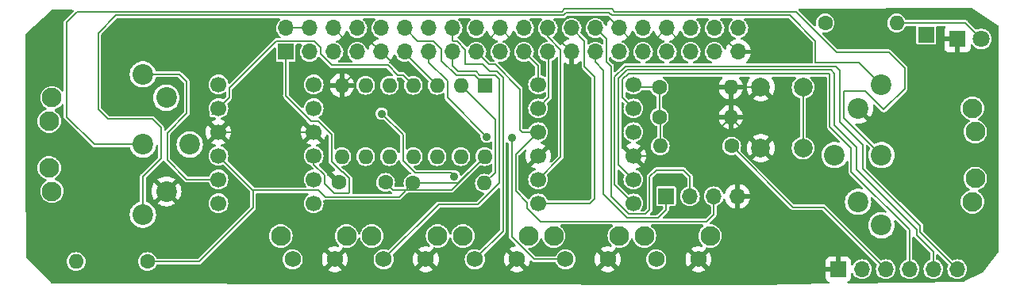
<source format=gbl>
G04 #@! TF.GenerationSoftware,KiCad,Pcbnew,7.0.7*
G04 #@! TF.CreationDate,2023-09-14T21:09:40+02:00*
G04 #@! TF.ProjectId,Pi1541ZeroPCB2,50693135-3431-45a6-9572-6f504342322e,rev?*
G04 #@! TF.SameCoordinates,Original*
G04 #@! TF.FileFunction,Copper,L2,Bot*
G04 #@! TF.FilePolarity,Positive*
%FSLAX46Y46*%
G04 Gerber Fmt 4.6, Leading zero omitted, Abs format (unit mm)*
G04 Created by KiCad (PCBNEW 7.0.7) date 2023-09-14 21:09:40*
%MOMM*%
%LPD*%
G01*
G04 APERTURE LIST*
G04 #@! TA.AperFunction,ComponentPad*
%ADD10C,1.600000*%
G04 #@! TD*
G04 #@! TA.AperFunction,ComponentPad*
%ADD11O,1.600000X1.600000*%
G04 #@! TD*
G04 #@! TA.AperFunction,ComponentPad*
%ADD12R,1.700000X1.700000*%
G04 #@! TD*
G04 #@! TA.AperFunction,ComponentPad*
%ADD13R,1.600000X1.600000*%
G04 #@! TD*
G04 #@! TA.AperFunction,ComponentPad*
%ADD14O,1.700000X1.700000*%
G04 #@! TD*
G04 #@! TA.AperFunction,ComponentPad*
%ADD15R,1.800000X1.800000*%
G04 #@! TD*
G04 #@! TA.AperFunction,ComponentPad*
%ADD16C,1.800000*%
G04 #@! TD*
G04 #@! TA.AperFunction,ComponentPad*
%ADD17C,2.100000*%
G04 #@! TD*
G04 #@! TA.AperFunction,ComponentPad*
%ADD18C,1.750000*%
G04 #@! TD*
G04 #@! TA.AperFunction,ComponentPad*
%ADD19C,2.200000*%
G04 #@! TD*
G04 #@! TA.AperFunction,ComponentPad*
%ADD20C,1.700000*%
G04 #@! TD*
G04 #@! TA.AperFunction,ComponentPad*
%ADD21C,2.000000*%
G04 #@! TD*
G04 #@! TA.AperFunction,ViaPad*
%ADD22C,0.900000*%
G04 #@! TD*
G04 #@! TA.AperFunction,Conductor*
%ADD23C,0.200000*%
G04 #@! TD*
G04 APERTURE END LIST*
D10*
X121931725Y-88813509D03*
D11*
X129551725Y-88813509D03*
D10*
X165898163Y-71683844D03*
D11*
X173518163Y-71683844D03*
D10*
X148209999Y-78557420D03*
D11*
X155829999Y-78557420D03*
D12*
X176682871Y-72952633D03*
D13*
X129583916Y-78344987D03*
D11*
X127043916Y-78344987D03*
X124503916Y-78344987D03*
X121963916Y-78344987D03*
X119423916Y-78344987D03*
X116883916Y-78344987D03*
X114343916Y-78344987D03*
X114343916Y-85964987D03*
X116883916Y-85964987D03*
X119423916Y-85964987D03*
X121963916Y-85964987D03*
X124503916Y-85964987D03*
X127043916Y-85964987D03*
X129583916Y-85964987D03*
D12*
X148928628Y-90202200D03*
D14*
X151468628Y-90202200D03*
X154008628Y-90202200D03*
X156548628Y-90202200D03*
D15*
X180011021Y-73388780D03*
D16*
X182551021Y-73388780D03*
D17*
X134275790Y-94453487D03*
X127265790Y-94453487D03*
D18*
X133025790Y-96943487D03*
X128525790Y-96943487D03*
D17*
X83426789Y-89677170D03*
X83126789Y-87177170D03*
X83126789Y-82177170D03*
X83426789Y-79677170D03*
D19*
X93126789Y-92177170D03*
X95626789Y-89677170D03*
X93126789Y-84677170D03*
X95626789Y-79677170D03*
X93126789Y-77177170D03*
X98126789Y-84677170D03*
D17*
X124553633Y-94453487D03*
X117543633Y-94453487D03*
D18*
X123303633Y-96943487D03*
X118803633Y-96943487D03*
D17*
X114847456Y-94453487D03*
X107837456Y-94453487D03*
D18*
X113597456Y-96943487D03*
X109097456Y-96943487D03*
D17*
X181603593Y-80807085D03*
X181903593Y-83307085D03*
X181903593Y-88307085D03*
X181603593Y-90807085D03*
D19*
X171903593Y-78307085D03*
X169403593Y-80807085D03*
X171903593Y-85807085D03*
X169403593Y-90807085D03*
X171903593Y-93307085D03*
X166903593Y-85807085D03*
D17*
X143950308Y-94453487D03*
X136940308Y-94453487D03*
D18*
X142700308Y-96943487D03*
X138200308Y-96943487D03*
D10*
X119001414Y-88718982D03*
X114001414Y-88718982D03*
D20*
X135278937Y-78265688D03*
X135278937Y-80805688D03*
X135278937Y-83345688D03*
X135278937Y-85885688D03*
X135278937Y-88425688D03*
X135278937Y-90965688D03*
X145438937Y-90965688D03*
X145438937Y-88425688D03*
X145438937Y-85885688D03*
X145438937Y-83345688D03*
X145438937Y-80805688D03*
X145438937Y-78265688D03*
X111345072Y-90960845D03*
X111345072Y-88420845D03*
X111345072Y-85880845D03*
X111345072Y-83340845D03*
X111345072Y-80800845D03*
X111345072Y-78260845D03*
X101185072Y-78260845D03*
X101185072Y-80800845D03*
X101185072Y-83340845D03*
X101185072Y-85880845D03*
X101185072Y-88420845D03*
X101185072Y-90960845D03*
D12*
X167278634Y-97995524D03*
D14*
X169818634Y-97995524D03*
X172358634Y-97995524D03*
X174898634Y-97995524D03*
X177438634Y-97995524D03*
X179978634Y-97995524D03*
D10*
X148209999Y-81724046D03*
D11*
X155829999Y-81724046D03*
D10*
X155924525Y-84843410D03*
D11*
X148304525Y-84843410D03*
D17*
X153624825Y-94453487D03*
X146614825Y-94453487D03*
D18*
X152374825Y-96943487D03*
X147874825Y-96943487D03*
D10*
X93621139Y-97179074D03*
D11*
X86001139Y-97179074D03*
D21*
X163533245Y-78557420D03*
X163533245Y-85057420D03*
X159033245Y-78557420D03*
X159033245Y-85057420D03*
D12*
X108370000Y-74770000D03*
D14*
X108370000Y-72230000D03*
X110910000Y-74770000D03*
X110910000Y-72230000D03*
X113450000Y-74770000D03*
X113450000Y-72230000D03*
X115990000Y-74770000D03*
X115990000Y-72230000D03*
X118530000Y-74770000D03*
X118530000Y-72230000D03*
X121070000Y-74770000D03*
X121070000Y-72230000D03*
X123610000Y-74770000D03*
X123610000Y-72230000D03*
X126150000Y-74770000D03*
X126150000Y-72230000D03*
X128690000Y-74770000D03*
X128690000Y-72230000D03*
X131230000Y-74770000D03*
X131230000Y-72230000D03*
X133770000Y-74770000D03*
X133770000Y-72230000D03*
X136310000Y-74770000D03*
X136310000Y-72230000D03*
X138850000Y-74770000D03*
X138850000Y-72230000D03*
X141390000Y-74770000D03*
X141390000Y-72230000D03*
X143930000Y-74770000D03*
X143930000Y-72230000D03*
X146470000Y-74770000D03*
X146470000Y-72230000D03*
X149010000Y-74770000D03*
X149010000Y-72230000D03*
X151550000Y-74770000D03*
X151550000Y-72230000D03*
X154090000Y-74770000D03*
X154090000Y-72230000D03*
X156630000Y-74770000D03*
X156630000Y-72230000D03*
D22*
X113764664Y-91129400D03*
X133696137Y-77834925D03*
X127400607Y-73334306D03*
X118585499Y-81378019D03*
X126289381Y-88064009D03*
X132480845Y-83986188D03*
X129786849Y-83850885D03*
D23*
X167278634Y-97995524D02*
X153426862Y-97995524D01*
X135740766Y-89590205D02*
X133923216Y-89590205D01*
X118323916Y-77889352D02*
X118323916Y-78800622D01*
X155829999Y-81724046D02*
X155829999Y-78557420D01*
X129840000Y-73620000D02*
X127686301Y-73620000D01*
X159033245Y-85057420D02*
X155829999Y-81854174D01*
X115443916Y-77244987D02*
X117679551Y-77244987D01*
X155480000Y-73620000D02*
X156630000Y-74770000D01*
X123303633Y-96943487D02*
X124478633Y-98118487D01*
X170442710Y-81846202D02*
X178563571Y-81846202D01*
X114001414Y-88718982D02*
X112495072Y-87212640D01*
X131230000Y-72230000D02*
X132620000Y-73620000D01*
X147620000Y-73620000D02*
X149010000Y-72230000D01*
X169403593Y-80807085D02*
X170442710Y-81846202D01*
X118323916Y-78800622D02*
X118968281Y-79444987D01*
X149010000Y-72230000D02*
X150400000Y-73620000D01*
X131230000Y-72230000D02*
X129840000Y-73620000D01*
X118530000Y-74770000D02*
X117380000Y-73620000D01*
X143875308Y-98118487D02*
X151199825Y-98118487D01*
X120470845Y-76710845D02*
X118530000Y-74770000D01*
X142700308Y-96943487D02*
X143875308Y-98118487D01*
X143930000Y-72230000D02*
X145320000Y-73620000D01*
X118968281Y-79444987D02*
X122462050Y-79444987D01*
X155829999Y-81854174D02*
X155829999Y-81724046D01*
X112722457Y-92171607D02*
X113764664Y-91129400D01*
X141519459Y-98124336D02*
X142700308Y-96943487D01*
X113597456Y-96943487D02*
X112722457Y-96068488D01*
X132925790Y-96843487D02*
X133025790Y-96943487D01*
X138850000Y-86480971D02*
X135740766Y-89590205D01*
X138850000Y-74770000D02*
X138850000Y-86480971D01*
X112722457Y-96068488D02*
X112722457Y-92171607D01*
X133817200Y-87347425D02*
X135278937Y-85885688D01*
X114772456Y-98118487D02*
X122128633Y-98118487D01*
X112495072Y-84490845D02*
X111345072Y-83340845D01*
X145496659Y-85943410D02*
X145438937Y-85885688D01*
X155829999Y-78557420D02*
X159033245Y-78557420D01*
X131850790Y-98118487D02*
X133025790Y-96943487D01*
X137700000Y-71753654D02*
X138456013Y-70997641D01*
X150400000Y-73620000D02*
X155480000Y-73620000D01*
X113597456Y-96943487D02*
X114772456Y-98118487D01*
X124478633Y-98118487D02*
X131850790Y-98118487D01*
X122462050Y-79444987D02*
X123066039Y-78840998D01*
X132620000Y-76758789D02*
X133696137Y-77834925D01*
X117679551Y-77244987D02*
X118323916Y-77889352D01*
X178563571Y-81846202D02*
X180011021Y-80398752D01*
X155829999Y-81724046D02*
X151610635Y-85943410D01*
X123066039Y-77891475D02*
X121885409Y-76710845D01*
X133025790Y-96943487D02*
X134206639Y-98124336D01*
X114343916Y-78344987D02*
X115443916Y-77244987D01*
X142697641Y-70997641D02*
X143930000Y-72230000D01*
X132620000Y-73620000D02*
X132620000Y-76758789D01*
X151610635Y-85943410D02*
X145496659Y-85943410D01*
X133923216Y-89590205D02*
X133817200Y-89484189D01*
X114840000Y-73620000D02*
X113450000Y-72230000D01*
X137700000Y-73620000D02*
X137700000Y-71753654D01*
X153426862Y-97995524D02*
X152374825Y-96943487D01*
X123066039Y-78840998D02*
X123066039Y-77891475D01*
X180011021Y-80398752D02*
X180011021Y-73388780D01*
X122128633Y-98118487D02*
X123303633Y-96943487D01*
X145320000Y-73620000D02*
X147620000Y-73620000D01*
X101185072Y-83340845D02*
X111345072Y-83340845D01*
X138456013Y-70997641D02*
X142697641Y-70997641D01*
X151199825Y-98118487D02*
X152374825Y-96943487D01*
X138850000Y-74770000D02*
X137700000Y-73620000D01*
X133817200Y-89484189D02*
X133817200Y-87347425D01*
X117380000Y-73620000D02*
X114840000Y-73620000D01*
X121885409Y-76710845D02*
X120470845Y-76710845D01*
X127686301Y-73620000D02*
X127400607Y-73334306D01*
X159043889Y-85068064D02*
X159033245Y-85057420D01*
X134206639Y-98124336D02*
X141519459Y-98124336D01*
X112495072Y-87212640D02*
X112495072Y-84490845D01*
X120863916Y-86420622D02*
X122156803Y-87713509D01*
X120863916Y-83656436D02*
X120863916Y-86420622D01*
X122156803Y-87713509D02*
X125938881Y-87713509D01*
X125938881Y-87713509D02*
X126289381Y-88064009D01*
X118585499Y-81378019D02*
X120863916Y-83656436D01*
X180846085Y-71683844D02*
X173518163Y-71683844D01*
X182551021Y-73388780D02*
X180846085Y-71683844D01*
X121070000Y-74911071D02*
X121070000Y-74770000D01*
X124503916Y-78344987D02*
X121070000Y-74911071D01*
X125603916Y-79667952D02*
X129786849Y-83850885D01*
X134856601Y-96943487D02*
X138200308Y-96943487D01*
X125603916Y-77889352D02*
X125603916Y-79667952D01*
X132480845Y-94567731D02*
X134856601Y-96943487D01*
X123610000Y-74770000D02*
X123610000Y-75895436D01*
X132480845Y-83986188D02*
X132480845Y-94567731D01*
X123610000Y-75895436D02*
X125603916Y-77889352D01*
X130683916Y-77244987D02*
X131129121Y-77690192D01*
X131129121Y-88791748D02*
X128838732Y-91082137D01*
X126700867Y-76844987D02*
X128649602Y-76844987D01*
X124664983Y-91082137D02*
X118803633Y-96943487D01*
X128838732Y-91082137D02*
X124664983Y-91082137D01*
X131129121Y-77690192D02*
X131129121Y-88791748D01*
X129049602Y-77244987D02*
X130683916Y-77244987D01*
X126150000Y-74770000D02*
X126150000Y-76294120D01*
X126150000Y-76294120D02*
X126700867Y-76844987D01*
X128649602Y-76844987D02*
X129049602Y-77244987D01*
X127540000Y-74533654D02*
X127540000Y-76064755D01*
X127540000Y-76064755D02*
X129370840Y-76064755D01*
X130849602Y-76844987D02*
X131529121Y-77524507D01*
X126194855Y-73620000D02*
X126626346Y-73620000D01*
X126626346Y-73620000D02*
X127540000Y-74533654D01*
X131529121Y-77524507D02*
X131529121Y-93940156D01*
X130151072Y-76844987D02*
X130849602Y-76844987D01*
X126150000Y-73575145D02*
X126194855Y-73620000D01*
X131529121Y-93940156D02*
X128525790Y-96943487D01*
X129370840Y-76064755D02*
X130151072Y-76844987D01*
X126150000Y-72230000D02*
X126150000Y-73575145D01*
X125000000Y-75709805D02*
X126535182Y-77244987D01*
X125000000Y-74492795D02*
X125000000Y-75709805D01*
X128483916Y-77244987D02*
X129583916Y-78344987D01*
X124127205Y-73620000D02*
X125000000Y-74492795D01*
X126535182Y-77244987D02*
X128483916Y-77244987D01*
X121070000Y-72230000D02*
X122460000Y-73620000D01*
X122460000Y-73620000D02*
X124127205Y-73620000D01*
X137700000Y-74533654D02*
X137700000Y-86004625D01*
X136310000Y-73143654D02*
X137700000Y-74533654D01*
X136310000Y-72230000D02*
X136310000Y-73143654D01*
X137700000Y-86004625D02*
X135278937Y-88425688D01*
X140822894Y-90965688D02*
X135278937Y-90965688D01*
X141292797Y-77415995D02*
X141292797Y-90495785D01*
X140240000Y-73620000D02*
X140240000Y-76363198D01*
X140240000Y-76363198D02*
X141292797Y-77415995D01*
X141292797Y-90495785D02*
X140822894Y-90965688D01*
X138850000Y-72230000D02*
X140240000Y-73620000D01*
X148038249Y-92515688D02*
X144784970Y-92515688D01*
X148928628Y-90202200D02*
X148928628Y-91625309D01*
X144784970Y-92515688D02*
X142270604Y-90001322D01*
X142270604Y-90001322D02*
X142270604Y-76737790D01*
X142270604Y-76737790D02*
X141390000Y-75857186D01*
X141390000Y-75857186D02*
X141390000Y-74770000D01*
X148928628Y-91625309D02*
X148038249Y-92515688D01*
X147869757Y-87430656D02*
X147166530Y-88133883D01*
X143042890Y-76295418D02*
X142540000Y-75792528D01*
X142540000Y-75792528D02*
X142540000Y-73380000D01*
X151468628Y-88092517D02*
X150806767Y-87430656D01*
X147166530Y-88133883D02*
X147166530Y-91650021D01*
X142540000Y-73380000D02*
X141390000Y-72230000D01*
X143042890Y-90195987D02*
X143042890Y-76295418D01*
X144962591Y-92115688D02*
X143042890Y-90195987D01*
X147166530Y-91650021D02*
X146700863Y-92115688D01*
X146700863Y-92115688D02*
X144962591Y-92115688D01*
X150806767Y-87430656D02*
X147869757Y-87430656D01*
X151468628Y-90202200D02*
X151468628Y-88092517D01*
X108370000Y-72230000D02*
X110910000Y-72230000D01*
X119001414Y-88718982D02*
X119801413Y-89518981D01*
X104875071Y-89570845D02*
X104848216Y-89543990D01*
X104848216Y-89543990D02*
X101185072Y-85880845D01*
X99132014Y-97179074D02*
X104875072Y-91436016D01*
X120452982Y-90292252D02*
X112571469Y-90292252D01*
X126029922Y-89518981D02*
X129583916Y-85964987D01*
X104875072Y-89570845D02*
X104848216Y-89543990D01*
X111850062Y-89570845D02*
X104875071Y-89570845D01*
X93621139Y-97179074D02*
X99132014Y-97179074D01*
X119801413Y-89518981D02*
X126029922Y-89518981D01*
X129583916Y-85964987D02*
X126735394Y-88813509D01*
X121931725Y-88813509D02*
X120452982Y-90292252D01*
X112571469Y-90292252D02*
X111850062Y-89570845D01*
X104875072Y-91436016D02*
X104875072Y-89570845D01*
X126735394Y-88813509D02*
X121931725Y-88813509D01*
X135562142Y-92915688D02*
X134128937Y-91482483D01*
X132880845Y-89629367D02*
X132880845Y-85743780D01*
X135278937Y-83345688D02*
X133582593Y-83345688D01*
X111345072Y-86794499D02*
X111345072Y-85880845D01*
X111108726Y-82190845D02*
X111821418Y-82190845D01*
X113490133Y-89892252D02*
X112495072Y-88897191D01*
X114457049Y-87618982D02*
X115154199Y-88316132D01*
X133331581Y-78761280D02*
X130693923Y-76123622D01*
X134128937Y-91482483D02*
X134128937Y-90877459D01*
X153264069Y-92915688D02*
X135562142Y-92915688D01*
X115067980Y-89892252D02*
X113490133Y-89892252D01*
X113243916Y-86512171D02*
X114350727Y-87618982D01*
X133331581Y-83094676D02*
X133331581Y-78761280D01*
X154008628Y-90202200D02*
X154008628Y-92171129D01*
X132880845Y-85743780D02*
X135278937Y-83345688D01*
X133582593Y-83345688D02*
X133331581Y-83094676D01*
X154008628Y-92171129D02*
X153264069Y-92915688D01*
X111821418Y-82190845D02*
X113243916Y-83613343D01*
X134128937Y-90877459D02*
X132880845Y-89629367D01*
X108370000Y-74770000D02*
X108370000Y-79452119D01*
X130693923Y-76123622D02*
X130043622Y-76123622D01*
X115154199Y-88316132D02*
X115154199Y-89806033D01*
X112495072Y-88897191D02*
X112495072Y-87944499D01*
X113243916Y-83613343D02*
X113243916Y-86512171D01*
X114350727Y-87618982D02*
X114457049Y-87618982D01*
X130043622Y-76123622D02*
X128690000Y-74770000D01*
X115154199Y-89806033D02*
X115067980Y-89892252D01*
X108370000Y-79452119D02*
X111108726Y-82190845D01*
X112495072Y-87944499D02*
X111345072Y-86794499D01*
X145438937Y-80805688D02*
X144288937Y-79655688D01*
X144288937Y-79655688D02*
X144288937Y-77733269D01*
X144288937Y-77733269D02*
X144906518Y-77115688D01*
X168677019Y-87596121D02*
X174898634Y-93817736D01*
X166401871Y-82797627D02*
X168677019Y-85072775D01*
X166306886Y-77115688D02*
X166401871Y-77210673D01*
X166401871Y-77210673D02*
X166401871Y-82797627D01*
X174898634Y-93817736D02*
X174898634Y-97995524D01*
X144906518Y-77115688D02*
X166306886Y-77115688D01*
X168677019Y-85072775D02*
X168677019Y-87596121D01*
X177438634Y-96153894D02*
X175651660Y-94366920D01*
X166898267Y-82632162D02*
X166898267Y-77087985D01*
X166898267Y-77087985D02*
X166525970Y-76715688D01*
X177438634Y-97995524D02*
X177438634Y-96153894D01*
X175651660Y-94366920D02*
X175651660Y-93743436D01*
X175651660Y-93743436D02*
X169214781Y-87306557D01*
X169214781Y-87306557D02*
X169214781Y-84948676D01*
X144739360Y-76715688D02*
X143842890Y-77612158D01*
X169214781Y-84948676D02*
X166898267Y-82632162D01*
X143842890Y-86829641D02*
X145438937Y-88425688D01*
X166525970Y-76715688D02*
X144739360Y-76715688D01*
X143842890Y-77612158D02*
X143842890Y-86829641D01*
X144573674Y-76315688D02*
X143442890Y-77446473D01*
X143442890Y-88969641D02*
X145438937Y-90965688D01*
X167436029Y-76729351D02*
X167022366Y-76315688D01*
X176051660Y-94068550D02*
X176051660Y-93357475D01*
X176051660Y-93357475D02*
X169918009Y-87223824D01*
X179978634Y-97995524D02*
X176051660Y-94068550D01*
X169918009Y-87223824D02*
X169918009Y-84741845D01*
X169918009Y-84741845D02*
X167436029Y-82259865D01*
X167436029Y-82259865D02*
X167436029Y-76729351D01*
X167022366Y-76315688D02*
X144573674Y-76315688D01*
X143442890Y-77446473D02*
X143442890Y-88969641D01*
X95071006Y-86153662D02*
X95071006Y-82885722D01*
X93126789Y-92177170D02*
X93126789Y-88097879D01*
X88369661Y-80900139D02*
X88369661Y-72750973D01*
X142903342Y-70624926D02*
X143153215Y-70874799D01*
X93126789Y-88097879D02*
X95071006Y-86153662D01*
X90245835Y-70874799D02*
X137988741Y-70874799D01*
X164871317Y-73591151D02*
X164871317Y-75915688D01*
X95071006Y-82885722D02*
X94119581Y-81934297D01*
X164871317Y-75915688D02*
X169512196Y-75915688D01*
X162154965Y-70874799D02*
X164871317Y-73591151D01*
X137988741Y-70874799D02*
X138273953Y-70589587D01*
X138273953Y-70589587D02*
X142903342Y-70589587D01*
X142903342Y-70589587D02*
X142903342Y-70624926D01*
X143153215Y-70874799D02*
X162154965Y-70874799D01*
X89403819Y-81934297D02*
X88369661Y-80900139D01*
X94119581Y-81934297D02*
X89403819Y-81934297D01*
X88369661Y-72750973D02*
X90245835Y-70874799D01*
X169512196Y-75915688D02*
X171903593Y-78307085D01*
X86136905Y-70474799D02*
X137812047Y-70474799D01*
X93126789Y-84677170D02*
X87927328Y-84677170D01*
X138097259Y-70189587D02*
X143133044Y-70189587D01*
X143418256Y-70474799D02*
X162765971Y-70474799D01*
X137812047Y-70474799D02*
X138097259Y-70189587D01*
X167903593Y-81807085D02*
X171903593Y-85807085D01*
X170153672Y-78938025D02*
X167903593Y-78938025D01*
X87927328Y-84677170D02*
X84977623Y-81727465D01*
X167105099Y-74813927D02*
X172689553Y-74813927D01*
X172151790Y-80936143D02*
X170153672Y-78938025D01*
X143133044Y-70189587D02*
X143418256Y-70474799D01*
X84977623Y-71634081D02*
X86136905Y-70474799D01*
X84977623Y-81727465D02*
X84977623Y-71634081D01*
X162765971Y-70474799D02*
X167105099Y-74813927D01*
X172689553Y-74813927D02*
X174385572Y-76509946D01*
X174385572Y-78702361D02*
X172151790Y-80936143D01*
X174385572Y-76509946D02*
X174385572Y-78702361D01*
X167903593Y-78938025D02*
X167903593Y-81807085D01*
X121963916Y-78344987D02*
X120863916Y-77244987D01*
X120297904Y-77244987D02*
X119247182Y-76194265D01*
X120863916Y-77244987D02*
X120297904Y-77244987D01*
X112060000Y-74293654D02*
X111386346Y-73620000D01*
X112060000Y-75006346D02*
X112060000Y-74293654D01*
X100527334Y-81458583D02*
X101185072Y-80800845D01*
X113247919Y-76194265D02*
X112060000Y-75006346D01*
X119247182Y-76194265D02*
X113247919Y-76194265D01*
X102345904Y-79640013D02*
X101185072Y-80800845D01*
X111386346Y-73620000D02*
X107377849Y-73620000D01*
X107377849Y-73620000D02*
X102345904Y-78651945D01*
X102345904Y-78651945D02*
X102345904Y-79640013D01*
X97801183Y-77963129D02*
X97801183Y-81355168D01*
X97015224Y-77177170D02*
X97801183Y-77963129D01*
X97793219Y-88420845D02*
X101185072Y-88420845D01*
X130703753Y-82004824D02*
X130703753Y-87661481D01*
X95732867Y-83423484D02*
X95732867Y-86360493D01*
X127043916Y-78344987D02*
X130703753Y-82004824D01*
X93126789Y-77177170D02*
X97015224Y-77177170D01*
X130703753Y-87661481D02*
X129551725Y-88813509D01*
X97801183Y-81355168D02*
X95732867Y-83423484D01*
X95732867Y-86360493D02*
X97793219Y-88420845D01*
X163533245Y-85057420D02*
X163533245Y-78557420D01*
X145730669Y-78557420D02*
X145438937Y-78265688D01*
X148304525Y-81818572D02*
X148209999Y-81724046D01*
X148209999Y-81724046D02*
X148209999Y-78557420D01*
X148209999Y-78557420D02*
X145730669Y-78557420D01*
X148304525Y-84843410D02*
X148304525Y-81818572D01*
X135278937Y-76278937D02*
X133770000Y-74770000D01*
X135278937Y-78265688D02*
X135278937Y-76278937D01*
X135278937Y-80805688D02*
X136428937Y-79655688D01*
X136428937Y-74888937D02*
X136310000Y-74770000D01*
X136428937Y-79655688D02*
X136428937Y-74888937D01*
X155924525Y-84843410D02*
X162482938Y-91401823D01*
X162482938Y-91401823D02*
X165764933Y-91401823D01*
X165764933Y-91401823D02*
X172358634Y-97995524D01*
G04 #@! TA.AperFunction,Conductor*
G36*
X181515023Y-70111302D02*
G01*
X184322306Y-71906123D01*
X184368184Y-71958819D01*
X184379511Y-72010351D01*
X184426755Y-96058064D01*
X184407202Y-96125142D01*
X184402208Y-96132369D01*
X182783750Y-98305727D01*
X182738713Y-98343088D01*
X180749760Y-99314438D01*
X180697506Y-99326997D01*
X168382175Y-99541737D01*
X168314802Y-99523224D01*
X168268134Y-99471226D01*
X168256986Y-99402251D01*
X168284899Y-99338199D01*
X168336681Y-99301573D01*
X168370724Y-99288876D01*
X168370727Y-99288874D01*
X168485821Y-99202714D01*
X168485824Y-99202711D01*
X168571984Y-99087617D01*
X168571988Y-99087610D01*
X168622230Y-98952903D01*
X168622232Y-98952896D01*
X168628633Y-98893368D01*
X168628634Y-98893351D01*
X168628634Y-98492710D01*
X168648319Y-98425671D01*
X168701123Y-98379916D01*
X168770281Y-98369972D01*
X168833837Y-98398997D01*
X168861990Y-98434253D01*
X168940949Y-98581974D01*
X168940951Y-98581976D01*
X169072223Y-98741934D01*
X169163492Y-98816835D01*
X169232184Y-98873209D01*
X169414680Y-98970756D01*
X169612700Y-99030824D01*
X169612699Y-99030824D01*
X169631163Y-99032642D01*
X169818634Y-99051107D01*
X170024568Y-99030824D01*
X170222588Y-98970756D01*
X170405084Y-98873209D01*
X170565044Y-98741934D01*
X170696319Y-98581974D01*
X170793866Y-98399478D01*
X170853934Y-98201458D01*
X170874217Y-97995524D01*
X170853934Y-97789590D01*
X170793866Y-97591570D01*
X170696319Y-97409074D01*
X170634435Y-97333668D01*
X170565044Y-97249113D01*
X170417118Y-97127715D01*
X170405084Y-97117839D01*
X170222588Y-97020292D01*
X170024568Y-96960224D01*
X170024566Y-96960223D01*
X170024568Y-96960223D01*
X169818634Y-96939941D01*
X169612701Y-96960223D01*
X169461053Y-97006225D01*
X169414684Y-97020291D01*
X169414677Y-97020293D01*
X169310932Y-97075747D01*
X169232184Y-97117839D01*
X169232182Y-97117840D01*
X169232181Y-97117841D01*
X169072223Y-97249113D01*
X168940951Y-97409071D01*
X168940949Y-97409074D01*
X168893237Y-97498337D01*
X168861992Y-97556791D01*
X168813029Y-97606635D01*
X168744891Y-97622095D01*
X168679212Y-97598263D01*
X168636843Y-97542705D01*
X168628634Y-97498337D01*
X168628634Y-97097696D01*
X168628633Y-97097679D01*
X168622232Y-97038151D01*
X168622230Y-97038144D01*
X168571988Y-96903437D01*
X168571984Y-96903430D01*
X168485824Y-96788336D01*
X168485821Y-96788333D01*
X168370727Y-96702173D01*
X168370720Y-96702169D01*
X168236013Y-96651927D01*
X168236006Y-96651925D01*
X168176478Y-96645524D01*
X167528634Y-96645524D01*
X167528634Y-97383222D01*
X167508949Y-97450261D01*
X167456145Y-97496016D01*
X167386989Y-97505960D01*
X167314400Y-97495524D01*
X167314397Y-97495524D01*
X167242871Y-97495524D01*
X167242867Y-97495524D01*
X167170279Y-97505960D01*
X167101121Y-97496016D01*
X167048318Y-97450260D01*
X167028634Y-97383222D01*
X167028634Y-96645524D01*
X166380789Y-96645524D01*
X166321261Y-96651925D01*
X166321254Y-96651927D01*
X166186547Y-96702169D01*
X166186540Y-96702173D01*
X166071446Y-96788333D01*
X166071443Y-96788336D01*
X165985283Y-96903430D01*
X165985279Y-96903437D01*
X165935037Y-97038144D01*
X165935035Y-97038151D01*
X165928634Y-97097679D01*
X165928634Y-97745524D01*
X166665287Y-97745524D01*
X166732326Y-97765209D01*
X166778081Y-97818013D01*
X166788025Y-97887171D01*
X166784265Y-97904457D01*
X166778634Y-97923635D01*
X166778634Y-98067412D01*
X166784265Y-98086591D01*
X166784264Y-98156460D01*
X166746489Y-98215238D01*
X166682933Y-98244262D01*
X166665287Y-98245524D01*
X165928634Y-98245524D01*
X165928634Y-98893368D01*
X165935035Y-98952896D01*
X165935037Y-98952903D01*
X165985279Y-99087610D01*
X165985283Y-99087617D01*
X166071443Y-99202711D01*
X166071446Y-99202714D01*
X166186540Y-99288874D01*
X166186547Y-99288878D01*
X166318968Y-99338268D01*
X166374902Y-99380139D01*
X166399319Y-99445603D01*
X166384467Y-99513876D01*
X166335062Y-99563282D01*
X166277797Y-99578431D01*
X158950788Y-99706191D01*
X83401476Y-99516487D01*
X83334486Y-99496634D01*
X83311887Y-99477892D01*
X83305554Y-99471226D01*
X81128010Y-97179074D01*
X84995798Y-97179074D01*
X85015114Y-97375203D01*
X85015115Y-97375206D01*
X85056639Y-97512093D01*
X85072327Y-97563807D01*
X85165225Y-97737606D01*
X85165229Y-97737613D01*
X85290255Y-97889957D01*
X85442599Y-98014983D01*
X85442606Y-98014987D01*
X85616405Y-98107885D01*
X85616408Y-98107885D01*
X85616412Y-98107888D01*
X85805007Y-98165098D01*
X86001139Y-98184415D01*
X86197271Y-98165098D01*
X86385866Y-98107888D01*
X86403361Y-98098537D01*
X86552188Y-98018987D01*
X86559677Y-98014984D01*
X86712022Y-97889957D01*
X86837049Y-97737612D01*
X86929953Y-97563801D01*
X86987163Y-97375206D01*
X87006480Y-97179074D01*
X86987163Y-96982942D01*
X86929953Y-96794347D01*
X86929950Y-96794343D01*
X86929950Y-96794340D01*
X86837052Y-96620541D01*
X86837048Y-96620534D01*
X86712022Y-96468190D01*
X86559678Y-96343164D01*
X86559671Y-96343160D01*
X86385872Y-96250262D01*
X86385866Y-96250260D01*
X86229778Y-96202911D01*
X86197268Y-96193049D01*
X86001139Y-96173733D01*
X85805009Y-96193049D01*
X85616405Y-96250262D01*
X85442606Y-96343160D01*
X85442599Y-96343164D01*
X85290255Y-96468190D01*
X85165229Y-96620534D01*
X85165225Y-96620541D01*
X85072327Y-96794340D01*
X85015114Y-96982944D01*
X84995798Y-97179074D01*
X81128010Y-97179074D01*
X80677237Y-96704576D01*
X80645336Y-96642417D01*
X80643138Y-96619478D01*
X80620522Y-87177172D01*
X81871512Y-87177172D01*
X81878131Y-87252831D01*
X81889852Y-87386808D01*
X81890582Y-87395145D01*
X81890582Y-87395149D01*
X81947211Y-87606492D01*
X81947213Y-87606496D01*
X81947214Y-87606500D01*
X81981229Y-87679446D01*
X82039686Y-87804808D01*
X82039687Y-87804809D01*
X82165191Y-87984047D01*
X82319912Y-88138768D01*
X82499150Y-88264272D01*
X82697459Y-88356745D01*
X82703516Y-88358368D01*
X82755145Y-88372202D01*
X82814805Y-88408567D01*
X82845334Y-88471414D01*
X82837039Y-88540790D01*
X82794174Y-88593552D01*
X82619910Y-88715572D01*
X82465191Y-88870291D01*
X82339689Y-89049527D01*
X82339687Y-89049531D01*
X82247215Y-89247838D01*
X82247211Y-89247847D01*
X82190582Y-89459190D01*
X82190582Y-89459193D01*
X82188615Y-89481680D01*
X82171512Y-89677167D01*
X82171512Y-89677172D01*
X82180267Y-89777248D01*
X82190581Y-89895141D01*
X82190582Y-89895145D01*
X82190582Y-89895149D01*
X82247211Y-90106492D01*
X82247213Y-90106496D01*
X82247214Y-90106500D01*
X82281229Y-90179446D01*
X82339686Y-90304808D01*
X82339687Y-90304809D01*
X82465191Y-90484047D01*
X82619912Y-90638768D01*
X82799150Y-90764272D01*
X82997459Y-90856745D01*
X83208812Y-90913377D01*
X83391715Y-90929378D01*
X83426787Y-90932447D01*
X83426789Y-90932447D01*
X83426791Y-90932447D01*
X83455043Y-90929975D01*
X83644766Y-90913377D01*
X83856119Y-90856745D01*
X84054428Y-90764272D01*
X84233666Y-90638768D01*
X84388387Y-90484047D01*
X84513891Y-90304809D01*
X84606364Y-90106500D01*
X84662996Y-89895147D01*
X84682066Y-89677170D01*
X84681555Y-89671333D01*
X84678358Y-89634788D01*
X84662996Y-89459193D01*
X84621243Y-89303370D01*
X84606366Y-89247847D01*
X84606365Y-89247846D01*
X84606364Y-89247840D01*
X84513891Y-89049532D01*
X84513889Y-89049529D01*
X84513888Y-89049527D01*
X84388388Y-88870294D01*
X84311901Y-88793807D01*
X84233666Y-88715572D01*
X84091340Y-88615914D01*
X84054427Y-88590067D01*
X83915022Y-88525062D01*
X83856119Y-88497595D01*
X83856115Y-88497594D01*
X83856111Y-88497592D01*
X83798433Y-88482138D01*
X83738772Y-88445773D01*
X83708243Y-88382926D01*
X83716538Y-88313551D01*
X83759399Y-88260790D01*
X83933666Y-88138768D01*
X84088387Y-87984047D01*
X84213891Y-87804809D01*
X84306364Y-87606500D01*
X84362996Y-87395147D01*
X84379974Y-87201087D01*
X84382066Y-87177172D01*
X84382066Y-87177167D01*
X84377754Y-87127883D01*
X84362996Y-86959193D01*
X84316272Y-86784816D01*
X84306366Y-86747847D01*
X84306365Y-86747846D01*
X84306364Y-86747840D01*
X84213891Y-86549532D01*
X84213889Y-86549529D01*
X84213888Y-86549527D01*
X84088388Y-86370294D01*
X84012814Y-86294720D01*
X83933666Y-86215572D01*
X83786581Y-86112582D01*
X83754427Y-86090067D01*
X83645914Y-86039467D01*
X83556119Y-85997595D01*
X83556115Y-85997594D01*
X83556111Y-85997592D01*
X83344766Y-85940963D01*
X83126791Y-85921893D01*
X83126787Y-85921893D01*
X82981470Y-85934606D01*
X82908812Y-85940963D01*
X82908809Y-85940963D01*
X82697466Y-85997592D01*
X82697457Y-85997596D01*
X82499150Y-86090068D01*
X82499146Y-86090070D01*
X82319910Y-86215572D01*
X82165191Y-86370291D01*
X82039689Y-86549527D01*
X82039687Y-86549531D01*
X81947215Y-86747838D01*
X81947211Y-86747847D01*
X81890582Y-86959190D01*
X81890582Y-86959193D01*
X81886958Y-87000613D01*
X81871512Y-87177167D01*
X81871512Y-87177172D01*
X80620522Y-87177172D01*
X80586435Y-72945896D01*
X80605959Y-72878813D01*
X80625877Y-72854904D01*
X83350776Y-70314744D01*
X83413234Y-70283432D01*
X83435078Y-70281448D01*
X85609892Y-70277240D01*
X85676966Y-70296794D01*
X85722823Y-70349509D01*
X85732901Y-70418648D01*
X85703999Y-70482260D01*
X85697810Y-70488920D01*
X84809571Y-71377161D01*
X84803087Y-71382803D01*
X84793391Y-71390125D01*
X84761182Y-71425455D01*
X84759208Y-71427523D01*
X84745450Y-71441281D01*
X84745445Y-71441287D01*
X84743929Y-71443501D01*
X84738599Y-71450229D01*
X84717706Y-71473147D01*
X84717706Y-71473148D01*
X84715201Y-71479614D01*
X84701882Y-71504883D01*
X84697968Y-71510596D01*
X84697966Y-71510602D01*
X84690867Y-71540780D01*
X84688325Y-71548988D01*
X84677123Y-71577907D01*
X84677123Y-71584832D01*
X84673829Y-71613222D01*
X84672244Y-71619958D01*
X84672244Y-71619962D01*
X84676528Y-71650671D01*
X84677123Y-71659247D01*
X84677123Y-78889373D01*
X84657438Y-78956412D01*
X84604634Y-79002167D01*
X84535476Y-79012111D01*
X84471920Y-78983086D01*
X84451548Y-78960496D01*
X84388388Y-78870294D01*
X84313559Y-78795465D01*
X84233666Y-78715572D01*
X84092722Y-78616882D01*
X84054427Y-78590067D01*
X83955273Y-78543831D01*
X83856119Y-78497595D01*
X83856115Y-78497594D01*
X83856111Y-78497592D01*
X83644766Y-78440963D01*
X83426791Y-78421893D01*
X83426787Y-78421893D01*
X83308153Y-78432272D01*
X83208812Y-78440963D01*
X83208809Y-78440963D01*
X82997466Y-78497592D01*
X82997457Y-78497596D01*
X82799150Y-78590068D01*
X82799146Y-78590070D01*
X82619910Y-78715572D01*
X82465191Y-78870291D01*
X82339689Y-79049527D01*
X82339687Y-79049531D01*
X82302195Y-79129933D01*
X82256843Y-79227192D01*
X82247217Y-79247834D01*
X82247211Y-79247847D01*
X82190582Y-79459190D01*
X82190582Y-79459193D01*
X82187827Y-79490680D01*
X82171512Y-79677167D01*
X82171512Y-79677172D01*
X82179244Y-79765545D01*
X82190358Y-79892591D01*
X82190582Y-79895145D01*
X82190582Y-79895149D01*
X82247211Y-80106492D01*
X82247213Y-80106496D01*
X82247214Y-80106500D01*
X82281229Y-80179446D01*
X82339686Y-80304808D01*
X82339687Y-80304809D01*
X82465191Y-80484047D01*
X82619912Y-80638768D01*
X82794175Y-80760789D01*
X82837800Y-80815365D01*
X82844992Y-80884864D01*
X82813470Y-80947218D01*
X82755145Y-80982138D01*
X82697463Y-80997593D01*
X82697457Y-80997596D01*
X82499150Y-81090068D01*
X82499146Y-81090070D01*
X82319910Y-81215572D01*
X82165191Y-81370291D01*
X82039689Y-81549527D01*
X82039687Y-81549531D01*
X81976410Y-81685230D01*
X81947547Y-81747127D01*
X81947215Y-81747838D01*
X81947211Y-81747847D01*
X81890582Y-81959190D01*
X81890582Y-81959193D01*
X81889862Y-81967427D01*
X81871512Y-82177167D01*
X81871512Y-82177172D01*
X81876606Y-82235392D01*
X81890330Y-82392272D01*
X81890582Y-82395145D01*
X81890582Y-82395149D01*
X81947211Y-82606492D01*
X81947213Y-82606496D01*
X81947214Y-82606500D01*
X81981229Y-82679446D01*
X82039686Y-82804808D01*
X82039687Y-82804809D01*
X82165191Y-82984047D01*
X82319912Y-83138768D01*
X82499150Y-83264272D01*
X82697459Y-83356745D01*
X82908812Y-83413377D01*
X83091715Y-83429378D01*
X83126787Y-83432447D01*
X83126789Y-83432447D01*
X83126791Y-83432447D01*
X83155043Y-83429975D01*
X83344766Y-83413377D01*
X83556119Y-83356745D01*
X83754428Y-83264272D01*
X83933666Y-83138768D01*
X84088387Y-82984047D01*
X84213891Y-82804809D01*
X84306364Y-82606500D01*
X84362996Y-82395147D01*
X84382066Y-82177170D01*
X84381500Y-82170705D01*
X84377878Y-82129295D01*
X84362996Y-81959193D01*
X84319659Y-81797456D01*
X84306366Y-81747847D01*
X84306365Y-81747846D01*
X84306364Y-81747840D01*
X84213891Y-81549532D01*
X84213889Y-81549529D01*
X84213888Y-81549527D01*
X84088388Y-81370294D01*
X84021135Y-81303041D01*
X83933666Y-81215572D01*
X83759401Y-81093550D01*
X83715777Y-81038973D01*
X83708585Y-80969475D01*
X83740107Y-80907120D01*
X83798433Y-80872201D01*
X83824222Y-80865291D01*
X83856106Y-80856749D01*
X83856109Y-80856747D01*
X83856119Y-80856745D01*
X84054428Y-80764272D01*
X84233666Y-80638768D01*
X84388387Y-80484047D01*
X84451551Y-80393839D01*
X84506125Y-80350218D01*
X84575624Y-80343025D01*
X84637978Y-80374547D01*
X84673392Y-80434777D01*
X84677123Y-80464966D01*
X84677123Y-81664623D01*
X84676528Y-81673197D01*
X84674850Y-81685228D01*
X84677057Y-81732974D01*
X84677123Y-81735837D01*
X84677123Y-81755310D01*
X84677616Y-81757947D01*
X84678605Y-81766480D01*
X84680038Y-81797456D01*
X84680039Y-81797462D01*
X84682837Y-81803799D01*
X84691287Y-81831085D01*
X84692560Y-81837894D01*
X84692560Y-81837895D01*
X84692562Y-81837898D01*
X84707033Y-81861271D01*
X84708883Y-81864258D01*
X84712886Y-81871851D01*
X84725417Y-81900230D01*
X84725418Y-81900231D01*
X84725419Y-81900233D01*
X84730312Y-81905126D01*
X84748058Y-81927530D01*
X84751700Y-81933413D01*
X84751703Y-81933416D01*
X84776449Y-81952104D01*
X84782934Y-81957747D01*
X87670406Y-84845219D01*
X87676049Y-84851703D01*
X87683369Y-84861396D01*
X87683370Y-84861398D01*
X87694457Y-84871505D01*
X87718703Y-84893609D01*
X87720751Y-84895564D01*
X87734531Y-84909344D01*
X87736741Y-84910858D01*
X87743471Y-84916188D01*
X87748565Y-84920832D01*
X87766393Y-84937085D01*
X87766394Y-84937085D01*
X87766395Y-84937086D01*
X87772849Y-84939586D01*
X87798134Y-84952914D01*
X87801947Y-84955525D01*
X87803847Y-84956827D01*
X87834038Y-84963927D01*
X87842233Y-84966465D01*
X87871155Y-84977670D01*
X87878080Y-84977670D01*
X87906468Y-84980963D01*
X87913209Y-84982549D01*
X87943919Y-84978264D01*
X87952494Y-84977670D01*
X91661665Y-84977670D01*
X91728704Y-84997355D01*
X91774459Y-85050159D01*
X91781871Y-85071230D01*
X91797632Y-85133470D01*
X91890864Y-85346018D01*
X92017805Y-85540317D01*
X92017808Y-85540321D01*
X92017810Y-85540323D01*
X92175005Y-85711083D01*
X92175008Y-85711085D01*
X92175011Y-85711088D01*
X92358154Y-85853634D01*
X92358160Y-85853638D01*
X92358163Y-85853640D01*
X92562286Y-85964106D01*
X92659836Y-85997595D01*
X92781804Y-86039467D01*
X92781806Y-86039467D01*
X92781808Y-86039468D01*
X93010740Y-86077670D01*
X93010741Y-86077670D01*
X93242837Y-86077670D01*
X93242838Y-86077670D01*
X93471770Y-86039468D01*
X93691292Y-85964106D01*
X93895415Y-85853640D01*
X93901697Y-85848751D01*
X94000019Y-85772224D01*
X94078573Y-85711083D01*
X94235768Y-85540323D01*
X94362713Y-85346019D01*
X94455946Y-85133470D01*
X94512923Y-84908475D01*
X94522929Y-84787716D01*
X94548081Y-84722534D01*
X94604483Y-84681295D01*
X94674227Y-84677096D01*
X94735169Y-84711270D01*
X94767961Y-84772967D01*
X94770505Y-84797958D01*
X94770505Y-85977828D01*
X94750820Y-86044867D01*
X94734186Y-86065509D01*
X92958737Y-87840959D01*
X92952253Y-87846601D01*
X92942557Y-87853923D01*
X92910348Y-87889253D01*
X92908374Y-87891321D01*
X92894616Y-87905079D01*
X92894611Y-87905085D01*
X92893095Y-87907299D01*
X92887765Y-87914027D01*
X92866872Y-87936945D01*
X92866872Y-87936946D01*
X92864367Y-87943412D01*
X92851048Y-87968681D01*
X92847134Y-87974394D01*
X92847132Y-87974400D01*
X92840033Y-88004578D01*
X92837491Y-88012786D01*
X92826289Y-88041705D01*
X92826289Y-88048630D01*
X92822995Y-88077020D01*
X92821410Y-88083756D01*
X92821410Y-88083760D01*
X92825095Y-88110179D01*
X92825694Y-88114469D01*
X92826289Y-88123045D01*
X92826289Y-90711067D01*
X92806604Y-90778106D01*
X92753800Y-90823861D01*
X92742552Y-90828348D01*
X92562293Y-90890231D01*
X92562284Y-90890234D01*
X92358160Y-91000701D01*
X92358154Y-91000705D01*
X92175011Y-91143251D01*
X92175008Y-91143254D01*
X92175005Y-91143256D01*
X92175005Y-91143257D01*
X92133831Y-91187984D01*
X92017805Y-91314022D01*
X91890864Y-91508321D01*
X91797631Y-91720869D01*
X91740655Y-91945861D01*
X91740653Y-91945872D01*
X91721488Y-92177163D01*
X91721488Y-92177176D01*
X91740653Y-92408467D01*
X91740655Y-92408478D01*
X91797631Y-92633470D01*
X91890864Y-92846018D01*
X92017805Y-93040317D01*
X92017808Y-93040321D01*
X92017810Y-93040323D01*
X92175005Y-93211083D01*
X92175008Y-93211085D01*
X92175011Y-93211088D01*
X92358154Y-93353634D01*
X92358160Y-93353638D01*
X92358163Y-93353640D01*
X92562286Y-93464106D01*
X92643215Y-93491889D01*
X92781804Y-93539467D01*
X92781806Y-93539467D01*
X92781808Y-93539468D01*
X93010740Y-93577670D01*
X93010741Y-93577670D01*
X93242837Y-93577670D01*
X93242838Y-93577670D01*
X93471770Y-93539468D01*
X93691292Y-93464106D01*
X93895415Y-93353640D01*
X93901246Y-93349102D01*
X93988556Y-93281146D01*
X94078573Y-93211083D01*
X94235768Y-93040323D01*
X94362713Y-92846019D01*
X94455946Y-92633470D01*
X94512923Y-92408475D01*
X94516615Y-92363926D01*
X94525206Y-92260237D01*
X94532089Y-92177170D01*
X94518770Y-92016427D01*
X94512924Y-91945872D01*
X94512922Y-91945861D01*
X94455946Y-91720869D01*
X94362713Y-91508321D01*
X94235772Y-91314022D01*
X94235769Y-91314019D01*
X94235768Y-91314017D01*
X94078573Y-91143257D01*
X94078568Y-91143253D01*
X94078566Y-91143251D01*
X93895423Y-91000705D01*
X93895417Y-91000701D01*
X93691293Y-90890234D01*
X93691284Y-90890231D01*
X93511026Y-90828348D01*
X93454011Y-90787963D01*
X93427880Y-90723163D01*
X93427289Y-90711067D01*
X93427289Y-89677169D01*
X94021841Y-89677169D01*
X94041601Y-89928242D01*
X94100392Y-90173126D01*
X94196769Y-90405801D01*
X94328355Y-90620528D01*
X94328366Y-90620544D01*
X94329053Y-90621348D01*
X94329055Y-90621348D01*
X94909120Y-90041283D01*
X94970443Y-90007798D01*
X95040134Y-90012782D01*
X95096068Y-90054653D01*
X95101497Y-90062521D01*
X95121975Y-90094789D01*
X95121977Y-90094791D01*
X95241691Y-90207210D01*
X95245058Y-90209656D01*
X95247058Y-90212249D01*
X95247379Y-90212551D01*
X95247330Y-90212602D01*
X95287725Y-90264985D01*
X95293705Y-90334599D01*
X95261100Y-90396394D01*
X95259855Y-90397656D01*
X94682608Y-90974902D01*
X94683425Y-90975600D01*
X94683427Y-90975602D01*
X94898157Y-91107189D01*
X95130832Y-91203566D01*
X95375716Y-91262357D01*
X95626788Y-91282117D01*
X95877861Y-91262357D01*
X96122745Y-91203566D01*
X96355420Y-91107189D01*
X96570149Y-90975602D01*
X96570160Y-90975594D01*
X96570968Y-90974902D01*
X96556910Y-90960844D01*
X100129489Y-90960844D01*
X100149771Y-91166777D01*
X100176431Y-91254664D01*
X100209840Y-91364799D01*
X100307387Y-91547295D01*
X100325919Y-91569876D01*
X100438661Y-91707255D01*
X100519383Y-91773501D01*
X100598622Y-91838530D01*
X100781118Y-91936077D01*
X100979138Y-91996145D01*
X100979137Y-91996145D01*
X100999420Y-91998142D01*
X101185072Y-92016428D01*
X101391006Y-91996145D01*
X101589026Y-91936077D01*
X101771522Y-91838530D01*
X101931482Y-91707255D01*
X102062757Y-91547295D01*
X102160304Y-91364799D01*
X102220372Y-91166779D01*
X102240655Y-90960845D01*
X102220372Y-90754911D01*
X102160304Y-90556891D01*
X102062757Y-90374395D01*
X101996240Y-90293343D01*
X101931482Y-90214434D01*
X101804330Y-90110085D01*
X101771522Y-90083160D01*
X101589026Y-89985613D01*
X101391006Y-89925545D01*
X101391004Y-89925544D01*
X101391006Y-89925544D01*
X101203535Y-89907080D01*
X101185072Y-89905262D01*
X101185071Y-89905262D01*
X100979139Y-89925544D01*
X100811526Y-89976389D01*
X100791427Y-89982486D01*
X100781115Y-89985614D01*
X100699635Y-90029167D01*
X100598622Y-90083160D01*
X100598620Y-90083161D01*
X100598619Y-90083162D01*
X100438661Y-90214434D01*
X100309915Y-90371314D01*
X100307387Y-90374395D01*
X100295628Y-90396394D01*
X100209841Y-90556888D01*
X100149771Y-90754912D01*
X100129489Y-90960844D01*
X96556910Y-90960844D01*
X95990023Y-90393958D01*
X95956538Y-90332635D01*
X95961522Y-90262944D01*
X96003393Y-90207010D01*
X96004766Y-90205997D01*
X96075281Y-90154765D01*
X96161661Y-90050349D01*
X96219557Y-90011244D01*
X96289408Y-90009646D01*
X96344883Y-90041710D01*
X96924521Y-90621349D01*
X96925213Y-90620541D01*
X96925221Y-90620530D01*
X97056808Y-90405801D01*
X97153185Y-90173126D01*
X97211976Y-89928242D01*
X97231736Y-89677170D01*
X97211976Y-89426097D01*
X97153185Y-89181213D01*
X97056808Y-88948538D01*
X96925221Y-88733808D01*
X96925219Y-88733806D01*
X96924521Y-88732989D01*
X96344456Y-89313055D01*
X96283133Y-89346540D01*
X96213441Y-89341556D01*
X96157508Y-89299684D01*
X96152089Y-89291832D01*
X96131603Y-89259551D01*
X96122135Y-89250660D01*
X96011890Y-89147133D01*
X96008525Y-89144689D01*
X96006522Y-89142093D01*
X96006199Y-89141789D01*
X96006248Y-89141736D01*
X95965854Y-89089363D01*
X95959868Y-89019750D01*
X95992469Y-88957952D01*
X95993720Y-88956683D01*
X96570967Y-88379436D01*
X96570967Y-88379434D01*
X96570163Y-88378747D01*
X96570147Y-88378736D01*
X96355420Y-88247150D01*
X96122745Y-88150773D01*
X95877861Y-88091982D01*
X95626788Y-88072222D01*
X95375716Y-88091982D01*
X95130832Y-88150773D01*
X94898157Y-88247150D01*
X94683426Y-88378738D01*
X94682609Y-88379436D01*
X95263555Y-88960382D01*
X95297040Y-89021705D01*
X95292056Y-89091397D01*
X95250184Y-89147330D01*
X95248809Y-89148344D01*
X95203570Y-89181213D01*
X95178294Y-89199577D01*
X95178292Y-89199579D01*
X95091917Y-89303988D01*
X95034017Y-89343095D01*
X94964166Y-89344691D01*
X94908693Y-89312628D01*
X94329055Y-88732990D01*
X94328357Y-88733807D01*
X94196769Y-88948538D01*
X94100392Y-89181213D01*
X94041601Y-89426097D01*
X94021841Y-89677169D01*
X93427289Y-89677169D01*
X93427289Y-88273711D01*
X93446974Y-88206672D01*
X93463603Y-88186035D01*
X95239063Y-86410574D01*
X95245531Y-86404947D01*
X95252154Y-86399945D01*
X95317514Y-86375250D01*
X95385850Y-86389811D01*
X95435465Y-86439006D01*
X95443142Y-86460408D01*
X95443654Y-86460210D01*
X95447804Y-86470923D01*
X95449584Y-86473798D01*
X95463922Y-86496956D01*
X95464127Y-86497286D01*
X95468130Y-86504879D01*
X95480661Y-86533258D01*
X95480662Y-86533259D01*
X95480663Y-86533261D01*
X95485556Y-86538154D01*
X95503302Y-86560558D01*
X95506944Y-86566441D01*
X95506947Y-86566444D01*
X95531693Y-86585132D01*
X95538178Y-86590775D01*
X97536297Y-88588894D01*
X97541940Y-88595378D01*
X97549260Y-88605071D01*
X97549261Y-88605073D01*
X97562758Y-88617377D01*
X97584594Y-88637284D01*
X97586642Y-88639239D01*
X97600422Y-88653019D01*
X97602632Y-88654533D01*
X97609362Y-88659863D01*
X97632286Y-88680761D01*
X97637947Y-88682954D01*
X97638747Y-88683264D01*
X97664028Y-88696590D01*
X97669739Y-88700502D01*
X97699922Y-88707601D01*
X97708130Y-88710143D01*
X97737044Y-88721345D01*
X97737046Y-88721345D01*
X97743971Y-88721345D01*
X97772359Y-88724638D01*
X97779100Y-88726224D01*
X97809810Y-88721939D01*
X97818385Y-88721345D01*
X100086493Y-88721345D01*
X100153532Y-88741030D01*
X100199287Y-88793834D01*
X100205153Y-88809348D01*
X100209840Y-88824799D01*
X100307387Y-89007295D01*
X100332295Y-89037646D01*
X100438661Y-89167255D01*
X100511423Y-89226968D01*
X100598622Y-89298530D01*
X100781118Y-89396077D01*
X100979138Y-89456145D01*
X100979137Y-89456145D01*
X100997601Y-89457963D01*
X101185072Y-89476428D01*
X101391006Y-89456145D01*
X101589026Y-89396077D01*
X101771522Y-89298530D01*
X101931482Y-89167255D01*
X102062757Y-89007295D01*
X102160304Y-88824799D01*
X102220372Y-88626779D01*
X102240655Y-88420845D01*
X102220372Y-88214911D01*
X102160304Y-88016891D01*
X102062757Y-87834395D01*
X102001280Y-87759485D01*
X101931482Y-87674434D01*
X101808282Y-87573328D01*
X101771522Y-87543160D01*
X101598085Y-87450455D01*
X101589028Y-87445614D01*
X101589027Y-87445613D01*
X101589026Y-87445613D01*
X101391006Y-87385545D01*
X101391004Y-87385544D01*
X101391006Y-87385544D01*
X101200616Y-87366793D01*
X101185072Y-87365262D01*
X101185071Y-87365262D01*
X100979139Y-87385544D01*
X100781115Y-87445614D01*
X100678979Y-87500208D01*
X100598622Y-87543160D01*
X100598620Y-87543161D01*
X100598619Y-87543162D01*
X100438661Y-87674434D01*
X100307659Y-87834063D01*
X100307387Y-87834395D01*
X100280501Y-87884695D01*
X100209841Y-88016888D01*
X100209840Y-88016891D01*
X100205153Y-88032342D01*
X100166855Y-88090780D01*
X100103042Y-88119236D01*
X100086493Y-88120345D01*
X97969052Y-88120345D01*
X97902013Y-88100660D01*
X97881371Y-88084026D01*
X96069686Y-86272341D01*
X96036201Y-86211018D01*
X96033367Y-86184660D01*
X96033367Y-84677176D01*
X96721488Y-84677176D01*
X96740653Y-84908467D01*
X96740655Y-84908478D01*
X96797631Y-85133470D01*
X96890864Y-85346018D01*
X97017805Y-85540317D01*
X97017808Y-85540321D01*
X97017810Y-85540323D01*
X97175005Y-85711083D01*
X97175008Y-85711085D01*
X97175011Y-85711088D01*
X97358154Y-85853634D01*
X97358160Y-85853638D01*
X97358163Y-85853640D01*
X97562286Y-85964106D01*
X97659836Y-85997595D01*
X97781804Y-86039467D01*
X97781806Y-86039467D01*
X97781808Y-86039468D01*
X98010740Y-86077670D01*
X98010741Y-86077670D01*
X98242837Y-86077670D01*
X98242838Y-86077670D01*
X98471770Y-86039468D01*
X98691292Y-85964106D01*
X98895415Y-85853640D01*
X98901697Y-85848751D01*
X99000019Y-85772224D01*
X99078573Y-85711083D01*
X99235768Y-85540323D01*
X99362713Y-85346019D01*
X99455946Y-85133470D01*
X99512923Y-84908475D01*
X99513161Y-84905612D01*
X99526657Y-84742724D01*
X99532089Y-84677170D01*
X99520383Y-84535893D01*
X99512924Y-84445872D01*
X99512922Y-84445861D01*
X99455946Y-84220869D01*
X99362713Y-84008321D01*
X99235772Y-83814022D01*
X99235769Y-83814019D01*
X99235768Y-83814017D01*
X99078573Y-83643257D01*
X99078568Y-83643253D01*
X99078566Y-83643251D01*
X98895423Y-83500705D01*
X98895417Y-83500701D01*
X98691293Y-83390234D01*
X98691284Y-83390231D01*
X98471773Y-83314872D01*
X98277835Y-83282510D01*
X98242838Y-83276670D01*
X98010740Y-83276670D01*
X97984133Y-83281110D01*
X97781804Y-83314872D01*
X97562293Y-83390231D01*
X97562284Y-83390234D01*
X97358160Y-83500701D01*
X97358154Y-83500705D01*
X97175011Y-83643251D01*
X97175008Y-83643254D01*
X97175005Y-83643256D01*
X97175005Y-83643257D01*
X97163663Y-83655578D01*
X97017805Y-83814022D01*
X96890864Y-84008321D01*
X96797631Y-84220869D01*
X96740655Y-84445861D01*
X96740653Y-84445872D01*
X96721488Y-84677163D01*
X96721488Y-84677176D01*
X96033367Y-84677176D01*
X96033367Y-83599316D01*
X96053052Y-83532277D01*
X96069681Y-83511640D01*
X97969246Y-81612075D01*
X97975719Y-81606444D01*
X97985407Y-81599127D01*
X97985411Y-81599126D01*
X98017632Y-81563779D01*
X98019540Y-81561781D01*
X98033358Y-81547965D01*
X98034875Y-81545749D01*
X98040200Y-81539024D01*
X98061099Y-81516101D01*
X98063598Y-81509648D01*
X98076933Y-81484351D01*
X98076949Y-81484326D01*
X98080840Y-81478648D01*
X98087940Y-81448453D01*
X98090477Y-81440262D01*
X98101683Y-81411341D01*
X98101683Y-81404415D01*
X98104977Y-81376023D01*
X98106562Y-81369286D01*
X98102277Y-81338573D01*
X98101683Y-81329999D01*
X98101683Y-78025968D01*
X98102278Y-78017392D01*
X98103954Y-78005369D01*
X98103956Y-78005365D01*
X98101749Y-77957620D01*
X98101683Y-77954757D01*
X98101683Y-77935288D01*
X98101682Y-77935282D01*
X98101192Y-77932662D01*
X98100199Y-77924109D01*
X98100135Y-77922728D01*
X98098768Y-77893138D01*
X98095971Y-77886805D01*
X98087515Y-77859499D01*
X98086244Y-77852696D01*
X98069921Y-77826334D01*
X98065914Y-77818731D01*
X98053390Y-77790366D01*
X98053389Y-77790365D01*
X98053389Y-77790364D01*
X98048492Y-77785467D01*
X98030746Y-77763063D01*
X98027101Y-77757176D01*
X98002355Y-77738489D01*
X97995877Y-77732852D01*
X97272146Y-77009121D01*
X97266502Y-77002635D01*
X97259180Y-76992940D01*
X97223848Y-76960730D01*
X97221797Y-76958772D01*
X97208021Y-76944996D01*
X97205810Y-76943481D01*
X97199077Y-76938148D01*
X97176157Y-76917254D01*
X97169694Y-76914750D01*
X97144416Y-76901426D01*
X97138705Y-76897514D01*
X97138702Y-76897513D01*
X97138703Y-76897513D01*
X97108526Y-76890414D01*
X97100318Y-76887873D01*
X97071397Y-76876670D01*
X97064473Y-76876670D01*
X97036082Y-76873376D01*
X97029343Y-76871791D01*
X96998633Y-76876075D01*
X96990058Y-76876670D01*
X94591913Y-76876670D01*
X94524874Y-76856985D01*
X94479119Y-76804181D01*
X94471707Y-76783110D01*
X94470926Y-76780025D01*
X94455946Y-76720870D01*
X94362713Y-76508321D01*
X94341095Y-76475232D01*
X94235772Y-76314022D01*
X94235769Y-76314019D01*
X94235768Y-76314017D01*
X94078573Y-76143257D01*
X94078568Y-76143253D01*
X94078566Y-76143251D01*
X93895423Y-76000705D01*
X93895417Y-76000701D01*
X93691293Y-75890234D01*
X93691284Y-75890231D01*
X93471773Y-75814872D01*
X93298726Y-75785996D01*
X93242838Y-75776670D01*
X93010740Y-75776670D01*
X92964953Y-75784310D01*
X92781804Y-75814872D01*
X92562293Y-75890231D01*
X92562284Y-75890234D01*
X92358160Y-76000701D01*
X92358154Y-76000705D01*
X92175011Y-76143251D01*
X92175008Y-76143254D01*
X92175005Y-76143256D01*
X92175005Y-76143257D01*
X92145611Y-76175188D01*
X92017805Y-76314022D01*
X91890864Y-76508321D01*
X91797631Y-76720869D01*
X91740655Y-76945861D01*
X91740653Y-76945872D01*
X91721488Y-77177163D01*
X91721488Y-77177176D01*
X91740653Y-77408467D01*
X91740655Y-77408478D01*
X91797631Y-77633470D01*
X91890864Y-77846018D01*
X92017805Y-78040317D01*
X92017808Y-78040321D01*
X92017810Y-78040323D01*
X92175005Y-78211083D01*
X92175008Y-78211085D01*
X92175011Y-78211088D01*
X92358154Y-78353634D01*
X92358160Y-78353638D01*
X92358163Y-78353640D01*
X92562286Y-78464106D01*
X92659836Y-78497595D01*
X92781804Y-78539467D01*
X92781806Y-78539467D01*
X92781808Y-78539468D01*
X93010740Y-78577670D01*
X93010741Y-78577670D01*
X93242837Y-78577670D01*
X93242838Y-78577670D01*
X93471770Y-78539468D01*
X93691292Y-78464106D01*
X93895415Y-78353640D01*
X93906533Y-78344987D01*
X94008416Y-78265688D01*
X94078573Y-78211083D01*
X94235768Y-78040323D01*
X94362713Y-77846019D01*
X94455946Y-77633470D01*
X94471707Y-77571228D01*
X94507246Y-77511074D01*
X94569666Y-77479682D01*
X94591913Y-77477670D01*
X96839391Y-77477670D01*
X96906430Y-77497355D01*
X96927072Y-77513989D01*
X97464365Y-78051282D01*
X97497849Y-78112603D01*
X97500683Y-78138961D01*
X97500683Y-81179334D01*
X97480998Y-81246373D01*
X97464364Y-81267015D01*
X95583186Y-83148192D01*
X95521863Y-83181677D01*
X95452171Y-83176693D01*
X95396238Y-83134821D01*
X95371821Y-83069357D01*
X95371505Y-83060537D01*
X95371505Y-82948543D01*
X95372101Y-82939979D01*
X95373777Y-82927962D01*
X95373779Y-82927957D01*
X95371572Y-82880212D01*
X95371506Y-82877349D01*
X95371506Y-82857881D01*
X95371505Y-82857875D01*
X95371185Y-82856165D01*
X95371014Y-82855249D01*
X95370022Y-82846702D01*
X95369358Y-82832340D01*
X95368591Y-82815730D01*
X95365794Y-82809397D01*
X95357338Y-82782090D01*
X95356067Y-82775289D01*
X95339742Y-82748924D01*
X95335741Y-82741334D01*
X95323212Y-82712957D01*
X95318315Y-82708060D01*
X95300569Y-82685656D01*
X95296924Y-82679769D01*
X95272178Y-82661082D01*
X95265700Y-82655445D01*
X94376503Y-81766248D01*
X94370859Y-81759762D01*
X94363537Y-81750067D01*
X94328205Y-81717857D01*
X94326154Y-81715899D01*
X94312378Y-81702123D01*
X94310167Y-81700608D01*
X94303434Y-81695275D01*
X94280514Y-81674381D01*
X94274051Y-81671877D01*
X94248773Y-81658553D01*
X94243062Y-81654641D01*
X94243059Y-81654640D01*
X94243060Y-81654640D01*
X94212883Y-81647541D01*
X94204675Y-81645000D01*
X94175754Y-81633797D01*
X94168830Y-81633797D01*
X94140439Y-81630503D01*
X94133700Y-81628918D01*
X94102990Y-81633202D01*
X94094415Y-81633797D01*
X89579652Y-81633797D01*
X89512613Y-81614112D01*
X89491971Y-81597478D01*
X88706480Y-80811987D01*
X88672995Y-80750664D01*
X88670161Y-80724306D01*
X88670161Y-79677176D01*
X94221488Y-79677176D01*
X94240653Y-79908467D01*
X94240655Y-79908478D01*
X94297631Y-80133470D01*
X94390864Y-80346018D01*
X94517805Y-80540317D01*
X94517808Y-80540321D01*
X94517810Y-80540323D01*
X94675005Y-80711083D01*
X94675008Y-80711085D01*
X94675011Y-80711088D01*
X94858154Y-80853634D01*
X94858160Y-80853638D01*
X94858163Y-80853640D01*
X95000411Y-80930621D01*
X95059436Y-80962564D01*
X95062286Y-80964106D01*
X95159830Y-80997593D01*
X95281804Y-81039467D01*
X95281806Y-81039467D01*
X95281808Y-81039468D01*
X95510740Y-81077670D01*
X95510741Y-81077670D01*
X95742837Y-81077670D01*
X95742838Y-81077670D01*
X95971770Y-81039468D01*
X96191292Y-80964106D01*
X96395415Y-80853640D01*
X96414567Y-80838734D01*
X96510235Y-80764272D01*
X96578573Y-80711083D01*
X96735768Y-80540323D01*
X96862713Y-80346019D01*
X96955946Y-80133470D01*
X97012923Y-79908475D01*
X97013049Y-79906964D01*
X97023702Y-79778385D01*
X97032089Y-79677170D01*
X97021706Y-79551859D01*
X97012924Y-79445872D01*
X97012922Y-79445861D01*
X96955946Y-79220869D01*
X96862713Y-79008321D01*
X96735772Y-78814022D01*
X96735769Y-78814019D01*
X96735768Y-78814017D01*
X96578573Y-78643257D01*
X96578568Y-78643253D01*
X96578566Y-78643251D01*
X96395423Y-78500705D01*
X96395417Y-78500701D01*
X96191293Y-78390234D01*
X96191284Y-78390231D01*
X95971773Y-78314872D01*
X95800071Y-78286220D01*
X95742838Y-78276670D01*
X95510740Y-78276670D01*
X95464953Y-78284310D01*
X95281804Y-78314872D01*
X95062293Y-78390231D01*
X95062284Y-78390234D01*
X94858160Y-78500701D01*
X94858154Y-78500705D01*
X94675011Y-78643251D01*
X94675008Y-78643254D01*
X94675005Y-78643256D01*
X94675005Y-78643257D01*
X94630789Y-78691289D01*
X94517805Y-78814022D01*
X94390864Y-79008321D01*
X94297631Y-79220869D01*
X94240655Y-79445861D01*
X94240653Y-79445872D01*
X94221488Y-79677163D01*
X94221488Y-79677176D01*
X88670161Y-79677176D01*
X88670161Y-72926806D01*
X88689846Y-72859767D01*
X88706480Y-72839125D01*
X90333987Y-71211618D01*
X90395310Y-71178133D01*
X90421668Y-71175299D01*
X107652687Y-71175299D01*
X107719726Y-71194984D01*
X107765481Y-71247788D01*
X107775425Y-71316946D01*
X107746400Y-71380502D01*
X107731351Y-71395153D01*
X107623589Y-71483589D01*
X107492317Y-71643547D01*
X107492315Y-71643550D01*
X107483925Y-71659247D01*
X107394769Y-71826043D01*
X107334699Y-72024067D01*
X107314417Y-72230000D01*
X107334699Y-72435932D01*
X107356867Y-72509010D01*
X107394768Y-72633954D01*
X107492315Y-72816450D01*
X107492317Y-72816452D01*
X107623589Y-72976410D01*
X107773754Y-73099646D01*
X107813089Y-73157392D01*
X107814960Y-73227237D01*
X107778773Y-73287005D01*
X107716017Y-73317721D01*
X107695090Y-73319500D01*
X107440691Y-73319500D01*
X107432117Y-73318905D01*
X107420088Y-73317227D01*
X107420085Y-73317227D01*
X107395069Y-73318383D01*
X107372340Y-73319434D01*
X107369477Y-73319500D01*
X107350005Y-73319500D01*
X107350000Y-73319500D01*
X107349998Y-73319501D01*
X107347364Y-73319993D01*
X107338834Y-73320982D01*
X107307857Y-73322415D01*
X107307855Y-73322415D01*
X107301514Y-73325215D01*
X107274228Y-73333664D01*
X107267421Y-73334936D01*
X107267415Y-73334939D01*
X107241051Y-73351261D01*
X107233452Y-73355266D01*
X107205086Y-73367792D01*
X107200185Y-73372693D01*
X107177791Y-73390431D01*
X107171897Y-73394080D01*
X107153208Y-73418827D01*
X107147567Y-73425310D01*
X102432440Y-78140436D01*
X102371117Y-78173921D01*
X102301425Y-78168937D01*
X102245492Y-78127065D01*
X102221356Y-78064906D01*
X102220372Y-78054911D01*
X102160304Y-77856891D01*
X102062757Y-77674395D01*
X101978818Y-77572114D01*
X101931482Y-77514434D01*
X101802372Y-77408478D01*
X101771522Y-77383160D01*
X101589026Y-77285613D01*
X101391006Y-77225545D01*
X101391004Y-77225544D01*
X101391006Y-77225544D01*
X101203535Y-77207080D01*
X101185072Y-77205262D01*
X101185071Y-77205262D01*
X100979139Y-77225544D01*
X100781115Y-77285614D01*
X100680030Y-77339646D01*
X100598622Y-77383160D01*
X100598620Y-77383161D01*
X100598619Y-77383162D01*
X100438661Y-77514434D01*
X100307389Y-77674392D01*
X100307387Y-77674395D01*
X100282203Y-77721510D01*
X100209841Y-77856888D01*
X100209840Y-77856890D01*
X100209840Y-77856891D01*
X100208439Y-77861509D01*
X100149771Y-78054912D01*
X100129489Y-78260844D01*
X100149771Y-78466777D01*
X100177266Y-78557416D01*
X100209840Y-78664799D01*
X100307387Y-78847295D01*
X100327963Y-78872367D01*
X100438661Y-79007255D01*
X100511010Y-79066629D01*
X100598622Y-79138530D01*
X100781118Y-79236077D01*
X100979138Y-79296145D01*
X100979137Y-79296145D01*
X100999419Y-79298142D01*
X101185072Y-79316428D01*
X101391006Y-79296145D01*
X101589026Y-79236077D01*
X101771522Y-79138530D01*
X101842739Y-79080083D01*
X101907049Y-79052771D01*
X101975917Y-79064562D01*
X102027477Y-79111714D01*
X102045404Y-79175937D01*
X102045404Y-79464178D01*
X102025719Y-79531217D01*
X102009085Y-79551859D01*
X101749398Y-79811545D01*
X101688075Y-79845030D01*
X101618383Y-79840046D01*
X101603267Y-79833224D01*
X101589031Y-79825615D01*
X101589028Y-79825614D01*
X101589026Y-79825613D01*
X101391006Y-79765545D01*
X101391004Y-79765544D01*
X101391006Y-79765544D01*
X101203535Y-79747080D01*
X101185072Y-79745262D01*
X101185071Y-79745262D01*
X100979139Y-79765544D01*
X100781115Y-79825614D01*
X100676715Y-79881418D01*
X100598622Y-79923160D01*
X100598620Y-79923161D01*
X100598619Y-79923162D01*
X100438661Y-80054434D01*
X100307389Y-80214392D01*
X100307387Y-80214395D01*
X100295563Y-80236516D01*
X100209841Y-80396888D01*
X100149771Y-80594912D01*
X100132926Y-80765947D01*
X100129489Y-80800845D01*
X100129821Y-80804220D01*
X100149771Y-81006777D01*
X100209841Y-81204803D01*
X100235333Y-81252494D01*
X100249575Y-81320896D01*
X100246681Y-81339338D01*
X100221955Y-81444460D01*
X100221955Y-81444462D01*
X100221955Y-81444464D01*
X100233622Y-81528097D01*
X100237477Y-81555734D01*
X100237477Y-81555735D01*
X100292145Y-81653882D01*
X100292145Y-81653883D01*
X100378573Y-81725652D01*
X100378574Y-81725652D01*
X100378576Y-81725654D01*
X100408959Y-81735837D01*
X100485095Y-81761355D01*
X100485095Y-81761354D01*
X100485099Y-81761356D01*
X100597326Y-81756168D01*
X100622316Y-81745133D01*
X100691590Y-81736062D01*
X100730852Y-81749209D01*
X100781118Y-81776077D01*
X100847625Y-81796251D01*
X100906062Y-81834548D01*
X100934518Y-81898360D01*
X100923958Y-81967427D01*
X100877734Y-82019820D01*
X100843722Y-82034686D01*
X100721586Y-82067412D01*
X100721579Y-82067415D01*
X100507491Y-82167246D01*
X100423697Y-82225917D01*
X100925955Y-82728175D01*
X100959440Y-82789498D01*
X100954456Y-82859190D01*
X100917429Y-82908650D01*
X100918674Y-82910086D01*
X100803310Y-83010047D01*
X100768118Y-83064807D01*
X100715314Y-83110562D01*
X100646155Y-83120505D01*
X100582600Y-83091479D01*
X100576122Y-83085448D01*
X100070144Y-82579470D01*
X100011473Y-82663264D01*
X99911642Y-82877352D01*
X99911638Y-82877361D01*
X99850504Y-83105518D01*
X99850502Y-83105529D01*
X99829915Y-83340843D01*
X99829915Y-83340846D01*
X99850502Y-83576160D01*
X99850504Y-83576171D01*
X99911638Y-83804328D01*
X99911642Y-83804337D01*
X100011472Y-84018424D01*
X100011474Y-84018428D01*
X100070144Y-84102218D01*
X100070145Y-84102218D01*
X100576122Y-83596240D01*
X100637445Y-83562755D01*
X100707136Y-83567739D01*
X100763070Y-83609610D01*
X100768111Y-83616870D01*
X100803311Y-83671643D01*
X100879677Y-83737814D01*
X100918674Y-83771604D01*
X100916365Y-83774267D01*
X100951078Y-83814344D01*
X100961007Y-83883505D01*
X100931970Y-83947055D01*
X100925954Y-83953514D01*
X100423697Y-84455770D01*
X100507493Y-84514444D01*
X100721579Y-84614274D01*
X100721588Y-84614278D01*
X100843721Y-84647003D01*
X100903382Y-84683368D01*
X100933911Y-84746214D01*
X100925617Y-84815590D01*
X100881131Y-84869468D01*
X100847624Y-84885438D01*
X100781118Y-84905612D01*
X100670178Y-84964912D01*
X100598622Y-85003160D01*
X100598620Y-85003161D01*
X100598619Y-85003162D01*
X100438661Y-85134434D01*
X100307389Y-85294392D01*
X100307387Y-85294395D01*
X100278251Y-85348904D01*
X100209841Y-85476888D01*
X100149771Y-85674912D01*
X100129489Y-85880845D01*
X100149771Y-86086777D01*
X100172506Y-86161725D01*
X100209840Y-86284799D01*
X100307387Y-86467295D01*
X100327578Y-86491898D01*
X100438661Y-86627255D01*
X100514913Y-86689832D01*
X100598622Y-86758530D01*
X100781118Y-86856077D01*
X100979138Y-86916145D01*
X100979137Y-86916145D01*
X100997601Y-86917963D01*
X101185072Y-86936428D01*
X101391006Y-86916145D01*
X101589026Y-86856077D01*
X101603260Y-86848468D01*
X101671661Y-86834223D01*
X101736906Y-86859220D01*
X101749398Y-86870143D01*
X104538252Y-89658997D01*
X104571737Y-89720320D01*
X104574571Y-89746678D01*
X104574571Y-91260182D01*
X104554886Y-91327221D01*
X104538252Y-91347863D01*
X99043862Y-96842255D01*
X98982539Y-96875740D01*
X98956181Y-96878574D01*
X94667467Y-96878574D01*
X94600428Y-96858889D01*
X94554673Y-96806085D01*
X94552351Y-96799942D01*
X94552283Y-96799971D01*
X94549953Y-96794347D01*
X94457052Y-96620541D01*
X94457048Y-96620534D01*
X94332022Y-96468190D01*
X94179678Y-96343164D01*
X94179671Y-96343160D01*
X94005872Y-96250262D01*
X94005866Y-96250260D01*
X93849778Y-96202911D01*
X93817268Y-96193049D01*
X93621139Y-96173733D01*
X93425009Y-96193049D01*
X93236405Y-96250262D01*
X93062606Y-96343160D01*
X93062599Y-96343164D01*
X92910255Y-96468190D01*
X92785229Y-96620534D01*
X92785225Y-96620541D01*
X92692327Y-96794340D01*
X92635114Y-96982944D01*
X92615798Y-97179074D01*
X92635114Y-97375203D01*
X92635115Y-97375206D01*
X92676639Y-97512093D01*
X92692327Y-97563807D01*
X92785225Y-97737606D01*
X92785229Y-97737613D01*
X92910255Y-97889957D01*
X93062599Y-98014983D01*
X93062606Y-98014987D01*
X93236405Y-98107885D01*
X93236408Y-98107885D01*
X93236412Y-98107888D01*
X93425007Y-98165098D01*
X93621139Y-98184415D01*
X93817271Y-98165098D01*
X94005866Y-98107888D01*
X94023361Y-98098537D01*
X94172188Y-98018987D01*
X94179677Y-98014984D01*
X94332022Y-97889957D01*
X94457049Y-97737612D01*
X94549953Y-97563801D01*
X94549954Y-97563797D01*
X94552283Y-97558177D01*
X94554399Y-97559053D01*
X94587084Y-97509157D01*
X94650890Y-97480687D01*
X94667467Y-97479574D01*
X99069173Y-97479574D01*
X99077747Y-97480169D01*
X99089775Y-97481846D01*
X99089775Y-97481845D01*
X99089779Y-97481847D01*
X99132934Y-97479852D01*
X99137524Y-97479640D01*
X99140387Y-97479574D01*
X99159857Y-97479574D01*
X99159858Y-97479574D01*
X99162482Y-97479083D01*
X99171035Y-97478090D01*
X99172259Y-97478033D01*
X99202006Y-97476659D01*
X99208336Y-97473863D01*
X99235643Y-97465406D01*
X99242447Y-97464135D01*
X99268811Y-97447810D01*
X99276406Y-97443807D01*
X99304779Y-97431280D01*
X99309675Y-97426383D01*
X99332083Y-97408635D01*
X99337966Y-97404993D01*
X99356663Y-97380232D01*
X99362280Y-97373777D01*
X99792570Y-96943487D01*
X108017348Y-96943487D01*
X108035738Y-97141951D01*
X108035738Y-97141953D01*
X108035739Y-97141956D01*
X108083351Y-97309296D01*
X108090286Y-97333670D01*
X108179126Y-97512085D01*
X108179131Y-97512093D01*
X108299248Y-97671153D01*
X108406004Y-97768473D01*
X108446546Y-97805432D01*
X108616010Y-97910360D01*
X108801870Y-97982363D01*
X108997796Y-98018987D01*
X108997798Y-98018987D01*
X109197114Y-98018987D01*
X109197116Y-98018987D01*
X109393042Y-97982363D01*
X109578902Y-97910360D01*
X109748366Y-97805432D01*
X109895665Y-97671151D01*
X110015782Y-97512091D01*
X110104627Y-97333667D01*
X110159173Y-97141956D01*
X110177563Y-96943493D01*
X112217744Y-96943493D01*
X112236559Y-97170572D01*
X112236561Y-97170580D01*
X112292501Y-97391480D01*
X112384033Y-97600151D01*
X112384035Y-97600155D01*
X112464330Y-97723057D01*
X112992124Y-97195264D01*
X113053447Y-97161779D01*
X113123139Y-97166763D01*
X113179072Y-97208635D01*
X113184120Y-97215905D01*
X113205462Y-97249113D01*
X113219513Y-97270976D01*
X113327087Y-97364189D01*
X113333790Y-97369997D01*
X113331683Y-97372428D01*
X113367102Y-97413297D01*
X113377053Y-97482454D01*
X113348034Y-97546013D01*
X113341994Y-97552500D01*
X112816471Y-98078022D01*
X112816472Y-98078024D01*
X112842822Y-98098533D01*
X112842828Y-98098537D01*
X113043225Y-98206986D01*
X113043236Y-98206991D01*
X113258754Y-98280979D01*
X113483521Y-98318487D01*
X113711391Y-98318487D01*
X113936157Y-98280979D01*
X114151675Y-98206991D01*
X114151686Y-98206986D01*
X114352089Y-98098534D01*
X114378438Y-98078024D01*
X114378438Y-98078023D01*
X113852916Y-97552500D01*
X113819431Y-97491177D01*
X113824415Y-97421485D01*
X113862107Y-97371134D01*
X113861122Y-97369997D01*
X113867825Y-97364189D01*
X113975399Y-97270976D01*
X114010790Y-97215905D01*
X114063592Y-97170151D01*
X114132750Y-97160207D01*
X114196306Y-97189231D01*
X114202786Y-97195264D01*
X114730581Y-97723058D01*
X114810876Y-97600156D01*
X114902410Y-97391480D01*
X114958350Y-97170580D01*
X114958352Y-97170572D01*
X114977168Y-96943493D01*
X114977168Y-96943480D01*
X114958352Y-96716401D01*
X114958350Y-96716393D01*
X114902410Y-96495493D01*
X114810876Y-96286817D01*
X114730580Y-96163914D01*
X114202786Y-96691708D01*
X114141463Y-96725193D01*
X114071771Y-96720209D01*
X114015838Y-96678337D01*
X114010790Y-96671067D01*
X113992744Y-96642987D01*
X113975399Y-96615998D01*
X113867825Y-96522785D01*
X113867824Y-96522784D01*
X113861122Y-96516977D01*
X113863225Y-96514549D01*
X113827792Y-96473642D01*
X113817863Y-96404482D01*
X113846900Y-96340932D01*
X113852916Y-96334472D01*
X114378438Y-95808949D01*
X114377346Y-95791355D01*
X114392839Y-95723225D01*
X114442706Y-95674285D01*
X114511115Y-95660075D01*
X114533195Y-95663894D01*
X114629479Y-95689694D01*
X114817243Y-95706120D01*
X114847454Y-95708764D01*
X114847456Y-95708764D01*
X114847458Y-95708764D01*
X114875710Y-95706292D01*
X115065433Y-95689694D01*
X115276786Y-95633062D01*
X115475095Y-95540589D01*
X115654333Y-95415085D01*
X115809054Y-95260364D01*
X115934558Y-95081126D01*
X116027031Y-94882817D01*
X116075770Y-94700919D01*
X116112134Y-94641261D01*
X116174980Y-94610732D01*
X116244356Y-94619026D01*
X116298234Y-94663512D01*
X116315319Y-94700921D01*
X116364056Y-94882812D01*
X116364057Y-94882814D01*
X116364058Y-94882817D01*
X116410294Y-94981971D01*
X116456530Y-95081125D01*
X116456531Y-95081126D01*
X116582035Y-95260364D01*
X116736756Y-95415085D01*
X116915994Y-95540589D01*
X117114303Y-95633062D01*
X117325656Y-95689694D01*
X117508559Y-95705695D01*
X117543631Y-95708764D01*
X117543633Y-95708764D01*
X117543635Y-95708764D01*
X117571887Y-95706292D01*
X117761610Y-95689694D01*
X117972963Y-95633062D01*
X118171272Y-95540589D01*
X118350510Y-95415085D01*
X118505231Y-95260364D01*
X118630735Y-95081126D01*
X118723208Y-94882817D01*
X118779840Y-94671464D01*
X118797992Y-94463976D01*
X118798910Y-94453489D01*
X118798910Y-94453484D01*
X118794373Y-94401633D01*
X118779840Y-94235510D01*
X118725700Y-94033456D01*
X118723210Y-94024164D01*
X118723209Y-94024161D01*
X118723208Y-94024157D01*
X118630735Y-93825849D01*
X118630733Y-93825846D01*
X118630732Y-93825844D01*
X118505232Y-93646611D01*
X118436291Y-93577670D01*
X118350510Y-93491889D01*
X118171272Y-93366385D01*
X118171273Y-93366385D01*
X118171271Y-93366384D01*
X118066839Y-93317687D01*
X117972963Y-93273912D01*
X117972959Y-93273911D01*
X117972955Y-93273909D01*
X117761610Y-93217280D01*
X117543635Y-93198210D01*
X117543631Y-93198210D01*
X117398315Y-93210923D01*
X117325656Y-93217280D01*
X117325653Y-93217280D01*
X117114310Y-93273909D01*
X117114301Y-93273913D01*
X116915994Y-93366385D01*
X116915990Y-93366387D01*
X116736754Y-93491889D01*
X116582035Y-93646608D01*
X116456533Y-93825844D01*
X116456531Y-93825848D01*
X116364059Y-94024155D01*
X116364056Y-94024161D01*
X116315319Y-94206052D01*
X116278954Y-94265712D01*
X116216107Y-94296241D01*
X116146731Y-94287946D01*
X116092853Y-94243461D01*
X116075770Y-94206053D01*
X116029523Y-94033456D01*
X116027033Y-94024164D01*
X116027032Y-94024161D01*
X116027031Y-94024157D01*
X115934558Y-93825849D01*
X115934556Y-93825846D01*
X115934555Y-93825844D01*
X115809055Y-93646611D01*
X115740114Y-93577670D01*
X115654333Y-93491889D01*
X115475095Y-93366385D01*
X115475096Y-93366385D01*
X115475094Y-93366384D01*
X115370662Y-93317687D01*
X115276786Y-93273912D01*
X115276782Y-93273911D01*
X115276778Y-93273909D01*
X115065433Y-93217280D01*
X114847458Y-93198210D01*
X114847454Y-93198210D01*
X114702138Y-93210923D01*
X114629479Y-93217280D01*
X114629476Y-93217280D01*
X114418133Y-93273909D01*
X114418124Y-93273913D01*
X114219817Y-93366385D01*
X114219813Y-93366387D01*
X114040577Y-93491889D01*
X113885858Y-93646608D01*
X113760356Y-93825844D01*
X113760354Y-93825848D01*
X113667882Y-94024155D01*
X113667878Y-94024164D01*
X113611249Y-94235507D01*
X113611249Y-94235510D01*
X113611104Y-94237164D01*
X113592179Y-94453484D01*
X113592179Y-94453489D01*
X113596676Y-94504888D01*
X113611217Y-94671103D01*
X113611249Y-94671462D01*
X113611249Y-94671466D01*
X113667878Y-94882809D01*
X113667880Y-94882813D01*
X113667881Y-94882817D01*
X113714117Y-94981971D01*
X113760353Y-95081125D01*
X113760354Y-95081126D01*
X113885858Y-95260364D01*
X113885862Y-95260368D01*
X114016941Y-95391447D01*
X114050426Y-95452770D01*
X114045442Y-95522462D01*
X114003570Y-95578395D01*
X113938106Y-95602812D01*
X113908850Y-95601437D01*
X113711391Y-95568487D01*
X113483521Y-95568487D01*
X113258754Y-95605994D01*
X113043236Y-95679982D01*
X113043225Y-95679987D01*
X112842829Y-95788435D01*
X112816472Y-95808949D01*
X113341995Y-96334473D01*
X113375480Y-96395796D01*
X113370496Y-96465488D01*
X113332803Y-96515838D01*
X113333790Y-96516977D01*
X113327087Y-96522784D01*
X113327087Y-96522785D01*
X113230281Y-96606668D01*
X113219511Y-96616000D01*
X113184121Y-96671068D01*
X113131317Y-96716823D01*
X113062158Y-96726766D01*
X112998603Y-96697741D01*
X112992125Y-96691709D01*
X112464330Y-96163915D01*
X112384034Y-96286820D01*
X112384033Y-96286822D01*
X112292501Y-96495493D01*
X112236561Y-96716393D01*
X112236559Y-96716401D01*
X112217744Y-96943480D01*
X112217744Y-96943493D01*
X110177563Y-96943493D01*
X110177564Y-96943487D01*
X110159173Y-96745018D01*
X110104627Y-96553307D01*
X110085328Y-96514549D01*
X110015785Y-96374888D01*
X110015780Y-96374880D01*
X109895663Y-96215820D01*
X109748367Y-96081543D01*
X109748366Y-96081542D01*
X109616239Y-95999732D01*
X109578903Y-95976614D01*
X109578901Y-95976613D01*
X109496835Y-95944821D01*
X109393042Y-95904611D01*
X109393038Y-95904610D01*
X109314095Y-95889853D01*
X109197116Y-95867987D01*
X108997796Y-95867987D01*
X108907710Y-95884826D01*
X108801873Y-95904610D01*
X108801871Y-95904610D01*
X108801870Y-95904611D01*
X108749973Y-95924716D01*
X108616010Y-95976613D01*
X108616008Y-95976614D01*
X108446544Y-96081543D01*
X108299248Y-96215820D01*
X108179131Y-96374880D01*
X108179126Y-96374888D01*
X108090286Y-96553303D01*
X108090285Y-96553306D01*
X108090285Y-96553307D01*
X108043884Y-96716393D01*
X108035738Y-96745022D01*
X108017348Y-96943486D01*
X108017348Y-96943487D01*
X99792570Y-96943487D01*
X102282569Y-94453489D01*
X106582179Y-94453489D01*
X106586676Y-94504888D01*
X106601217Y-94671103D01*
X106601249Y-94671462D01*
X106601249Y-94671466D01*
X106657878Y-94882809D01*
X106657880Y-94882813D01*
X106657881Y-94882817D01*
X106704117Y-94981971D01*
X106750353Y-95081125D01*
X106750354Y-95081126D01*
X106875858Y-95260364D01*
X107030579Y-95415085D01*
X107209817Y-95540589D01*
X107408126Y-95633062D01*
X107619479Y-95689694D01*
X107802382Y-95705695D01*
X107837454Y-95708764D01*
X107837456Y-95708764D01*
X107837458Y-95708764D01*
X107865710Y-95706292D01*
X108055433Y-95689694D01*
X108266786Y-95633062D01*
X108465095Y-95540589D01*
X108644333Y-95415085D01*
X108799054Y-95260364D01*
X108924558Y-95081126D01*
X109017031Y-94882817D01*
X109073663Y-94671464D01*
X109091815Y-94463976D01*
X109092733Y-94453489D01*
X109092733Y-94453484D01*
X109088196Y-94401633D01*
X109073663Y-94235510D01*
X109019523Y-94033456D01*
X109017033Y-94024164D01*
X109017032Y-94024161D01*
X109017031Y-94024157D01*
X108924558Y-93825849D01*
X108924556Y-93825846D01*
X108924555Y-93825844D01*
X108799055Y-93646611D01*
X108730114Y-93577670D01*
X108644333Y-93491889D01*
X108465095Y-93366385D01*
X108465096Y-93366385D01*
X108465094Y-93366384D01*
X108360662Y-93317687D01*
X108266786Y-93273912D01*
X108266782Y-93273911D01*
X108266778Y-93273909D01*
X108055433Y-93217280D01*
X107837458Y-93198210D01*
X107837454Y-93198210D01*
X107692137Y-93210923D01*
X107619479Y-93217280D01*
X107619476Y-93217280D01*
X107408133Y-93273909D01*
X107408124Y-93273913D01*
X107209817Y-93366385D01*
X107209813Y-93366387D01*
X107030577Y-93491889D01*
X106875858Y-93646608D01*
X106750356Y-93825844D01*
X106750354Y-93825848D01*
X106657882Y-94024155D01*
X106657878Y-94024164D01*
X106601249Y-94235507D01*
X106601249Y-94235510D01*
X106601104Y-94237164D01*
X106582179Y-94453484D01*
X106582179Y-94453489D01*
X102282569Y-94453489D01*
X105043135Y-91692923D01*
X105049608Y-91687292D01*
X105059296Y-91679975D01*
X105059300Y-91679974D01*
X105091521Y-91644627D01*
X105093429Y-91642629D01*
X105107247Y-91628813D01*
X105108764Y-91626597D01*
X105114089Y-91619872D01*
X105134988Y-91596949D01*
X105137487Y-91590496D01*
X105150822Y-91565199D01*
X105150838Y-91565174D01*
X105154729Y-91559496D01*
X105161829Y-91529301D01*
X105164366Y-91521110D01*
X105175572Y-91492189D01*
X105175572Y-91485263D01*
X105178866Y-91456871D01*
X105180451Y-91450134D01*
X105176166Y-91419421D01*
X105175572Y-91410847D01*
X105175572Y-89995345D01*
X105195257Y-89928306D01*
X105248061Y-89882551D01*
X105299572Y-89871345D01*
X110670162Y-89871345D01*
X110737201Y-89891030D01*
X110782956Y-89943834D01*
X110792900Y-90012992D01*
X110763875Y-90076548D01*
X110748826Y-90091199D01*
X110598661Y-90214434D01*
X110469915Y-90371314D01*
X110467387Y-90374395D01*
X110455628Y-90396394D01*
X110369841Y-90556888D01*
X110309771Y-90754912D01*
X110289489Y-90960844D01*
X110309771Y-91166777D01*
X110336431Y-91254664D01*
X110369840Y-91364799D01*
X110467387Y-91547295D01*
X110485919Y-91569876D01*
X110598661Y-91707255D01*
X110679383Y-91773501D01*
X110758622Y-91838530D01*
X110941118Y-91936077D01*
X111139138Y-91996145D01*
X111139137Y-91996145D01*
X111159420Y-91998142D01*
X111345072Y-92016428D01*
X111551006Y-91996145D01*
X111749026Y-91936077D01*
X111931522Y-91838530D01*
X112091482Y-91707255D01*
X112222757Y-91547295D01*
X112320304Y-91364799D01*
X112380372Y-91166779D01*
X112400655Y-90960845D01*
X112380372Y-90754911D01*
X112379388Y-90751670D01*
X112379373Y-90749888D01*
X112379184Y-90748938D01*
X112379364Y-90748902D01*
X112378766Y-90681804D01*
X112416015Y-90622691D01*
X112479309Y-90593100D01*
X112503805Y-90593505D01*
X112503805Y-90592752D01*
X112515296Y-90592752D01*
X112522222Y-90592752D01*
X112550610Y-90596045D01*
X112557351Y-90597631D01*
X112588063Y-90593346D01*
X112596637Y-90592752D01*
X120390141Y-90592752D01*
X120398715Y-90593347D01*
X120410743Y-90595024D01*
X120410743Y-90595023D01*
X120410747Y-90595025D01*
X120453902Y-90593030D01*
X120458492Y-90592818D01*
X120461355Y-90592752D01*
X120480825Y-90592752D01*
X120480826Y-90592752D01*
X120483450Y-90592261D01*
X120492003Y-90591268D01*
X120493227Y-90591211D01*
X120522974Y-90589837D01*
X120529304Y-90587041D01*
X120556611Y-90578584D01*
X120563415Y-90577313D01*
X120589779Y-90560988D01*
X120597374Y-90556985D01*
X120625747Y-90544458D01*
X120630643Y-90539561D01*
X120653051Y-90521813D01*
X120658934Y-90518171D01*
X120677631Y-90493410D01*
X120683248Y-90486955D01*
X121314404Y-89855800D01*
X121375728Y-89822315D01*
X121402086Y-89819481D01*
X125967081Y-89819481D01*
X125975655Y-89820076D01*
X125987683Y-89821753D01*
X125987683Y-89821752D01*
X125987687Y-89821754D01*
X126030842Y-89819759D01*
X126035432Y-89819547D01*
X126038295Y-89819481D01*
X126057765Y-89819481D01*
X126057766Y-89819481D01*
X126060390Y-89818990D01*
X126068943Y-89817997D01*
X126070167Y-89817940D01*
X126099914Y-89816566D01*
X126106244Y-89813770D01*
X126133551Y-89805313D01*
X126140355Y-89804042D01*
X126166719Y-89787717D01*
X126174314Y-89783714D01*
X126202687Y-89771187D01*
X126207583Y-89766290D01*
X126229991Y-89748542D01*
X126235874Y-89744900D01*
X126254571Y-89720139D01*
X126260188Y-89713684D01*
X126913055Y-89060817D01*
X126935460Y-89043071D01*
X126941346Y-89039428D01*
X126960039Y-89014672D01*
X126965662Y-89008211D01*
X129056536Y-86917336D01*
X129117857Y-86883853D01*
X129187549Y-86888837D01*
X129193529Y-86891536D01*
X129193557Y-86891469D01*
X129199176Y-86893796D01*
X129199184Y-86893798D01*
X129199189Y-86893801D01*
X129387784Y-86951011D01*
X129583916Y-86970328D01*
X129780048Y-86951011D01*
X129968643Y-86893801D01*
X129968653Y-86893796D01*
X130119332Y-86813256D01*
X130142454Y-86800897D01*
X130200587Y-86753187D01*
X130264897Y-86725874D01*
X130333765Y-86737665D01*
X130385325Y-86784816D01*
X130403253Y-86849040D01*
X130403252Y-87485647D01*
X130383567Y-87552687D01*
X130366933Y-87573328D01*
X130079105Y-87861156D01*
X130017782Y-87894641D01*
X129948090Y-87889657D01*
X129942111Y-87886960D01*
X129942084Y-87887027D01*
X129936464Y-87884699D01*
X129936453Y-87884695D01*
X129936452Y-87884695D01*
X129747857Y-87827485D01*
X129747854Y-87827484D01*
X129551725Y-87808168D01*
X129355595Y-87827484D01*
X129166991Y-87884697D01*
X128993192Y-87977595D01*
X128993185Y-87977599D01*
X128840841Y-88102625D01*
X128715815Y-88254969D01*
X128715811Y-88254976D01*
X128622913Y-88428775D01*
X128565700Y-88617379D01*
X128546384Y-88813508D01*
X128565700Y-89009638D01*
X128574737Y-89039428D01*
X128607252Y-89146617D01*
X128622913Y-89198242D01*
X128715811Y-89372041D01*
X128715815Y-89372048D01*
X128840841Y-89524392D01*
X128993185Y-89649418D01*
X128993192Y-89649422D01*
X129166991Y-89742320D01*
X129166994Y-89742320D01*
X129166998Y-89742323D01*
X129355593Y-89799533D01*
X129404897Y-89804388D01*
X129469682Y-89830547D01*
X129510042Y-89887581D01*
X129513161Y-89957381D01*
X129480424Y-90015472D01*
X128750580Y-90745318D01*
X128689257Y-90778803D01*
X128662899Y-90781637D01*
X124727825Y-90781637D01*
X124719251Y-90781042D01*
X124707222Y-90779364D01*
X124707219Y-90779364D01*
X124682203Y-90780520D01*
X124659474Y-90781571D01*
X124656611Y-90781637D01*
X124637139Y-90781637D01*
X124637134Y-90781637D01*
X124637132Y-90781638D01*
X124634498Y-90782130D01*
X124625968Y-90783119D01*
X124594991Y-90784552D01*
X124594989Y-90784552D01*
X124588648Y-90787352D01*
X124561362Y-90795801D01*
X124554555Y-90797073D01*
X124554549Y-90797076D01*
X124528185Y-90813398D01*
X124520586Y-90817403D01*
X124492220Y-90829929D01*
X124487319Y-90834830D01*
X124464925Y-90852568D01*
X124459031Y-90856217D01*
X124440342Y-90880964D01*
X124434701Y-90887447D01*
X119385786Y-95936361D01*
X119324463Y-95969846D01*
X119254771Y-95964862D01*
X119253311Y-95964307D01*
X119099219Y-95904611D01*
X119099215Y-95904610D01*
X119020272Y-95889853D01*
X118903293Y-95867987D01*
X118703973Y-95867987D01*
X118613887Y-95884826D01*
X118508050Y-95904610D01*
X118508048Y-95904610D01*
X118508047Y-95904611D01*
X118456150Y-95924716D01*
X118322187Y-95976613D01*
X118322185Y-95976614D01*
X118152721Y-96081543D01*
X118005425Y-96215820D01*
X117885308Y-96374880D01*
X117885303Y-96374888D01*
X117796463Y-96553303D01*
X117796462Y-96553306D01*
X117796462Y-96553307D01*
X117750061Y-96716393D01*
X117741915Y-96745022D01*
X117723524Y-96943486D01*
X117723524Y-96943487D01*
X117741915Y-97141951D01*
X117741915Y-97141953D01*
X117741916Y-97141956D01*
X117789528Y-97309296D01*
X117796463Y-97333670D01*
X117885303Y-97512085D01*
X117885308Y-97512093D01*
X118005425Y-97671153D01*
X118112181Y-97768473D01*
X118152723Y-97805432D01*
X118322187Y-97910360D01*
X118508047Y-97982363D01*
X118703973Y-98018987D01*
X118703975Y-98018987D01*
X118903291Y-98018987D01*
X118903293Y-98018987D01*
X119099219Y-97982363D01*
X119285079Y-97910360D01*
X119454543Y-97805432D01*
X119601842Y-97671151D01*
X119721959Y-97512091D01*
X119810804Y-97333667D01*
X119865350Y-97141956D01*
X119883740Y-96943493D01*
X121923921Y-96943493D01*
X121942736Y-97170572D01*
X121942738Y-97170580D01*
X121998678Y-97391480D01*
X122090210Y-97600151D01*
X122090212Y-97600155D01*
X122170507Y-97723057D01*
X122698301Y-97195264D01*
X122759624Y-97161779D01*
X122829316Y-97166763D01*
X122885249Y-97208635D01*
X122890297Y-97215905D01*
X122911639Y-97249113D01*
X122925690Y-97270976D01*
X123033264Y-97364189D01*
X123039967Y-97369997D01*
X123037860Y-97372428D01*
X123073279Y-97413297D01*
X123083230Y-97482454D01*
X123054211Y-97546013D01*
X123048171Y-97552500D01*
X122522648Y-98078022D01*
X122522649Y-98078024D01*
X122548999Y-98098533D01*
X122549005Y-98098537D01*
X122749402Y-98206986D01*
X122749413Y-98206991D01*
X122964931Y-98280979D01*
X123189698Y-98318487D01*
X123417568Y-98318487D01*
X123642334Y-98280979D01*
X123857852Y-98206991D01*
X123857863Y-98206986D01*
X124058266Y-98098534D01*
X124084615Y-98078024D01*
X124084615Y-98078023D01*
X123559093Y-97552500D01*
X123525608Y-97491177D01*
X123530592Y-97421485D01*
X123568284Y-97371134D01*
X123567299Y-97369997D01*
X123574002Y-97364189D01*
X123681576Y-97270976D01*
X123716967Y-97215905D01*
X123769769Y-97170151D01*
X123838927Y-97160207D01*
X123902483Y-97189231D01*
X123908963Y-97195264D01*
X124436758Y-97723058D01*
X124517053Y-97600156D01*
X124608587Y-97391480D01*
X124664527Y-97170580D01*
X124664529Y-97170572D01*
X124683345Y-96943493D01*
X124683345Y-96943480D01*
X124664529Y-96716401D01*
X124664527Y-96716393D01*
X124608587Y-96495493D01*
X124517053Y-96286817D01*
X124436757Y-96163914D01*
X123908963Y-96691708D01*
X123847640Y-96725193D01*
X123777948Y-96720209D01*
X123722015Y-96678337D01*
X123716967Y-96671067D01*
X123698921Y-96642987D01*
X123681576Y-96615998D01*
X123574002Y-96522785D01*
X123574001Y-96522784D01*
X123567299Y-96516977D01*
X123569402Y-96514549D01*
X123533969Y-96473642D01*
X123524040Y-96404482D01*
X123553077Y-96340932D01*
X123559093Y-96334472D01*
X124084615Y-95808949D01*
X124083523Y-95791355D01*
X124099016Y-95723225D01*
X124148883Y-95674285D01*
X124217292Y-95660075D01*
X124239372Y-95663894D01*
X124335656Y-95689694D01*
X124523420Y-95706120D01*
X124553631Y-95708764D01*
X124553633Y-95708764D01*
X124553635Y-95708764D01*
X124581887Y-95706292D01*
X124771610Y-95689694D01*
X124982963Y-95633062D01*
X125181272Y-95540589D01*
X125360510Y-95415085D01*
X125515231Y-95260364D01*
X125640735Y-95081126D01*
X125733208Y-94882817D01*
X125789840Y-94671464D01*
X125789840Y-94671459D01*
X125789936Y-94671103D01*
X125826301Y-94611442D01*
X125889148Y-94580913D01*
X125958523Y-94589208D01*
X126012401Y-94633693D01*
X126029486Y-94671102D01*
X126086213Y-94882812D01*
X126086214Y-94882814D01*
X126086215Y-94882817D01*
X126132451Y-94981971D01*
X126178687Y-95081125D01*
X126178688Y-95081126D01*
X126304192Y-95260364D01*
X126458913Y-95415085D01*
X126638151Y-95540589D01*
X126836460Y-95633062D01*
X127047813Y-95689694D01*
X127230716Y-95705695D01*
X127265788Y-95708764D01*
X127265790Y-95708764D01*
X127265792Y-95708764D01*
X127294044Y-95706292D01*
X127483767Y-95689694D01*
X127695120Y-95633062D01*
X127893429Y-95540589D01*
X128072667Y-95415085D01*
X128227388Y-95260364D01*
X128352892Y-95081126D01*
X128445365Y-94882817D01*
X128501997Y-94671464D01*
X128520149Y-94463976D01*
X128521067Y-94453489D01*
X128521067Y-94453484D01*
X128516530Y-94401633D01*
X128501997Y-94235510D01*
X128447857Y-94033456D01*
X128445367Y-94024164D01*
X128445366Y-94024161D01*
X128445365Y-94024157D01*
X128352892Y-93825849D01*
X128352890Y-93825846D01*
X128352889Y-93825844D01*
X128227389Y-93646611D01*
X128158448Y-93577670D01*
X128072667Y-93491889D01*
X127893429Y-93366385D01*
X127893430Y-93366385D01*
X127893428Y-93366384D01*
X127788996Y-93317687D01*
X127695120Y-93273912D01*
X127695116Y-93273911D01*
X127695112Y-93273909D01*
X127483767Y-93217280D01*
X127265792Y-93198210D01*
X127265788Y-93198210D01*
X127120471Y-93210923D01*
X127047813Y-93217280D01*
X127047810Y-93217280D01*
X126836467Y-93273909D01*
X126836458Y-93273913D01*
X126638151Y-93366385D01*
X126638147Y-93366387D01*
X126458911Y-93491889D01*
X126304192Y-93646608D01*
X126178690Y-93825844D01*
X126178688Y-93825848D01*
X126086216Y-94024155D01*
X126086213Y-94024161D01*
X126029486Y-94235871D01*
X125993121Y-94295531D01*
X125930274Y-94326060D01*
X125860898Y-94317765D01*
X125807020Y-94273280D01*
X125789936Y-94235870D01*
X125788060Y-94228869D01*
X125735700Y-94033456D01*
X125733210Y-94024164D01*
X125733209Y-94024161D01*
X125733208Y-94024157D01*
X125640735Y-93825849D01*
X125640733Y-93825846D01*
X125640732Y-93825844D01*
X125515232Y-93646611D01*
X125446291Y-93577670D01*
X125360510Y-93491889D01*
X125181272Y-93366385D01*
X125181273Y-93366385D01*
X125181271Y-93366384D01*
X125076839Y-93317687D01*
X124982963Y-93273912D01*
X124982959Y-93273911D01*
X124982955Y-93273909D01*
X124771610Y-93217280D01*
X124553635Y-93198210D01*
X124553631Y-93198210D01*
X124408314Y-93210923D01*
X124335656Y-93217280D01*
X124335653Y-93217280D01*
X124124310Y-93273909D01*
X124124301Y-93273913D01*
X123925994Y-93366385D01*
X123925990Y-93366387D01*
X123746754Y-93491889D01*
X123592035Y-93646608D01*
X123466533Y-93825844D01*
X123466531Y-93825848D01*
X123374059Y-94024155D01*
X123374055Y-94024164D01*
X123317426Y-94235507D01*
X123317426Y-94235510D01*
X123317281Y-94237164D01*
X123298356Y-94453484D01*
X123298356Y-94453489D01*
X123302853Y-94504888D01*
X123317394Y-94671103D01*
X123317426Y-94671462D01*
X123317426Y-94671466D01*
X123374055Y-94882809D01*
X123374057Y-94882813D01*
X123374058Y-94882817D01*
X123420294Y-94981971D01*
X123466530Y-95081125D01*
X123466531Y-95081126D01*
X123592035Y-95260364D01*
X123592038Y-95260368D01*
X123592039Y-95260368D01*
X123723118Y-95391447D01*
X123756603Y-95452770D01*
X123751619Y-95522462D01*
X123709747Y-95578395D01*
X123644283Y-95602812D01*
X123615027Y-95601437D01*
X123417568Y-95568487D01*
X123189698Y-95568487D01*
X122964931Y-95605994D01*
X122749413Y-95679982D01*
X122749402Y-95679987D01*
X122549006Y-95788435D01*
X122522649Y-95808949D01*
X123048172Y-96334473D01*
X123081657Y-96395796D01*
X123076673Y-96465488D01*
X123038980Y-96515838D01*
X123039967Y-96516977D01*
X123033264Y-96522784D01*
X123033264Y-96522785D01*
X122936458Y-96606668D01*
X122925688Y-96616000D01*
X122890298Y-96671068D01*
X122837494Y-96716823D01*
X122768335Y-96726766D01*
X122704780Y-96697741D01*
X122698302Y-96691709D01*
X122170507Y-96163915D01*
X122090211Y-96286820D01*
X122090210Y-96286822D01*
X121998678Y-96495493D01*
X121942738Y-96716393D01*
X121942736Y-96716401D01*
X121923921Y-96943480D01*
X121923921Y-96943493D01*
X119883740Y-96943493D01*
X119883741Y-96943487D01*
X119865350Y-96745018D01*
X119810804Y-96553307D01*
X119786740Y-96504981D01*
X119774479Y-96436197D01*
X119801352Y-96371702D01*
X119810050Y-96362039D01*
X124753135Y-91418956D01*
X124814459Y-91385471D01*
X124840817Y-91382637D01*
X128775891Y-91382637D01*
X128784465Y-91383232D01*
X128796493Y-91384909D01*
X128796493Y-91384908D01*
X128796497Y-91384910D01*
X128839652Y-91382915D01*
X128844242Y-91382703D01*
X128847105Y-91382637D01*
X128866575Y-91382637D01*
X128866576Y-91382637D01*
X128869200Y-91382146D01*
X128877753Y-91381153D01*
X128878977Y-91381096D01*
X128908724Y-91379722D01*
X128915054Y-91376926D01*
X128942361Y-91368469D01*
X128949165Y-91367198D01*
X128975529Y-91350873D01*
X128983124Y-91346870D01*
X129011497Y-91334343D01*
X129016393Y-91329446D01*
X129038801Y-91311698D01*
X129044684Y-91308056D01*
X129063381Y-91283295D01*
X129068998Y-91276840D01*
X131016941Y-89328897D01*
X131078263Y-89295414D01*
X131147955Y-89300398D01*
X131203888Y-89342270D01*
X131228305Y-89407734D01*
X131228621Y-89416580D01*
X131228620Y-93764322D01*
X131208935Y-93831361D01*
X131192301Y-93852003D01*
X129107943Y-95936361D01*
X129046620Y-95969846D01*
X128976928Y-95964862D01*
X128975468Y-95964307D01*
X128821376Y-95904611D01*
X128821372Y-95904610D01*
X128742429Y-95889853D01*
X128625450Y-95867987D01*
X128426130Y-95867987D01*
X128336044Y-95884826D01*
X128230207Y-95904610D01*
X128230205Y-95904610D01*
X128230204Y-95904611D01*
X128178307Y-95924716D01*
X128044344Y-95976613D01*
X128044342Y-95976614D01*
X127874878Y-96081543D01*
X127727582Y-96215820D01*
X127607465Y-96374880D01*
X127607460Y-96374888D01*
X127518620Y-96553303D01*
X127518619Y-96553306D01*
X127518619Y-96553307D01*
X127472218Y-96716393D01*
X127464072Y-96745022D01*
X127445682Y-96943486D01*
X127445682Y-96943487D01*
X127464072Y-97141951D01*
X127464072Y-97141953D01*
X127464073Y-97141956D01*
X127511685Y-97309296D01*
X127518620Y-97333670D01*
X127607460Y-97512085D01*
X127607465Y-97512093D01*
X127727582Y-97671153D01*
X127834338Y-97768473D01*
X127874880Y-97805432D01*
X128044344Y-97910360D01*
X128230204Y-97982363D01*
X128426130Y-98018987D01*
X128426132Y-98018987D01*
X128625448Y-98018987D01*
X128625450Y-98018987D01*
X128821376Y-97982363D01*
X129007236Y-97910360D01*
X129176700Y-97805432D01*
X129323999Y-97671151D01*
X129444116Y-97512091D01*
X129532961Y-97333667D01*
X129587507Y-97141956D01*
X129605898Y-96943487D01*
X129587507Y-96745018D01*
X129532961Y-96553307D01*
X129508897Y-96504981D01*
X129496636Y-96436197D01*
X129523509Y-96371702D01*
X129532207Y-96362039D01*
X131697180Y-94197066D01*
X131703653Y-94191435D01*
X131713345Y-94184115D01*
X131713349Y-94184114D01*
X131745580Y-94148756D01*
X131747488Y-94146758D01*
X131761295Y-94132953D01*
X131762805Y-94130748D01*
X131768144Y-94124007D01*
X131770884Y-94121000D01*
X131789037Y-94101089D01*
X131791537Y-94094634D01*
X131804870Y-94069338D01*
X131808777Y-94063637D01*
X131815878Y-94033441D01*
X131818413Y-94025257D01*
X131829621Y-93996329D01*
X131829620Y-93989404D01*
X131832916Y-93961011D01*
X131834499Y-93954279D01*
X131834500Y-93954275D01*
X131830213Y-93923547D01*
X131829620Y-93915004D01*
X131829620Y-84553828D01*
X131849305Y-84486790D01*
X131902109Y-84441035D01*
X131971267Y-84431091D01*
X132034823Y-84460116D01*
X132035771Y-84460947D01*
X132108605Y-84525471D01*
X132108607Y-84525472D01*
X132113968Y-84528286D01*
X132164181Y-84576869D01*
X132180344Y-84638083D01*
X132180344Y-94504888D01*
X132179749Y-94513458D01*
X132178071Y-94525489D01*
X132180278Y-94573241D01*
X132180344Y-94576100D01*
X132180344Y-94595570D01*
X132180345Y-94595576D01*
X132180838Y-94598213D01*
X132181827Y-94606746D01*
X132183260Y-94637722D01*
X132183261Y-94637728D01*
X132186059Y-94644065D01*
X132194509Y-94671351D01*
X132195782Y-94678160D01*
X132195782Y-94678161D01*
X132212105Y-94704524D01*
X132216108Y-94712117D01*
X132228639Y-94740496D01*
X132228640Y-94740497D01*
X132228641Y-94740499D01*
X132233534Y-94745392D01*
X132251280Y-94767796D01*
X132254922Y-94773679D01*
X132254925Y-94773682D01*
X132279671Y-94792370D01*
X132286156Y-94798013D01*
X132865586Y-95377443D01*
X132899071Y-95438766D01*
X132894087Y-95508458D01*
X132852215Y-95564391D01*
X132798316Y-95587433D01*
X132687087Y-95605994D01*
X132471570Y-95679982D01*
X132471559Y-95679987D01*
X132271163Y-95788435D01*
X132244806Y-95808949D01*
X132770329Y-96334473D01*
X132803814Y-96395796D01*
X132798830Y-96465488D01*
X132761137Y-96515838D01*
X132762124Y-96516977D01*
X132755421Y-96522784D01*
X132755421Y-96522785D01*
X132658615Y-96606668D01*
X132647845Y-96616000D01*
X132612455Y-96671068D01*
X132559651Y-96716823D01*
X132490492Y-96726766D01*
X132426937Y-96697741D01*
X132420459Y-96691709D01*
X131892664Y-96163915D01*
X131812368Y-96286820D01*
X131812367Y-96286822D01*
X131720835Y-96495493D01*
X131664895Y-96716393D01*
X131664893Y-96716401D01*
X131646078Y-96943480D01*
X131646078Y-96943493D01*
X131664893Y-97170572D01*
X131664895Y-97170580D01*
X131720835Y-97391480D01*
X131812367Y-97600151D01*
X131812369Y-97600155D01*
X131892664Y-97723057D01*
X132420458Y-97195264D01*
X132481781Y-97161779D01*
X132551473Y-97166763D01*
X132607406Y-97208635D01*
X132612454Y-97215905D01*
X132633796Y-97249113D01*
X132647847Y-97270976D01*
X132755421Y-97364189D01*
X132762124Y-97369997D01*
X132760017Y-97372428D01*
X132795436Y-97413297D01*
X132805387Y-97482454D01*
X132776368Y-97546013D01*
X132770328Y-97552500D01*
X132244805Y-98078022D01*
X132244806Y-98078024D01*
X132271156Y-98098533D01*
X132271162Y-98098537D01*
X132471559Y-98206986D01*
X132471570Y-98206991D01*
X132687088Y-98280979D01*
X132911855Y-98318487D01*
X133139725Y-98318487D01*
X133364491Y-98280979D01*
X133580009Y-98206991D01*
X133580020Y-98206986D01*
X133780423Y-98098534D01*
X133806772Y-98078024D01*
X133806772Y-98078023D01*
X133281250Y-97552500D01*
X133247765Y-97491177D01*
X133252749Y-97421485D01*
X133290441Y-97371134D01*
X133289456Y-97369997D01*
X133296159Y-97364189D01*
X133403733Y-97270976D01*
X133439124Y-97215905D01*
X133491926Y-97170151D01*
X133561084Y-97160207D01*
X133624640Y-97189231D01*
X133631120Y-97195264D01*
X134158915Y-97723058D01*
X134239210Y-97600156D01*
X134330744Y-97391480D01*
X134387944Y-97165608D01*
X134390244Y-97166190D01*
X134416349Y-97112215D01*
X134475946Y-97075747D01*
X134545799Y-97077289D01*
X134595928Y-97107785D01*
X134599679Y-97111536D01*
X134605322Y-97118020D01*
X134612642Y-97127713D01*
X134612643Y-97127715D01*
X134623637Y-97137737D01*
X134647976Y-97159926D01*
X134650024Y-97161881D01*
X134663804Y-97175661D01*
X134666014Y-97177175D01*
X134672744Y-97182505D01*
X134680122Y-97189231D01*
X134695665Y-97203401D01*
X134695666Y-97203401D01*
X134695668Y-97203403D01*
X134702131Y-97205906D01*
X134727408Y-97219230D01*
X134733120Y-97223143D01*
X134763303Y-97230241D01*
X134771504Y-97232781D01*
X134800428Y-97243987D01*
X134807352Y-97243987D01*
X134835742Y-97247280D01*
X134842482Y-97248866D01*
X134873191Y-97244582D01*
X134881767Y-97243987D01*
X137073980Y-97243987D01*
X137141019Y-97263672D01*
X137186774Y-97316476D01*
X137192486Y-97331989D01*
X137193137Y-97333668D01*
X137281978Y-97512085D01*
X137281983Y-97512093D01*
X137402100Y-97671153D01*
X137508856Y-97768473D01*
X137549398Y-97805432D01*
X137718862Y-97910360D01*
X137904722Y-97982363D01*
X138100648Y-98018987D01*
X138100650Y-98018987D01*
X138299966Y-98018987D01*
X138299968Y-98018987D01*
X138495894Y-97982363D01*
X138681754Y-97910360D01*
X138851218Y-97805432D01*
X138998517Y-97671151D01*
X139118634Y-97512091D01*
X139207479Y-97333667D01*
X139262025Y-97141956D01*
X139280416Y-96943487D01*
X139262025Y-96745018D01*
X139207479Y-96553307D01*
X139188180Y-96514549D01*
X139118637Y-96374888D01*
X139118632Y-96374880D01*
X138998515Y-96215820D01*
X138851219Y-96081543D01*
X138851218Y-96081542D01*
X138719091Y-95999732D01*
X138681755Y-95976614D01*
X138681753Y-95976613D01*
X138599687Y-95944821D01*
X138495894Y-95904611D01*
X138495890Y-95904610D01*
X138416947Y-95889853D01*
X138299968Y-95867987D01*
X138100648Y-95867987D01*
X138010562Y-95884826D01*
X137904725Y-95904610D01*
X137904723Y-95904610D01*
X137904722Y-95904611D01*
X137852825Y-95924716D01*
X137718862Y-95976613D01*
X137718860Y-95976614D01*
X137549396Y-96081543D01*
X137402100Y-96215820D01*
X137281983Y-96374880D01*
X137281978Y-96374888D01*
X137193137Y-96553305D01*
X137191066Y-96558652D01*
X137189912Y-96558205D01*
X137155968Y-96612014D01*
X137092658Y-96641572D01*
X137073980Y-96642987D01*
X135032435Y-96642987D01*
X134965396Y-96623302D01*
X134944754Y-96606668D01*
X134253301Y-95915215D01*
X134219816Y-95853892D01*
X134224800Y-95784200D01*
X134266672Y-95728267D01*
X134330174Y-95704006D01*
X134493767Y-95689694D01*
X134705120Y-95633062D01*
X134903429Y-95540589D01*
X135082667Y-95415085D01*
X135237388Y-95260364D01*
X135362892Y-95081126D01*
X135455365Y-94882817D01*
X135488274Y-94759998D01*
X135524639Y-94700338D01*
X135587486Y-94669809D01*
X135656861Y-94678104D01*
X135710739Y-94722589D01*
X135727823Y-94759998D01*
X135729913Y-94767796D01*
X135760730Y-94882809D01*
X135760732Y-94882813D01*
X135760733Y-94882817D01*
X135806969Y-94981971D01*
X135853205Y-95081125D01*
X135853206Y-95081126D01*
X135978710Y-95260364D01*
X136133431Y-95415085D01*
X136312669Y-95540589D01*
X136510978Y-95633062D01*
X136722331Y-95689694D01*
X136905234Y-95705695D01*
X136940306Y-95708764D01*
X136940308Y-95708764D01*
X136940310Y-95708764D01*
X136968562Y-95706292D01*
X137158285Y-95689694D01*
X137369638Y-95633062D01*
X137567947Y-95540589D01*
X137747185Y-95415085D01*
X137901906Y-95260364D01*
X138027410Y-95081126D01*
X138119883Y-94882817D01*
X138176515Y-94671464D01*
X138194667Y-94463976D01*
X138195585Y-94453489D01*
X138195585Y-94453484D01*
X138191048Y-94401633D01*
X138176515Y-94235510D01*
X138122375Y-94033456D01*
X138119885Y-94024164D01*
X138119884Y-94024161D01*
X138119883Y-94024157D01*
X138027410Y-93825849D01*
X138027408Y-93825846D01*
X138027407Y-93825844D01*
X137901907Y-93646611D01*
X137832966Y-93577670D01*
X137747185Y-93491889D01*
X137675593Y-93441760D01*
X137631972Y-93387186D01*
X137624779Y-93317687D01*
X137656301Y-93255333D01*
X137716531Y-93219919D01*
X137746720Y-93216188D01*
X143143895Y-93216188D01*
X143210934Y-93235873D01*
X143256689Y-93288677D01*
X143266633Y-93357835D01*
X143237608Y-93421391D01*
X143215018Y-93441763D01*
X143143429Y-93491889D01*
X142988710Y-93646608D01*
X142863208Y-93825844D01*
X142863206Y-93825848D01*
X142770734Y-94024155D01*
X142770730Y-94024164D01*
X142714101Y-94235507D01*
X142714101Y-94235510D01*
X142713956Y-94237164D01*
X142695031Y-94453484D01*
X142695031Y-94453489D01*
X142699528Y-94504888D01*
X142714069Y-94671103D01*
X142714101Y-94671462D01*
X142714101Y-94671466D01*
X142770730Y-94882809D01*
X142770732Y-94882813D01*
X142770733Y-94882817D01*
X142816969Y-94981971D01*
X142863205Y-95081125D01*
X142863206Y-95081126D01*
X142988710Y-95260364D01*
X142988714Y-95260368D01*
X143119793Y-95391447D01*
X143153278Y-95452770D01*
X143148294Y-95522462D01*
X143106422Y-95578395D01*
X143040958Y-95602812D01*
X143011702Y-95601437D01*
X142814243Y-95568487D01*
X142586373Y-95568487D01*
X142361606Y-95605994D01*
X142146088Y-95679982D01*
X142146077Y-95679987D01*
X141945681Y-95788435D01*
X141919324Y-95808949D01*
X142444847Y-96334473D01*
X142478332Y-96395796D01*
X142473348Y-96465488D01*
X142435655Y-96515838D01*
X142436642Y-96516977D01*
X142429939Y-96522784D01*
X142429939Y-96522785D01*
X142333133Y-96606668D01*
X142322363Y-96616000D01*
X142286973Y-96671068D01*
X142234169Y-96716823D01*
X142165010Y-96726766D01*
X142101455Y-96697741D01*
X142094977Y-96691709D01*
X141567182Y-96163915D01*
X141486886Y-96286820D01*
X141486885Y-96286822D01*
X141395353Y-96495493D01*
X141339413Y-96716393D01*
X141339411Y-96716401D01*
X141320596Y-96943480D01*
X141320596Y-96943493D01*
X141339411Y-97170572D01*
X141339413Y-97170580D01*
X141395353Y-97391480D01*
X141486885Y-97600151D01*
X141486887Y-97600155D01*
X141567182Y-97723057D01*
X142094976Y-97195264D01*
X142156299Y-97161779D01*
X142225991Y-97166763D01*
X142281924Y-97208635D01*
X142286972Y-97215905D01*
X142308314Y-97249113D01*
X142322365Y-97270976D01*
X142429939Y-97364189D01*
X142436642Y-97369997D01*
X142434535Y-97372428D01*
X142469954Y-97413297D01*
X142479905Y-97482454D01*
X142450886Y-97546013D01*
X142444846Y-97552500D01*
X141919323Y-98078022D01*
X141919324Y-98078024D01*
X141945674Y-98098533D01*
X141945680Y-98098537D01*
X142146077Y-98206986D01*
X142146088Y-98206991D01*
X142361606Y-98280979D01*
X142586373Y-98318487D01*
X142814243Y-98318487D01*
X143039009Y-98280979D01*
X143254527Y-98206991D01*
X143254538Y-98206986D01*
X143454941Y-98098534D01*
X143481290Y-98078024D01*
X143481290Y-98078023D01*
X142955768Y-97552500D01*
X142922283Y-97491177D01*
X142927267Y-97421485D01*
X142964959Y-97371134D01*
X142963974Y-97369997D01*
X142970677Y-97364189D01*
X143078251Y-97270976D01*
X143113642Y-97215905D01*
X143166444Y-97170151D01*
X143235602Y-97160207D01*
X143299158Y-97189231D01*
X143305638Y-97195264D01*
X143833433Y-97723058D01*
X143913728Y-97600156D01*
X144005262Y-97391480D01*
X144061202Y-97170580D01*
X144061204Y-97170572D01*
X144080020Y-96943493D01*
X144080020Y-96943487D01*
X146794717Y-96943487D01*
X146813107Y-97141951D01*
X146813107Y-97141953D01*
X146813108Y-97141956D01*
X146860720Y-97309296D01*
X146867655Y-97333670D01*
X146956495Y-97512085D01*
X146956500Y-97512093D01*
X147076617Y-97671153D01*
X147183373Y-97768473D01*
X147223915Y-97805432D01*
X147393379Y-97910360D01*
X147579239Y-97982363D01*
X147775165Y-98018987D01*
X147775167Y-98018987D01*
X147974483Y-98018987D01*
X147974485Y-98018987D01*
X148170411Y-97982363D01*
X148356271Y-97910360D01*
X148525735Y-97805432D01*
X148673034Y-97671151D01*
X148793151Y-97512091D01*
X148881996Y-97333667D01*
X148936542Y-97141956D01*
X148954933Y-96943487D01*
X148936542Y-96745018D01*
X148881996Y-96553307D01*
X148862697Y-96514549D01*
X148793154Y-96374888D01*
X148793149Y-96374880D01*
X148673032Y-96215820D01*
X148525736Y-96081543D01*
X148525735Y-96081542D01*
X148393608Y-95999732D01*
X148356272Y-95976614D01*
X148356270Y-95976613D01*
X148274204Y-95944821D01*
X148170411Y-95904611D01*
X148170407Y-95904610D01*
X148091464Y-95889853D01*
X147974485Y-95867987D01*
X147775165Y-95867987D01*
X147685079Y-95884826D01*
X147579242Y-95904610D01*
X147579240Y-95904610D01*
X147579239Y-95904611D01*
X147527342Y-95924716D01*
X147393379Y-95976613D01*
X147393377Y-95976614D01*
X147223913Y-96081543D01*
X147076617Y-96215820D01*
X146956500Y-96374880D01*
X146956495Y-96374888D01*
X146867655Y-96553303D01*
X146867654Y-96553306D01*
X146867654Y-96553307D01*
X146821253Y-96716393D01*
X146813107Y-96745022D01*
X146794717Y-96943486D01*
X146794717Y-96943487D01*
X144080020Y-96943487D01*
X144080020Y-96943480D01*
X144061204Y-96716401D01*
X144061202Y-96716393D01*
X144005262Y-96495493D01*
X143913728Y-96286817D01*
X143833432Y-96163914D01*
X143305638Y-96691708D01*
X143244315Y-96725193D01*
X143174623Y-96720209D01*
X143118690Y-96678337D01*
X143113642Y-96671067D01*
X143095596Y-96642987D01*
X143078251Y-96615998D01*
X142970677Y-96522785D01*
X142970676Y-96522784D01*
X142963974Y-96516977D01*
X142966077Y-96514549D01*
X142930644Y-96473642D01*
X142920715Y-96404482D01*
X142949752Y-96340932D01*
X142955768Y-96334472D01*
X143481290Y-95808949D01*
X143480198Y-95791355D01*
X143495691Y-95723225D01*
X143545558Y-95674285D01*
X143613967Y-95660075D01*
X143636047Y-95663894D01*
X143732331Y-95689694D01*
X143920095Y-95706120D01*
X143950306Y-95708764D01*
X143950308Y-95708764D01*
X143950310Y-95708764D01*
X143978562Y-95706292D01*
X144168285Y-95689694D01*
X144379638Y-95633062D01*
X144577947Y-95540589D01*
X144757185Y-95415085D01*
X144911906Y-95260364D01*
X145037410Y-95081126D01*
X145129883Y-94882817D01*
X145162791Y-94759999D01*
X145199156Y-94700341D01*
X145262002Y-94669811D01*
X145331378Y-94678105D01*
X145385256Y-94722590D01*
X145402341Y-94760000D01*
X145435248Y-94882812D01*
X145435249Y-94882814D01*
X145435250Y-94882817D01*
X145481486Y-94981971D01*
X145527722Y-95081125D01*
X145527723Y-95081126D01*
X145653227Y-95260364D01*
X145807948Y-95415085D01*
X145987186Y-95540589D01*
X146185495Y-95633062D01*
X146396848Y-95689694D01*
X146579751Y-95705695D01*
X146614823Y-95708764D01*
X146614825Y-95708764D01*
X146614827Y-95708764D01*
X146643079Y-95706292D01*
X146832802Y-95689694D01*
X147044155Y-95633062D01*
X147242464Y-95540589D01*
X147421702Y-95415085D01*
X147576423Y-95260364D01*
X147701927Y-95081126D01*
X147794400Y-94882817D01*
X147851032Y-94671464D01*
X147869184Y-94463976D01*
X147870102Y-94453489D01*
X147870102Y-94453484D01*
X147865565Y-94401633D01*
X147851032Y-94235510D01*
X147796892Y-94033456D01*
X147794402Y-94024164D01*
X147794401Y-94024161D01*
X147794400Y-94024157D01*
X147701927Y-93825849D01*
X147701925Y-93825846D01*
X147701924Y-93825844D01*
X147576424Y-93646611D01*
X147507483Y-93577670D01*
X147421702Y-93491889D01*
X147350110Y-93441760D01*
X147306489Y-93387186D01*
X147299296Y-93317687D01*
X147330818Y-93255333D01*
X147391048Y-93219919D01*
X147421237Y-93216188D01*
X152818412Y-93216188D01*
X152885451Y-93235873D01*
X152931206Y-93288677D01*
X152941150Y-93357835D01*
X152912125Y-93421391D01*
X152889535Y-93441763D01*
X152817946Y-93491889D01*
X152663227Y-93646608D01*
X152537725Y-93825844D01*
X152537723Y-93825848D01*
X152445251Y-94024155D01*
X152445247Y-94024164D01*
X152388618Y-94235507D01*
X152388618Y-94235510D01*
X152388473Y-94237164D01*
X152369548Y-94453484D01*
X152369548Y-94453489D01*
X152374045Y-94504888D01*
X152388586Y-94671103D01*
X152388618Y-94671462D01*
X152388618Y-94671466D01*
X152445247Y-94882809D01*
X152445249Y-94882813D01*
X152445250Y-94882817D01*
X152491486Y-94981971D01*
X152537722Y-95081125D01*
X152537723Y-95081126D01*
X152663227Y-95260364D01*
X152663231Y-95260368D01*
X152794310Y-95391447D01*
X152827795Y-95452770D01*
X152822811Y-95522462D01*
X152780939Y-95578395D01*
X152715475Y-95602812D01*
X152686219Y-95601437D01*
X152488760Y-95568487D01*
X152260890Y-95568487D01*
X152036123Y-95605994D01*
X151820605Y-95679982D01*
X151820594Y-95679987D01*
X151620198Y-95788435D01*
X151593841Y-95808949D01*
X152119364Y-96334473D01*
X152152849Y-96395796D01*
X152147865Y-96465488D01*
X152110172Y-96515838D01*
X152111159Y-96516977D01*
X152104456Y-96522784D01*
X152104456Y-96522785D01*
X152007650Y-96606668D01*
X151996880Y-96616000D01*
X151961490Y-96671068D01*
X151908686Y-96716823D01*
X151839527Y-96726766D01*
X151775972Y-96697741D01*
X151769494Y-96691709D01*
X151241699Y-96163915D01*
X151161403Y-96286820D01*
X151161402Y-96286822D01*
X151069870Y-96495493D01*
X151013930Y-96716393D01*
X151013928Y-96716401D01*
X150995113Y-96943480D01*
X150995113Y-96943493D01*
X151013928Y-97170572D01*
X151013930Y-97170580D01*
X151069870Y-97391480D01*
X151161402Y-97600151D01*
X151161404Y-97600155D01*
X151241699Y-97723057D01*
X151769493Y-97195264D01*
X151830816Y-97161779D01*
X151900508Y-97166763D01*
X151956441Y-97208635D01*
X151961489Y-97215905D01*
X151982831Y-97249113D01*
X151996882Y-97270976D01*
X152104456Y-97364189D01*
X152111159Y-97369997D01*
X152109052Y-97372428D01*
X152144471Y-97413297D01*
X152154422Y-97482454D01*
X152125403Y-97546013D01*
X152119363Y-97552500D01*
X151593840Y-98078022D01*
X151593841Y-98078024D01*
X151620191Y-98098533D01*
X151620197Y-98098537D01*
X151820594Y-98206986D01*
X151820605Y-98206991D01*
X152036123Y-98280979D01*
X152260890Y-98318487D01*
X152488760Y-98318487D01*
X152713526Y-98280979D01*
X152929044Y-98206991D01*
X152929055Y-98206986D01*
X153129458Y-98098534D01*
X153155807Y-98078024D01*
X153155807Y-98078023D01*
X152630285Y-97552500D01*
X152596800Y-97491177D01*
X152601784Y-97421485D01*
X152639476Y-97371134D01*
X152638491Y-97369997D01*
X152645194Y-97364189D01*
X152752768Y-97270976D01*
X152788159Y-97215905D01*
X152840961Y-97170151D01*
X152910119Y-97160207D01*
X152973675Y-97189231D01*
X152980155Y-97195264D01*
X153507950Y-97723058D01*
X153588245Y-97600156D01*
X153679779Y-97391480D01*
X153735719Y-97170580D01*
X153735721Y-97170572D01*
X153754537Y-96943493D01*
X153754537Y-96943480D01*
X153735721Y-96716401D01*
X153735719Y-96716393D01*
X153679779Y-96495493D01*
X153588245Y-96286817D01*
X153507949Y-96163914D01*
X152980155Y-96691708D01*
X152918832Y-96725193D01*
X152849140Y-96720209D01*
X152793207Y-96678337D01*
X152788159Y-96671067D01*
X152770113Y-96642987D01*
X152752768Y-96615998D01*
X152645194Y-96522785D01*
X152645193Y-96522784D01*
X152638491Y-96516977D01*
X152640594Y-96514549D01*
X152605161Y-96473642D01*
X152595232Y-96404482D01*
X152624269Y-96340932D01*
X152630285Y-96334472D01*
X153155807Y-95808949D01*
X153154715Y-95791355D01*
X153170208Y-95723225D01*
X153220075Y-95674285D01*
X153288484Y-95660075D01*
X153310564Y-95663894D01*
X153406848Y-95689694D01*
X153594612Y-95706120D01*
X153624823Y-95708764D01*
X153624825Y-95708764D01*
X153624827Y-95708764D01*
X153653079Y-95706292D01*
X153842802Y-95689694D01*
X154054155Y-95633062D01*
X154252464Y-95540589D01*
X154431702Y-95415085D01*
X154586423Y-95260364D01*
X154711927Y-95081126D01*
X154804400Y-94882817D01*
X154861032Y-94671464D01*
X154879184Y-94463976D01*
X154880102Y-94453489D01*
X154880102Y-94453484D01*
X154875565Y-94401633D01*
X154861032Y-94235510D01*
X154806892Y-94033456D01*
X154804402Y-94024164D01*
X154804401Y-94024161D01*
X154804400Y-94024157D01*
X154711927Y-93825849D01*
X154711925Y-93825846D01*
X154711924Y-93825844D01*
X154586424Y-93646611D01*
X154517483Y-93577670D01*
X154431702Y-93491889D01*
X154252464Y-93366385D01*
X154252465Y-93366385D01*
X154252463Y-93366384D01*
X154148031Y-93317687D01*
X154054155Y-93273912D01*
X154054151Y-93273911D01*
X154054147Y-93273909D01*
X153842802Y-93217280D01*
X153688986Y-93203823D01*
X153623917Y-93178371D01*
X153582938Y-93121780D01*
X153579060Y-93052018D01*
X153612110Y-92992616D01*
X154176687Y-92428039D01*
X154183160Y-92422408D01*
X154192852Y-92415088D01*
X154192856Y-92415087D01*
X154225087Y-92379729D01*
X154226995Y-92377731D01*
X154240802Y-92363926D01*
X154242312Y-92361721D01*
X154247651Y-92354980D01*
X154250391Y-92351973D01*
X154268544Y-92332062D01*
X154271044Y-92325607D01*
X154284377Y-92300311D01*
X154288284Y-92294610D01*
X154295385Y-92264414D01*
X154297920Y-92256230D01*
X154309128Y-92227302D01*
X154309128Y-92220376D01*
X154312423Y-92191984D01*
X154314006Y-92185252D01*
X154314007Y-92185248D01*
X154309723Y-92154537D01*
X154309128Y-92145962D01*
X154309128Y-91300778D01*
X154328813Y-91233739D01*
X154381617Y-91187984D01*
X154397116Y-91182123D01*
X154412582Y-91177432D01*
X154595078Y-91079885D01*
X154755038Y-90948610D01*
X154886313Y-90788650D01*
X154983860Y-90606154D01*
X155004034Y-90539646D01*
X155042330Y-90481210D01*
X155106142Y-90452753D01*
X155175209Y-90463312D01*
X155227603Y-90509536D01*
X155242469Y-90543549D01*
X155275195Y-90665686D01*
X155275198Y-90665692D01*
X155375027Y-90879778D01*
X155510522Y-91073282D01*
X155677545Y-91240305D01*
X155871049Y-91375800D01*
X156085135Y-91475629D01*
X156085144Y-91475633D01*
X156298628Y-91532834D01*
X156298628Y-90814501D01*
X156318313Y-90747462D01*
X156371117Y-90701707D01*
X156440275Y-90691763D01*
X156512865Y-90702200D01*
X156512866Y-90702200D01*
X156584390Y-90702200D01*
X156584391Y-90702200D01*
X156656981Y-90691763D01*
X156726140Y-90701707D01*
X156778943Y-90747462D01*
X156798628Y-90814501D01*
X156798628Y-91532833D01*
X157012111Y-91475633D01*
X157012120Y-91475629D01*
X157226206Y-91375800D01*
X157419710Y-91240305D01*
X157586733Y-91073282D01*
X157722228Y-90879778D01*
X157822057Y-90665692D01*
X157822060Y-90665686D01*
X157879264Y-90452200D01*
X157161975Y-90452200D01*
X157094936Y-90432515D01*
X157049181Y-90379711D01*
X157039237Y-90310553D01*
X157042997Y-90293267D01*
X157045034Y-90286328D01*
X157048628Y-90274089D01*
X157048628Y-90130311D01*
X157048627Y-90130311D01*
X157042997Y-90111133D01*
X157042998Y-90041264D01*
X157080773Y-89982486D01*
X157144329Y-89953462D01*
X157161975Y-89952200D01*
X157879264Y-89952200D01*
X157879263Y-89952199D01*
X157822060Y-89738713D01*
X157822057Y-89738707D01*
X157722228Y-89524622D01*
X157722227Y-89524620D01*
X157586741Y-89331126D01*
X157586736Y-89331120D01*
X157419710Y-89164094D01*
X157226206Y-89028599D01*
X157012120Y-88928770D01*
X157012114Y-88928767D01*
X156798628Y-88871564D01*
X156798628Y-89589898D01*
X156778943Y-89656937D01*
X156726139Y-89702692D01*
X156656983Y-89712636D01*
X156584394Y-89702200D01*
X156584391Y-89702200D01*
X156512865Y-89702200D01*
X156512861Y-89702200D01*
X156440273Y-89712636D01*
X156371115Y-89702692D01*
X156318312Y-89656936D01*
X156298628Y-89589898D01*
X156298628Y-88871564D01*
X156298627Y-88871564D01*
X156085141Y-88928767D01*
X156085135Y-88928770D01*
X155871050Y-89028599D01*
X155871048Y-89028600D01*
X155677554Y-89164086D01*
X155677548Y-89164091D01*
X155510519Y-89331120D01*
X155510514Y-89331126D01*
X155375028Y-89524620D01*
X155375027Y-89524622D01*
X155275198Y-89738707D01*
X155275195Y-89738714D01*
X155242469Y-89860850D01*
X155206104Y-89920510D01*
X155143257Y-89951039D01*
X155073881Y-89942744D01*
X155020003Y-89898259D01*
X155004034Y-89864753D01*
X154983860Y-89798246D01*
X154886313Y-89615750D01*
X154807856Y-89520149D01*
X154755038Y-89455789D01*
X154621916Y-89346540D01*
X154595078Y-89324515D01*
X154412582Y-89226968D01*
X154214562Y-89166900D01*
X154214560Y-89166899D01*
X154214562Y-89166899D01*
X154015867Y-89147330D01*
X154008628Y-89146617D01*
X154008627Y-89146617D01*
X153802695Y-89166899D01*
X153632652Y-89218481D01*
X153604678Y-89226967D01*
X153604671Y-89226969D01*
X153526631Y-89268683D01*
X153422178Y-89324515D01*
X153422176Y-89324516D01*
X153422175Y-89324517D01*
X153262217Y-89455789D01*
X153144369Y-89599390D01*
X153130943Y-89615750D01*
X153108928Y-89656937D01*
X153033397Y-89798243D01*
X152973327Y-89996267D01*
X152953045Y-90202200D01*
X152973327Y-90408132D01*
X152973328Y-90408134D01*
X153033396Y-90606154D01*
X153130943Y-90788650D01*
X153146070Y-90807082D01*
X153262217Y-90948610D01*
X153325690Y-91000700D01*
X153422178Y-91079885D01*
X153604674Y-91177432D01*
X153620124Y-91182118D01*
X153678560Y-91220412D01*
X153707018Y-91284224D01*
X153708128Y-91300778D01*
X153708128Y-91995295D01*
X153688443Y-92062334D01*
X153671809Y-92082976D01*
X153175917Y-92578869D01*
X153114594Y-92612354D01*
X153088236Y-92615188D01*
X148663082Y-92615188D01*
X148596043Y-92595503D01*
X148550288Y-92542699D01*
X148540344Y-92473541D01*
X148569369Y-92409985D01*
X148575401Y-92403507D01*
X148653298Y-92325610D01*
X149096687Y-91882219D01*
X149103160Y-91876588D01*
X149112852Y-91869268D01*
X149112856Y-91869267D01*
X149145087Y-91833909D01*
X149146995Y-91831911D01*
X149160802Y-91818106D01*
X149162312Y-91815901D01*
X149167651Y-91809160D01*
X149184133Y-91791080D01*
X149188544Y-91786242D01*
X149191044Y-91779787D01*
X149204377Y-91754491D01*
X149208284Y-91748790D01*
X149215385Y-91718594D01*
X149217920Y-91710410D01*
X149229128Y-91681482D01*
X149229128Y-91674556D01*
X149232423Y-91646164D01*
X149234006Y-91639432D01*
X149234007Y-91639428D01*
X149229723Y-91608717D01*
X149229128Y-91600142D01*
X149229128Y-91376700D01*
X149248813Y-91309661D01*
X149301617Y-91263906D01*
X149353128Y-91252700D01*
X149798378Y-91252700D01*
X149798379Y-91252699D01*
X149813196Y-91249752D01*
X149856857Y-91241068D01*
X149856857Y-91241067D01*
X149856859Y-91241067D01*
X149923180Y-91196752D01*
X149967495Y-91130431D01*
X149967495Y-91130429D01*
X149967496Y-91130429D01*
X149976180Y-91086768D01*
X149979128Y-91071948D01*
X149979128Y-89332452D01*
X149979128Y-89332449D01*
X149979127Y-89332447D01*
X149967496Y-89273970D01*
X149967495Y-89273969D01*
X149923180Y-89207647D01*
X149856858Y-89163332D01*
X149856857Y-89163331D01*
X149798380Y-89151700D01*
X149798376Y-89151700D01*
X148058880Y-89151700D01*
X148058875Y-89151700D01*
X148000398Y-89163331D01*
X148000397Y-89163332D01*
X147934075Y-89207647D01*
X147889760Y-89273969D01*
X147889759Y-89273970D01*
X147878128Y-89332447D01*
X147878128Y-91071952D01*
X147889759Y-91130429D01*
X147889760Y-91130430D01*
X147934075Y-91196752D01*
X148000397Y-91241067D01*
X148000398Y-91241068D01*
X148058875Y-91252699D01*
X148058878Y-91252700D01*
X148058880Y-91252700D01*
X148504128Y-91252700D01*
X148571167Y-91272385D01*
X148616922Y-91325189D01*
X148628128Y-91376700D01*
X148628128Y-91449475D01*
X148608443Y-91516514D01*
X148591809Y-91537156D01*
X147950097Y-92178869D01*
X147888774Y-92212354D01*
X147862416Y-92215188D01*
X147325696Y-92215188D01*
X147258657Y-92195503D01*
X147212902Y-92142699D01*
X147202958Y-92073541D01*
X147231983Y-92009985D01*
X147238000Y-92003521D01*
X147334585Y-91906936D01*
X147341066Y-91901297D01*
X147350754Y-91893980D01*
X147350758Y-91893979D01*
X147382979Y-91858632D01*
X147384887Y-91856634D01*
X147398705Y-91842818D01*
X147400222Y-91840602D01*
X147405547Y-91833877D01*
X147426446Y-91810954D01*
X147428945Y-91804501D01*
X147442279Y-91779205D01*
X147442509Y-91778869D01*
X147446187Y-91773501D01*
X147453287Y-91743312D01*
X147455821Y-91735127D01*
X147467030Y-91706194D01*
X147467030Y-91699267D01*
X147470323Y-91670879D01*
X147471909Y-91664140D01*
X147467625Y-91633427D01*
X147467030Y-91624853D01*
X147467030Y-88309715D01*
X147486715Y-88242676D01*
X147503349Y-88222034D01*
X147957909Y-87767475D01*
X148019232Y-87733990D01*
X148045590Y-87731156D01*
X150630934Y-87731156D01*
X150697973Y-87750841D01*
X150718615Y-87767475D01*
X151131809Y-88180669D01*
X151165294Y-88241992D01*
X151168128Y-88268350D01*
X151168128Y-89103621D01*
X151148443Y-89170660D01*
X151095639Y-89216415D01*
X151080124Y-89222281D01*
X151064674Y-89226967D01*
X150955839Y-89285142D01*
X150882178Y-89324515D01*
X150882176Y-89324516D01*
X150882175Y-89324517D01*
X150722217Y-89455789D01*
X150604369Y-89599390D01*
X150590943Y-89615750D01*
X150568928Y-89656937D01*
X150493397Y-89798243D01*
X150433327Y-89996267D01*
X150413045Y-90202200D01*
X150433327Y-90408132D01*
X150433328Y-90408134D01*
X150493396Y-90606154D01*
X150590943Y-90788650D01*
X150606070Y-90807082D01*
X150722217Y-90948610D01*
X150785690Y-91000700D01*
X150882178Y-91079885D01*
X151064674Y-91177432D01*
X151262694Y-91237500D01*
X151262693Y-91237500D01*
X151281157Y-91239318D01*
X151468628Y-91257783D01*
X151674562Y-91237500D01*
X151872582Y-91177432D01*
X152055078Y-91079885D01*
X152215038Y-90948610D01*
X152346313Y-90788650D01*
X152443860Y-90606154D01*
X152503928Y-90408134D01*
X152524211Y-90202200D01*
X152503928Y-89996266D01*
X152443860Y-89798246D01*
X152346313Y-89615750D01*
X152267856Y-89520149D01*
X152215038Y-89455789D01*
X152081916Y-89346540D01*
X152055078Y-89324515D01*
X151911644Y-89247847D01*
X151872581Y-89226967D01*
X151857132Y-89222281D01*
X151798694Y-89183984D01*
X151770237Y-89120171D01*
X151769128Y-89103621D01*
X151769128Y-88155356D01*
X151769723Y-88146780D01*
X151771399Y-88134757D01*
X151771401Y-88134753D01*
X151769194Y-88087008D01*
X151769128Y-88084145D01*
X151769128Y-88064676D01*
X151769127Y-88064670D01*
X151769003Y-88064009D01*
X151768636Y-88062044D01*
X151767644Y-88053497D01*
X151766213Y-88022526D01*
X151763416Y-88016193D01*
X151754960Y-87988887D01*
X151753689Y-87982084D01*
X151737366Y-87955722D01*
X151733359Y-87948119D01*
X151720835Y-87919754D01*
X151720834Y-87919753D01*
X151720834Y-87919752D01*
X151715937Y-87914855D01*
X151698191Y-87892451D01*
X151697491Y-87891321D01*
X151694547Y-87886565D01*
X151693274Y-87885604D01*
X151669800Y-87867877D01*
X151663322Y-87862240D01*
X151063688Y-87262606D01*
X151058045Y-87256121D01*
X151050723Y-87246426D01*
X151015391Y-87214216D01*
X151013340Y-87212258D01*
X150999564Y-87198482D01*
X150997353Y-87196967D01*
X150990620Y-87191634D01*
X150967700Y-87170740D01*
X150961237Y-87168236D01*
X150935959Y-87154912D01*
X150930248Y-87151000D01*
X150930245Y-87150999D01*
X150930246Y-87150999D01*
X150900069Y-87143900D01*
X150891861Y-87141359D01*
X150862940Y-87130156D01*
X150856016Y-87130156D01*
X150827625Y-87126862D01*
X150820886Y-87125277D01*
X150790176Y-87129561D01*
X150781601Y-87130156D01*
X147932598Y-87130156D01*
X147924024Y-87129561D01*
X147911995Y-87127883D01*
X147911992Y-87127883D01*
X147886976Y-87129039D01*
X147864247Y-87130090D01*
X147861384Y-87130156D01*
X147841912Y-87130156D01*
X147840964Y-87130333D01*
X147839272Y-87130649D01*
X147830744Y-87131638D01*
X147801554Y-87132988D01*
X147799765Y-87133071D01*
X147793420Y-87135871D01*
X147766137Y-87144321D01*
X147759325Y-87145594D01*
X147759324Y-87145595D01*
X147737481Y-87159119D01*
X147732963Y-87161916D01*
X147725364Y-87165921D01*
X147696992Y-87178449D01*
X147692093Y-87183349D01*
X147669699Y-87201087D01*
X147663805Y-87204736D01*
X147645116Y-87229483D01*
X147639475Y-87235966D01*
X146998478Y-87876963D01*
X146991994Y-87882605D01*
X146982298Y-87889927D01*
X146950089Y-87925257D01*
X146948115Y-87927325D01*
X146934357Y-87941083D01*
X146934352Y-87941089D01*
X146932836Y-87943303D01*
X146927506Y-87950031D01*
X146906613Y-87972949D01*
X146906613Y-87972950D01*
X146904108Y-87979416D01*
X146890789Y-88004685D01*
X146886875Y-88010398D01*
X146886873Y-88010404D01*
X146879774Y-88040582D01*
X146877232Y-88048790D01*
X146866030Y-88077709D01*
X146866030Y-88084634D01*
X146862736Y-88113024D01*
X146861151Y-88119760D01*
X146861151Y-88119764D01*
X146863760Y-88138470D01*
X146865435Y-88150473D01*
X146866030Y-88159049D01*
X146866030Y-91474187D01*
X146846345Y-91541226D01*
X146829711Y-91561868D01*
X146612711Y-91778869D01*
X146551388Y-91812354D01*
X146525030Y-91815188D01*
X146362919Y-91815188D01*
X146295880Y-91795503D01*
X146250125Y-91742699D01*
X146240181Y-91673541D01*
X146267066Y-91612523D01*
X146296157Y-91577075D01*
X146316622Y-91552138D01*
X146414169Y-91369642D01*
X146474237Y-91171622D01*
X146494520Y-90965688D01*
X146474237Y-90759754D01*
X146414169Y-90561734D01*
X146316622Y-90379238D01*
X146255539Y-90304808D01*
X146185347Y-90219277D01*
X146033658Y-90094791D01*
X146025387Y-90088003D01*
X145845316Y-89991752D01*
X145842893Y-89990457D01*
X145842892Y-89990456D01*
X145842891Y-89990456D01*
X145644871Y-89930388D01*
X145644869Y-89930387D01*
X145644871Y-89930387D01*
X145438937Y-89910105D01*
X145233004Y-89930387D01*
X145034976Y-89990458D01*
X145020737Y-89998069D01*
X144952334Y-90012308D01*
X144887091Y-89987304D01*
X144874609Y-89976389D01*
X144335047Y-89436827D01*
X143779709Y-88881488D01*
X143746224Y-88820165D01*
X143743390Y-88793807D01*
X143743390Y-87454474D01*
X143763075Y-87387435D01*
X143815879Y-87341680D01*
X143885037Y-87331736D01*
X143948593Y-87360761D01*
X143955071Y-87366793D01*
X144449638Y-87861360D01*
X144483123Y-87922683D01*
X144478139Y-87992375D01*
X144471318Y-88007488D01*
X144463707Y-88021727D01*
X144403636Y-88219755D01*
X144383354Y-88425688D01*
X144403636Y-88631620D01*
X144418543Y-88680761D01*
X144463705Y-88829642D01*
X144561252Y-89012138D01*
X144591940Y-89049532D01*
X144692526Y-89172098D01*
X144759388Y-89226969D01*
X144852487Y-89303373D01*
X145034983Y-89400920D01*
X145233003Y-89460988D01*
X145233002Y-89460988D01*
X145253285Y-89462985D01*
X145438937Y-89481271D01*
X145644871Y-89460988D01*
X145842891Y-89400920D01*
X146025387Y-89303373D01*
X146185347Y-89172098D01*
X146316622Y-89012138D01*
X146414169Y-88829642D01*
X146474237Y-88631622D01*
X146494520Y-88425688D01*
X146474237Y-88219754D01*
X146414169Y-88021734D01*
X146316622Y-87839238D01*
X146251170Y-87759484D01*
X146185347Y-87679277D01*
X146032553Y-87553884D01*
X146025387Y-87548003D01*
X145844494Y-87451313D01*
X145842893Y-87450457D01*
X145842892Y-87450456D01*
X145842891Y-87450456D01*
X145776384Y-87430281D01*
X145717946Y-87391984D01*
X145689490Y-87328172D01*
X145700050Y-87259105D01*
X145746274Y-87206711D01*
X145780287Y-87191846D01*
X145902420Y-87159121D01*
X145902429Y-87159117D01*
X146116515Y-87059288D01*
X146116519Y-87059286D01*
X146200310Y-87000614D01*
X146200310Y-87000613D01*
X145698053Y-86498357D01*
X145664568Y-86437034D01*
X145669552Y-86367343D01*
X145706577Y-86317881D01*
X145705335Y-86316447D01*
X145725430Y-86299035D01*
X145820698Y-86216486D01*
X145855891Y-86161725D01*
X145908692Y-86115971D01*
X145977851Y-86106027D01*
X146041407Y-86135051D01*
X146047886Y-86141084D01*
X146553862Y-86647061D01*
X146553863Y-86647061D01*
X146612535Y-86563270D01*
X146612537Y-86563266D01*
X146712366Y-86349180D01*
X146712370Y-86349171D01*
X146773504Y-86121014D01*
X146773506Y-86121003D01*
X146794094Y-85885689D01*
X146794094Y-85885686D01*
X146773506Y-85650372D01*
X146773504Y-85650361D01*
X146712370Y-85422204D01*
X146712366Y-85422195D01*
X146612537Y-85208111D01*
X146612536Y-85208109D01*
X146553862Y-85124314D01*
X146553862Y-85124313D01*
X146047886Y-85630290D01*
X145986563Y-85663775D01*
X145916871Y-85658791D01*
X145860938Y-85616919D01*
X145855890Y-85609649D01*
X145820698Y-85554890D01*
X145794015Y-85531769D01*
X145712037Y-85460736D01*
X145712036Y-85460735D01*
X145705335Y-85454929D01*
X145707645Y-85452262D01*
X145672942Y-85412216D01*
X145662995Y-85343058D01*
X145692017Y-85279501D01*
X145698053Y-85273018D01*
X146200310Y-84770761D01*
X146200310Y-84770760D01*
X146116520Y-84712090D01*
X146116516Y-84712088D01*
X145902429Y-84612258D01*
X145902423Y-84612255D01*
X145780286Y-84579529D01*
X145720626Y-84543164D01*
X145690097Y-84480317D01*
X145698392Y-84410941D01*
X145742877Y-84357063D01*
X145776381Y-84341095D01*
X145842891Y-84320920D01*
X146025387Y-84223373D01*
X146185347Y-84092098D01*
X146316622Y-83932138D01*
X146414169Y-83749642D01*
X146474237Y-83551622D01*
X146494520Y-83345688D01*
X146474237Y-83139754D01*
X146414169Y-82941734D01*
X146316622Y-82759238D01*
X146237862Y-82663268D01*
X146185347Y-82599277D01*
X146038214Y-82478530D01*
X146025387Y-82468003D01*
X145842891Y-82370456D01*
X145644871Y-82310388D01*
X145644869Y-82310387D01*
X145644871Y-82310387D01*
X145438937Y-82290105D01*
X145233004Y-82310387D01*
X145034980Y-82370457D01*
X144964298Y-82408238D01*
X144852487Y-82468003D01*
X144852485Y-82468004D01*
X144852484Y-82468005D01*
X144692526Y-82599277D01*
X144564408Y-82755392D01*
X144561252Y-82759238D01*
X144548820Y-82782496D01*
X144463706Y-82941731D01*
X144403636Y-83139755D01*
X144390793Y-83270159D01*
X144364632Y-83334946D01*
X144351525Y-83344220D01*
X144386367Y-83398435D01*
X144390793Y-83421216D01*
X144403636Y-83551620D01*
X144419168Y-83602822D01*
X144463705Y-83749642D01*
X144561252Y-83932138D01*
X144573494Y-83947055D01*
X144692526Y-84092098D01*
X144741790Y-84132527D01*
X144852487Y-84223373D01*
X145034983Y-84320920D01*
X145101488Y-84341093D01*
X145159926Y-84379390D01*
X145188383Y-84443202D01*
X145177824Y-84512269D01*
X145131600Y-84564663D01*
X145097587Y-84579529D01*
X144975451Y-84612255D01*
X144975444Y-84612258D01*
X144761356Y-84712089D01*
X144677562Y-84770760D01*
X145179820Y-85273018D01*
X145213305Y-85334341D01*
X145208321Y-85404033D01*
X145171294Y-85453493D01*
X145172539Y-85454929D01*
X145057175Y-85554890D01*
X145021983Y-85609650D01*
X144969179Y-85655405D01*
X144900020Y-85665348D01*
X144836465Y-85636322D01*
X144829987Y-85630291D01*
X144324009Y-85124313D01*
X144278198Y-85128322D01*
X144209698Y-85114556D01*
X144159515Y-85065941D01*
X144143390Y-85004794D01*
X144143390Y-83433370D01*
X144163075Y-83366331D01*
X144184726Y-83347570D01*
X144177393Y-83343307D01*
X144145562Y-83281110D01*
X144143390Y-83258005D01*
X144143390Y-80893370D01*
X144163075Y-80826331D01*
X144184726Y-80807570D01*
X144177393Y-80803307D01*
X144145562Y-80741110D01*
X144143390Y-80718005D01*
X144143390Y-80234474D01*
X144163075Y-80167435D01*
X144215879Y-80121680D01*
X144285037Y-80111736D01*
X144348593Y-80140761D01*
X144355049Y-80146771D01*
X144449639Y-80241362D01*
X144483123Y-80302685D01*
X144478139Y-80372376D01*
X144471317Y-80387492D01*
X144463706Y-80401730D01*
X144403636Y-80599755D01*
X144390793Y-80730159D01*
X144364632Y-80794946D01*
X144351525Y-80804220D01*
X144386367Y-80858435D01*
X144390793Y-80881216D01*
X144403636Y-81011620D01*
X144412084Y-81039468D01*
X144463705Y-81209642D01*
X144561252Y-81392138D01*
X144577012Y-81411342D01*
X144692526Y-81552098D01*
X144782677Y-81626082D01*
X144852487Y-81683373D01*
X145034983Y-81780920D01*
X145233003Y-81840988D01*
X145233002Y-81840988D01*
X145251466Y-81842806D01*
X145438937Y-81861271D01*
X145644871Y-81840988D01*
X145842891Y-81780920D01*
X146025387Y-81683373D01*
X146185347Y-81552098D01*
X146316622Y-81392138D01*
X146414169Y-81209642D01*
X146474237Y-81011622D01*
X146494520Y-80805688D01*
X146474237Y-80599754D01*
X146414169Y-80401734D01*
X146316622Y-80219238D01*
X146252218Y-80140761D01*
X146185347Y-80059277D01*
X146025389Y-79928005D01*
X146025390Y-79928005D01*
X146025387Y-79928003D01*
X145842891Y-79830456D01*
X145644871Y-79770388D01*
X145644869Y-79770387D01*
X145644871Y-79770387D01*
X145438937Y-79750105D01*
X145233004Y-79770387D01*
X145034976Y-79830458D01*
X145020737Y-79838069D01*
X144952334Y-79852308D01*
X144887091Y-79827304D01*
X144874609Y-79816389D01*
X144625756Y-79567536D01*
X144592271Y-79506213D01*
X144589437Y-79479855D01*
X144589437Y-79189670D01*
X144609122Y-79122631D01*
X144661926Y-79076876D01*
X144731084Y-79066932D01*
X144792102Y-79093817D01*
X144851807Y-79142815D01*
X144852487Y-79143373D01*
X145034983Y-79240920D01*
X145233003Y-79300988D01*
X145233002Y-79300988D01*
X145249806Y-79302643D01*
X145438937Y-79321271D01*
X145644871Y-79300988D01*
X145842891Y-79240920D01*
X146025387Y-79143373D01*
X146185347Y-79012098D01*
X146215027Y-78975933D01*
X146274671Y-78903256D01*
X146332417Y-78863921D01*
X146370525Y-78857920D01*
X147163671Y-78857920D01*
X147230710Y-78877605D01*
X147276465Y-78930409D01*
X147278786Y-78936551D01*
X147278855Y-78936523D01*
X147281184Y-78942146D01*
X147374085Y-79115952D01*
X147374089Y-79115959D01*
X147499115Y-79268303D01*
X147651459Y-79393329D01*
X147651466Y-79393333D01*
X147825272Y-79486234D01*
X147830896Y-79488564D01*
X147830019Y-79490680D01*
X147879916Y-79523365D01*
X147908386Y-79587171D01*
X147909499Y-79603748D01*
X147909499Y-80677717D01*
X147889814Y-80744756D01*
X147837010Y-80790511D01*
X147830870Y-80792832D01*
X147830899Y-80792901D01*
X147825268Y-80795233D01*
X147651466Y-80888132D01*
X147651459Y-80888136D01*
X147499115Y-81013162D01*
X147374089Y-81165506D01*
X147374085Y-81165513D01*
X147281187Y-81339312D01*
X147223974Y-81527916D01*
X147204658Y-81724046D01*
X147223974Y-81920175D01*
X147235371Y-81957747D01*
X147279235Y-82102346D01*
X147281187Y-82108779D01*
X147374085Y-82282578D01*
X147374089Y-82282585D01*
X147499115Y-82434929D01*
X147651459Y-82559955D01*
X147651466Y-82559959D01*
X147656905Y-82562866D01*
X147825272Y-82652860D01*
X147916022Y-82680388D01*
X147974458Y-82718684D01*
X148002915Y-82782496D01*
X148004025Y-82799048D01*
X148004025Y-83797081D01*
X147984340Y-83864120D01*
X147931536Y-83909875D01*
X147925396Y-83912196D01*
X147925425Y-83912265D01*
X147919794Y-83914597D01*
X147745992Y-84007496D01*
X147745985Y-84007500D01*
X147593641Y-84132526D01*
X147468615Y-84284870D01*
X147468611Y-84284877D01*
X147375713Y-84458676D01*
X147318500Y-84647280D01*
X147303262Y-84802005D01*
X147299184Y-84843410D01*
X147300001Y-84851703D01*
X147318500Y-85039539D01*
X147331057Y-85080933D01*
X147347932Y-85136564D01*
X147375713Y-85228143D01*
X147468611Y-85401942D01*
X147468615Y-85401949D01*
X147593641Y-85554293D01*
X147745985Y-85679319D01*
X147745992Y-85679323D01*
X147919791Y-85772221D01*
X147919794Y-85772221D01*
X147919798Y-85772224D01*
X148108393Y-85829434D01*
X148304525Y-85848751D01*
X148500657Y-85829434D01*
X148689252Y-85772224D01*
X148689260Y-85772220D01*
X148816632Y-85704138D01*
X148863063Y-85679320D01*
X149015408Y-85554293D01*
X149140435Y-85401948D01*
X149219460Y-85254103D01*
X149233336Y-85228143D01*
X149233336Y-85228142D01*
X149233339Y-85228137D01*
X149290549Y-85039542D01*
X149309866Y-84843410D01*
X154919184Y-84843410D01*
X154920001Y-84851703D01*
X154938500Y-85039539D01*
X154951057Y-85080933D01*
X154967932Y-85136564D01*
X154995713Y-85228143D01*
X155088611Y-85401942D01*
X155088615Y-85401949D01*
X155213641Y-85554293D01*
X155365985Y-85679319D01*
X155365992Y-85679323D01*
X155539791Y-85772221D01*
X155539794Y-85772221D01*
X155539798Y-85772224D01*
X155728393Y-85829434D01*
X155924525Y-85848751D01*
X156120657Y-85829434D01*
X156309252Y-85772224D01*
X156309257Y-85772221D01*
X156309261Y-85772220D01*
X156314880Y-85769893D01*
X156315757Y-85772012D01*
X156374134Y-85759839D01*
X156439386Y-85784818D01*
X156451904Y-85795760D01*
X159339097Y-88682954D01*
X162226019Y-91569876D01*
X162231661Y-91576360D01*
X162238977Y-91586047D01*
X162238978Y-91586048D01*
X162238980Y-91586051D01*
X162259165Y-91604452D01*
X162274302Y-91618252D01*
X162276350Y-91620207D01*
X162290141Y-91633998D01*
X162291601Y-91634998D01*
X162292357Y-91635516D01*
X162299093Y-91640852D01*
X162302112Y-91643604D01*
X162322001Y-91661736D01*
X162322002Y-91661737D01*
X162322005Y-91661739D01*
X162322008Y-91661740D01*
X162328459Y-91664239D01*
X162353744Y-91677566D01*
X162359458Y-91681480D01*
X162389641Y-91688579D01*
X162397849Y-91691121D01*
X162426763Y-91702323D01*
X162426765Y-91702323D01*
X162433690Y-91702323D01*
X162462078Y-91705616D01*
X162468819Y-91707202D01*
X162499529Y-91702917D01*
X162508104Y-91702323D01*
X165589100Y-91702323D01*
X165656139Y-91722008D01*
X165676781Y-91738642D01*
X171369335Y-97431196D01*
X171402820Y-97492519D01*
X171397836Y-97562211D01*
X171391015Y-97577324D01*
X171383404Y-97591563D01*
X171323333Y-97789591D01*
X171303051Y-97995524D01*
X171323333Y-98201456D01*
X171323334Y-98201458D01*
X171383402Y-98399478D01*
X171480949Y-98581974D01*
X171480951Y-98581976D01*
X171612223Y-98741934D01*
X171703492Y-98816835D01*
X171772184Y-98873209D01*
X171954680Y-98970756D01*
X172152700Y-99030824D01*
X172152699Y-99030824D01*
X172171163Y-99032642D01*
X172358634Y-99051107D01*
X172564568Y-99030824D01*
X172762588Y-98970756D01*
X172945084Y-98873209D01*
X173105044Y-98741934D01*
X173236319Y-98581974D01*
X173333866Y-98399478D01*
X173393934Y-98201458D01*
X173414217Y-97995524D01*
X173393934Y-97789590D01*
X173333866Y-97591570D01*
X173236319Y-97409074D01*
X173174435Y-97333668D01*
X173105044Y-97249113D01*
X172957118Y-97127715D01*
X172945084Y-97117839D01*
X172762588Y-97020292D01*
X172564568Y-96960224D01*
X172564566Y-96960223D01*
X172564568Y-96960223D01*
X172377097Y-96941759D01*
X172358634Y-96939941D01*
X172358633Y-96939941D01*
X172152701Y-96960223D01*
X171954676Y-97020293D01*
X171940438Y-97027904D01*
X171872034Y-97042144D01*
X171806791Y-97017141D01*
X171794307Y-97006225D01*
X166021855Y-91233774D01*
X166016211Y-91227288D01*
X166008889Y-91217593D01*
X165973557Y-91185383D01*
X165971506Y-91183425D01*
X165957730Y-91169649D01*
X165955519Y-91168134D01*
X165948786Y-91162801D01*
X165925866Y-91141907D01*
X165919403Y-91139403D01*
X165894125Y-91126079D01*
X165888414Y-91122167D01*
X165888411Y-91122166D01*
X165888412Y-91122166D01*
X165858235Y-91115067D01*
X165850027Y-91112526D01*
X165821106Y-91101323D01*
X165814182Y-91101323D01*
X165785791Y-91098029D01*
X165779052Y-91096444D01*
X165748342Y-91100728D01*
X165739767Y-91101323D01*
X162658771Y-91101323D01*
X162591732Y-91081638D01*
X162571090Y-91065004D01*
X156876876Y-85370790D01*
X156843391Y-85309467D01*
X156848375Y-85239775D01*
X156851075Y-85233793D01*
X156851008Y-85233765D01*
X156853335Y-85228146D01*
X156853336Y-85228142D01*
X156853339Y-85228137D01*
X156905124Y-85057425D01*
X157528104Y-85057425D01*
X157548630Y-85305149D01*
X157548632Y-85305158D01*
X157609657Y-85546137D01*
X157709511Y-85773784D01*
X157809809Y-85927302D01*
X158384727Y-85352384D01*
X158446050Y-85318899D01*
X158515741Y-85323883D01*
X158571675Y-85365754D01*
X158574759Y-85370669D01*
X158574794Y-85370645D01*
X158579686Y-85377576D01*
X158657353Y-85460736D01*
X158682883Y-85488072D01*
X158717943Y-85509393D01*
X158764994Y-85561043D01*
X158776652Y-85629933D01*
X158749215Y-85694190D01*
X158741195Y-85703021D01*
X158163187Y-86281029D01*
X158210013Y-86317475D01*
X158210015Y-86317476D01*
X158428630Y-86435784D01*
X158428641Y-86435789D01*
X158663751Y-86516503D01*
X158908952Y-86557420D01*
X159157538Y-86557420D01*
X159402738Y-86516503D01*
X159637848Y-86435789D01*
X159637859Y-86435784D01*
X159856473Y-86317477D01*
X159856476Y-86317475D01*
X159903301Y-86281029D01*
X159326410Y-85704138D01*
X159292925Y-85642815D01*
X159297909Y-85573123D01*
X159335833Y-85520273D01*
X159438984Y-85436354D01*
X159489297Y-85365075D01*
X159544038Y-85321659D01*
X159613563Y-85314730D01*
X159675798Y-85346488D01*
X159678282Y-85348904D01*
X160256679Y-85927302D01*
X160356976Y-85773789D01*
X160456832Y-85546137D01*
X160517857Y-85305158D01*
X160517859Y-85305149D01*
X160538386Y-85057425D01*
X160538386Y-85057414D01*
X160517859Y-84809690D01*
X160517857Y-84809681D01*
X160456832Y-84568702D01*
X160356976Y-84341050D01*
X160256679Y-84187536D01*
X159681762Y-84762454D01*
X159620439Y-84795939D01*
X159550747Y-84790955D01*
X159494814Y-84749083D01*
X159491731Y-84744170D01*
X159491696Y-84744195D01*
X159486803Y-84737263D01*
X159430679Y-84677170D01*
X159383607Y-84626768D01*
X159363062Y-84614274D01*
X159348545Y-84605446D01*
X159301493Y-84553794D01*
X159289836Y-84484904D01*
X159317274Y-84420647D01*
X159325293Y-84411817D01*
X159903301Y-83833809D01*
X159856474Y-83797363D01*
X159637859Y-83679055D01*
X159637848Y-83679050D01*
X159402738Y-83598336D01*
X159157538Y-83557420D01*
X158908952Y-83557420D01*
X158663751Y-83598336D01*
X158428641Y-83679050D01*
X158428635Y-83679052D01*
X158210006Y-83797369D01*
X158163187Y-83833808D01*
X158163187Y-83833810D01*
X158740078Y-84410700D01*
X158773563Y-84472023D01*
X158768579Y-84541714D01*
X158730653Y-84594568D01*
X158627507Y-84678484D01*
X158627503Y-84678489D01*
X158577192Y-84749763D01*
X158522449Y-84793180D01*
X158452924Y-84800109D01*
X158390689Y-84768350D01*
X158388207Y-84765935D01*
X157809809Y-84187536D01*
X157709512Y-84341052D01*
X157609657Y-84568702D01*
X157548632Y-84809681D01*
X157548630Y-84809690D01*
X157528104Y-85057414D01*
X157528104Y-85057425D01*
X156905124Y-85057425D01*
X156910549Y-85039542D01*
X156929866Y-84843410D01*
X156910549Y-84647278D01*
X156853339Y-84458683D01*
X156853336Y-84458679D01*
X156853336Y-84458676D01*
X156760438Y-84284877D01*
X156760434Y-84284870D01*
X156635408Y-84132526D01*
X156483064Y-84007500D01*
X156483057Y-84007496D01*
X156309258Y-83914598D01*
X156309252Y-83914596D01*
X156120657Y-83857386D01*
X156120654Y-83857385D01*
X155924525Y-83838069D01*
X155728395Y-83857385D01*
X155539791Y-83914598D01*
X155365992Y-84007496D01*
X155365985Y-84007500D01*
X155213641Y-84132526D01*
X155088615Y-84284870D01*
X155088611Y-84284877D01*
X154995713Y-84458676D01*
X154938500Y-84647280D01*
X154923262Y-84802005D01*
X154919184Y-84843410D01*
X149309866Y-84843410D01*
X149290549Y-84647278D01*
X149233339Y-84458683D01*
X149233336Y-84458679D01*
X149233336Y-84458676D01*
X149140438Y-84284877D01*
X149140434Y-84284870D01*
X149015408Y-84132526D01*
X148863064Y-84007500D01*
X148863057Y-84007496D01*
X148689255Y-83914597D01*
X148683625Y-83912265D01*
X148684499Y-83910154D01*
X148634583Y-83877434D01*
X148606133Y-83813619D01*
X148605025Y-83797081D01*
X148605025Y-82721677D01*
X148624710Y-82654638D01*
X148670570Y-82612320D01*
X148768537Y-82559956D01*
X148920882Y-82434929D01*
X149045909Y-82282584D01*
X149105710Y-82170705D01*
X149138810Y-82108779D01*
X149138810Y-82108778D01*
X149138813Y-82108773D01*
X149196023Y-81920178D01*
X149215340Y-81724046D01*
X149196023Y-81527914D01*
X149179682Y-81474045D01*
X154551126Y-81474045D01*
X154551127Y-81474046D01*
X155319423Y-81474046D01*
X155386462Y-81493731D01*
X155432217Y-81546535D01*
X155442161Y-81615693D01*
X155441896Y-81617443D01*
X155425013Y-81724042D01*
X155425013Y-81724049D01*
X155441896Y-81830649D01*
X155432941Y-81899942D01*
X155387945Y-81953394D01*
X155321193Y-81974033D01*
X155319423Y-81974046D01*
X154551127Y-81974046D01*
X154603729Y-82170363D01*
X154603733Y-82170372D01*
X154699864Y-82376528D01*
X154830341Y-82562866D01*
X154991178Y-82723703D01*
X155177516Y-82854180D01*
X155383672Y-82950311D01*
X155383681Y-82950315D01*
X155579998Y-83002918D01*
X155579999Y-83002917D01*
X155579999Y-82234621D01*
X155599684Y-82167582D01*
X155652488Y-82121827D01*
X155721646Y-82111883D01*
X155723330Y-82112137D01*
X155755698Y-82117264D01*
X155798514Y-82124046D01*
X155798518Y-82124046D01*
X155861484Y-82124046D01*
X155904299Y-82117264D01*
X155936601Y-82112148D01*
X156005893Y-82121102D01*
X156059346Y-82166098D01*
X156079986Y-82232849D01*
X156079999Y-82234621D01*
X156079999Y-83002918D01*
X156276316Y-82950315D01*
X156276325Y-82950311D01*
X156482481Y-82854180D01*
X156668819Y-82723703D01*
X156829656Y-82562866D01*
X156960133Y-82376528D01*
X157056264Y-82170372D01*
X157056268Y-82170363D01*
X157108871Y-81974046D01*
X156340575Y-81974046D01*
X156273536Y-81954361D01*
X156227781Y-81901557D01*
X156217837Y-81832399D01*
X156218102Y-81830649D01*
X156234985Y-81724049D01*
X156234985Y-81724042D01*
X156218102Y-81617443D01*
X156227057Y-81548150D01*
X156272053Y-81494698D01*
X156338805Y-81474059D01*
X156340575Y-81474046D01*
X157108871Y-81474046D01*
X157108871Y-81474045D01*
X157056268Y-81277728D01*
X157056264Y-81277719D01*
X156960133Y-81071563D01*
X156829656Y-80885225D01*
X156668819Y-80724388D01*
X156482481Y-80593911D01*
X156276327Y-80497780D01*
X156079999Y-80445173D01*
X156079999Y-81213470D01*
X156060314Y-81280509D01*
X156007510Y-81326264D01*
X155938352Y-81336208D01*
X155936601Y-81335943D01*
X155861485Y-81324046D01*
X155861480Y-81324046D01*
X155798518Y-81324046D01*
X155798513Y-81324046D01*
X155723397Y-81335943D01*
X155654103Y-81326988D01*
X155600651Y-81281992D01*
X155580012Y-81215240D01*
X155579999Y-81213470D01*
X155579999Y-80445173D01*
X155383670Y-80497780D01*
X155177516Y-80593911D01*
X154991178Y-80724388D01*
X154830341Y-80885225D01*
X154699864Y-81071563D01*
X154603733Y-81277719D01*
X154603729Y-81277728D01*
X154551126Y-81474045D01*
X149179682Y-81474045D01*
X149138813Y-81339319D01*
X149138810Y-81339315D01*
X149138810Y-81339312D01*
X149045912Y-81165513D01*
X149045908Y-81165506D01*
X148920882Y-81013162D01*
X148768538Y-80888136D01*
X148768531Y-80888132D01*
X148594729Y-80795233D01*
X148589099Y-80792901D01*
X148589973Y-80790790D01*
X148540057Y-80758070D01*
X148511607Y-80694255D01*
X148510499Y-80677717D01*
X148510499Y-79603748D01*
X148530184Y-79536709D01*
X148582988Y-79490954D01*
X148589130Y-79488632D01*
X148589102Y-79488564D01*
X148594722Y-79486235D01*
X148594726Y-79486234D01*
X148768537Y-79393330D01*
X148920882Y-79268303D01*
X149045909Y-79115958D01*
X149116931Y-78983086D01*
X149138810Y-78942153D01*
X149138810Y-78942152D01*
X149138813Y-78942147D01*
X149196023Y-78753552D01*
X149215340Y-78557420D01*
X149196023Y-78361288D01*
X149138813Y-78172693D01*
X149138810Y-78172689D01*
X149138810Y-78172686D01*
X149045912Y-77998887D01*
X149045908Y-77998880D01*
X148920882Y-77846536D01*
X148768538Y-77721510D01*
X148768531Y-77721506D01*
X148633903Y-77649546D01*
X148584059Y-77600584D01*
X148568598Y-77532446D01*
X148592430Y-77466767D01*
X148647987Y-77424398D01*
X148692356Y-77416188D01*
X154833391Y-77416188D01*
X154900430Y-77435873D01*
X154946185Y-77488677D01*
X154956129Y-77557835D01*
X154927104Y-77621391D01*
X154921072Y-77627869D01*
X154830341Y-77718599D01*
X154699864Y-77904937D01*
X154603733Y-78111093D01*
X154603729Y-78111102D01*
X154551126Y-78307419D01*
X154551127Y-78307420D01*
X155319423Y-78307420D01*
X155386462Y-78327105D01*
X155432217Y-78379909D01*
X155442161Y-78449067D01*
X155441896Y-78450817D01*
X155425013Y-78557416D01*
X155425013Y-78557423D01*
X155441896Y-78664023D01*
X155432941Y-78733316D01*
X155387945Y-78786768D01*
X155321193Y-78807407D01*
X155319423Y-78807420D01*
X154551127Y-78807420D01*
X154603729Y-79003737D01*
X154603733Y-79003746D01*
X154699864Y-79209902D01*
X154830341Y-79396240D01*
X154991178Y-79557077D01*
X155177516Y-79687554D01*
X155383672Y-79783685D01*
X155383681Y-79783689D01*
X155579998Y-79836292D01*
X155579999Y-79836291D01*
X155579999Y-79067995D01*
X155599684Y-79000956D01*
X155652488Y-78955201D01*
X155721646Y-78945257D01*
X155723330Y-78945511D01*
X155755698Y-78950638D01*
X155798514Y-78957420D01*
X155798518Y-78957420D01*
X155861484Y-78957420D01*
X155904299Y-78950638D01*
X155936601Y-78945522D01*
X156005893Y-78954476D01*
X156059346Y-78999472D01*
X156079986Y-79066223D01*
X156079999Y-79067995D01*
X156079999Y-79836292D01*
X156276316Y-79783689D01*
X156276325Y-79783685D01*
X156482481Y-79687554D01*
X156668819Y-79557077D01*
X156829656Y-79396240D01*
X156960133Y-79209902D01*
X157056264Y-79003746D01*
X157056268Y-79003737D01*
X157108871Y-78807420D01*
X156340575Y-78807420D01*
X156273536Y-78787735D01*
X156227781Y-78734931D01*
X156217837Y-78665773D01*
X156218102Y-78664023D01*
X156234985Y-78557423D01*
X156234985Y-78557416D01*
X156218102Y-78450817D01*
X156227057Y-78381524D01*
X156272053Y-78328072D01*
X156338805Y-78307433D01*
X156340575Y-78307420D01*
X157108871Y-78307420D01*
X157108871Y-78307419D01*
X157056268Y-78111102D01*
X157056264Y-78111093D01*
X156960133Y-77904937D01*
X156829656Y-77718599D01*
X156738926Y-77627869D01*
X156705441Y-77566546D01*
X156710425Y-77496854D01*
X156752297Y-77440921D01*
X156817761Y-77416504D01*
X156826607Y-77416188D01*
X157762323Y-77416188D01*
X157829362Y-77435873D01*
X157875117Y-77488677D01*
X157885061Y-77557835D01*
X157856036Y-77621391D01*
X157853551Y-77624173D01*
X157845474Y-77632945D01*
X157709512Y-77841052D01*
X157609657Y-78068702D01*
X157548632Y-78309681D01*
X157548630Y-78309690D01*
X157528104Y-78557414D01*
X157528104Y-78557425D01*
X157548630Y-78805149D01*
X157548632Y-78805158D01*
X157609657Y-79046137D01*
X157709511Y-79273784D01*
X157809809Y-79427302D01*
X158384727Y-78852384D01*
X158446050Y-78818899D01*
X158515741Y-78823883D01*
X158571675Y-78865754D01*
X158574759Y-78870669D01*
X158574794Y-78870645D01*
X158579686Y-78877576D01*
X158654256Y-78957420D01*
X158682883Y-78988072D01*
X158717943Y-79009393D01*
X158764994Y-79061043D01*
X158776652Y-79129933D01*
X158749215Y-79194190D01*
X158741195Y-79203021D01*
X158163187Y-79781029D01*
X158210013Y-79817475D01*
X158210015Y-79817476D01*
X158428630Y-79935784D01*
X158428641Y-79935789D01*
X158663751Y-80016503D01*
X158908952Y-80057420D01*
X159157538Y-80057420D01*
X159402738Y-80016503D01*
X159637848Y-79935789D01*
X159637859Y-79935784D01*
X159856473Y-79817477D01*
X159856476Y-79817475D01*
X159903301Y-79781029D01*
X159326410Y-79204138D01*
X159292925Y-79142815D01*
X159297909Y-79073123D01*
X159335833Y-79020273D01*
X159438984Y-78936354D01*
X159489297Y-78865075D01*
X159544038Y-78821659D01*
X159613563Y-78814730D01*
X159675798Y-78846488D01*
X159678282Y-78848904D01*
X160256679Y-79427302D01*
X160356976Y-79273789D01*
X160456832Y-79046137D01*
X160517857Y-78805158D01*
X160517859Y-78805149D01*
X160538386Y-78557425D01*
X160538386Y-78557414D01*
X160517859Y-78309690D01*
X160517857Y-78309681D01*
X160456832Y-78068702D01*
X160356977Y-77841052D01*
X160221015Y-77632945D01*
X160212939Y-77624173D01*
X160182016Y-77561519D01*
X160189874Y-77492093D01*
X160234020Y-77437936D01*
X160300437Y-77416244D01*
X160304167Y-77416188D01*
X162683074Y-77416188D01*
X162750113Y-77435873D01*
X162795868Y-77488677D01*
X162805812Y-77557835D01*
X162776787Y-77621391D01*
X162766612Y-77631825D01*
X162642265Y-77745181D01*
X162508188Y-77922728D01*
X162508183Y-77922736D01*
X162409020Y-78121881D01*
X162409014Y-78121896D01*
X162348130Y-78335882D01*
X162348129Y-78335884D01*
X162327602Y-78557419D01*
X162327602Y-78557420D01*
X162348129Y-78778955D01*
X162348130Y-78778957D01*
X162409014Y-78992943D01*
X162409020Y-78992958D01*
X162508183Y-79192103D01*
X162508188Y-79192111D01*
X162642265Y-79369658D01*
X162806682Y-79519543D01*
X162806684Y-79519545D01*
X162995840Y-79636665D01*
X162995846Y-79636668D01*
X163035898Y-79652184D01*
X163153540Y-79697759D01*
X163208940Y-79740331D01*
X163232531Y-79806098D01*
X163232745Y-79813385D01*
X163232745Y-83801454D01*
X163213060Y-83868493D01*
X163160256Y-83914248D01*
X163153539Y-83917080D01*
X162995855Y-83978167D01*
X162995840Y-83978174D01*
X162806684Y-84095294D01*
X162806682Y-84095296D01*
X162642265Y-84245181D01*
X162508188Y-84422728D01*
X162508183Y-84422736D01*
X162409020Y-84621881D01*
X162409014Y-84621896D01*
X162348130Y-84835882D01*
X162348129Y-84835884D01*
X162327602Y-85057419D01*
X162327602Y-85057420D01*
X162348129Y-85278955D01*
X162348130Y-85278957D01*
X162409014Y-85492943D01*
X162409020Y-85492958D01*
X162508183Y-85692103D01*
X162508188Y-85692111D01*
X162642265Y-85869658D01*
X162772117Y-85988033D01*
X162805805Y-86018744D01*
X162806682Y-86019543D01*
X162806684Y-86019545D01*
X162995840Y-86136665D01*
X162995841Y-86136665D01*
X162995844Y-86136667D01*
X163203305Y-86217038D01*
X163422002Y-86257920D01*
X163422004Y-86257920D01*
X163644486Y-86257920D01*
X163644488Y-86257920D01*
X163863185Y-86217038D01*
X164070646Y-86136667D01*
X164259807Y-86019544D01*
X164424226Y-85869656D01*
X164558303Y-85692109D01*
X164574894Y-85658791D01*
X164657469Y-85492958D01*
X164657468Y-85492958D01*
X164657474Y-85492948D01*
X164718360Y-85278956D01*
X164738888Y-85057420D01*
X164738887Y-85057414D01*
X164718360Y-84835884D01*
X164718359Y-84835882D01*
X164715337Y-84825262D01*
X164657474Y-84621892D01*
X164652676Y-84612256D01*
X164558306Y-84422736D01*
X164558301Y-84422728D01*
X164424224Y-84245181D01*
X164259807Y-84095296D01*
X164259805Y-84095294D01*
X164070649Y-83978174D01*
X164070634Y-83978167D01*
X163912951Y-83917080D01*
X163857549Y-83874507D01*
X163833959Y-83808741D01*
X163833745Y-83801454D01*
X163833745Y-79813385D01*
X163853430Y-79746346D01*
X163906234Y-79700591D01*
X163912936Y-79697764D01*
X164070646Y-79636667D01*
X164259807Y-79519544D01*
X164412691Y-79380172D01*
X164424224Y-79369658D01*
X164428523Y-79363966D01*
X164558303Y-79192109D01*
X164657474Y-78992948D01*
X164718360Y-78778956D01*
X164738888Y-78557420D01*
X164738887Y-78557414D01*
X164718360Y-78335884D01*
X164718359Y-78335882D01*
X164713662Y-78319375D01*
X164657474Y-78121892D01*
X164657469Y-78121881D01*
X164558306Y-77922736D01*
X164558301Y-77922728D01*
X164424224Y-77745181D01*
X164299878Y-77631825D01*
X164263596Y-77572114D01*
X164265357Y-77502266D01*
X164304600Y-77444459D01*
X164368867Y-77417044D01*
X164383416Y-77416188D01*
X165977371Y-77416188D01*
X166044410Y-77435873D01*
X166090165Y-77488677D01*
X166101371Y-77540188D01*
X166101371Y-82734785D01*
X166100776Y-82743359D01*
X166099098Y-82755390D01*
X166101305Y-82803136D01*
X166101371Y-82805999D01*
X166101371Y-82825472D01*
X166101864Y-82828109D01*
X166102853Y-82836642D01*
X166104286Y-82867618D01*
X166104287Y-82867624D01*
X166107085Y-82873961D01*
X166115535Y-82901247D01*
X166116808Y-82908056D01*
X166116808Y-82908057D01*
X166133131Y-82934420D01*
X166137134Y-82942013D01*
X166149665Y-82970392D01*
X166149666Y-82970393D01*
X166149667Y-82970395D01*
X166154560Y-82975288D01*
X166172306Y-82997692D01*
X166175948Y-83003575D01*
X166175951Y-83003578D01*
X166200697Y-83022266D01*
X166207182Y-83027909D01*
X167441356Y-84262083D01*
X167474841Y-84323406D01*
X167469857Y-84393098D01*
X167427985Y-84449031D01*
X167362521Y-84473448D01*
X167313413Y-84467045D01*
X167248579Y-84444787D01*
X167057797Y-84412951D01*
X167019642Y-84406585D01*
X166787544Y-84406585D01*
X166741757Y-84414225D01*
X166558608Y-84444787D01*
X166339097Y-84520146D01*
X166339088Y-84520149D01*
X166134964Y-84630616D01*
X166134958Y-84630620D01*
X165951815Y-84773166D01*
X165951812Y-84773169D01*
X165951809Y-84773171D01*
X165951809Y-84773172D01*
X165919544Y-84808221D01*
X165794609Y-84943937D01*
X165667668Y-85138236D01*
X165574435Y-85350784D01*
X165517459Y-85575776D01*
X165517457Y-85575787D01*
X165498293Y-85807078D01*
X165498293Y-85807091D01*
X165517457Y-86038382D01*
X165517459Y-86038393D01*
X165574435Y-86263385D01*
X165667668Y-86475933D01*
X165794609Y-86670232D01*
X165794612Y-86670236D01*
X165794614Y-86670238D01*
X165951809Y-86840998D01*
X165951812Y-86841000D01*
X165951815Y-86841003D01*
X166134958Y-86983549D01*
X166134964Y-86983553D01*
X166134967Y-86983555D01*
X166339090Y-87094021D01*
X166444155Y-87130090D01*
X166558608Y-87169382D01*
X166558610Y-87169382D01*
X166558612Y-87169383D01*
X166787544Y-87207585D01*
X166787545Y-87207585D01*
X167019641Y-87207585D01*
X167019642Y-87207585D01*
X167248574Y-87169383D01*
X167468096Y-87094021D01*
X167672219Y-86983555D01*
X167673791Y-86982332D01*
X167787542Y-86893796D01*
X167855377Y-86840998D01*
X168012572Y-86670238D01*
X168024079Y-86652626D01*
X168080386Y-86566441D01*
X168139517Y-86475934D01*
X168139517Y-86475932D01*
X168139520Y-86475929D01*
X168141959Y-86471423D01*
X168143237Y-86472114D01*
X168183912Y-86423716D01*
X168250646Y-86403021D01*
X168317975Y-86421691D01*
X168364523Y-86473798D01*
X168376519Y-86527007D01*
X168376519Y-87533279D01*
X168375924Y-87541853D01*
X168374246Y-87553884D01*
X168376453Y-87601630D01*
X168376519Y-87604493D01*
X168376519Y-87623966D01*
X168377012Y-87626603D01*
X168378001Y-87635136D01*
X168379434Y-87666112D01*
X168379435Y-87666118D01*
X168382233Y-87672455D01*
X168390683Y-87699741D01*
X168391956Y-87706550D01*
X168391956Y-87706551D01*
X168391958Y-87706554D01*
X168407190Y-87731156D01*
X168408279Y-87732914D01*
X168412282Y-87740507D01*
X168424813Y-87768886D01*
X168424814Y-87768887D01*
X168424815Y-87768889D01*
X168429708Y-87773782D01*
X168447454Y-87796186D01*
X168451096Y-87802069D01*
X168451099Y-87802072D01*
X168451100Y-87802073D01*
X168454722Y-87804808D01*
X168475845Y-87820760D01*
X168482330Y-87826403D01*
X169905806Y-89249879D01*
X169939291Y-89311202D01*
X169934307Y-89380894D01*
X169892435Y-89436827D01*
X169826971Y-89461244D01*
X169777862Y-89454841D01*
X169748577Y-89444787D01*
X169576874Y-89416135D01*
X169519642Y-89406585D01*
X169287544Y-89406585D01*
X169241757Y-89414225D01*
X169058608Y-89444787D01*
X168839097Y-89520146D01*
X168839088Y-89520149D01*
X168634964Y-89630616D01*
X168634958Y-89630620D01*
X168451815Y-89773166D01*
X168451812Y-89773169D01*
X168451809Y-89773171D01*
X168451809Y-89773172D01*
X168428730Y-89798243D01*
X168294609Y-89943937D01*
X168167668Y-90138236D01*
X168074435Y-90350784D01*
X168017459Y-90575776D01*
X168017457Y-90575787D01*
X167998293Y-90807078D01*
X167998293Y-90807091D01*
X168017457Y-91038382D01*
X168017459Y-91038393D01*
X168074435Y-91263385D01*
X168167668Y-91475933D01*
X168294609Y-91670232D01*
X168294612Y-91670236D01*
X168294614Y-91670238D01*
X168451809Y-91840998D01*
X168451812Y-91841000D01*
X168451815Y-91841003D01*
X168634958Y-91983549D01*
X168634964Y-91983553D01*
X168634967Y-91983555D01*
X168839090Y-92094021D01*
X168945685Y-92130615D01*
X169058608Y-92169382D01*
X169058610Y-92169382D01*
X169058612Y-92169383D01*
X169287544Y-92207585D01*
X169287545Y-92207585D01*
X169519641Y-92207585D01*
X169519642Y-92207585D01*
X169748574Y-92169383D01*
X169968096Y-92094021D01*
X170172219Y-91983555D01*
X170220649Y-91945861D01*
X170233722Y-91935685D01*
X170355377Y-91840998D01*
X170512572Y-91670238D01*
X170522364Y-91655251D01*
X170530639Y-91642584D01*
X170639517Y-91475934D01*
X170732750Y-91263385D01*
X170789727Y-91038390D01*
X170789728Y-91038382D01*
X170808893Y-90807091D01*
X170808893Y-90807078D01*
X170789728Y-90575787D01*
X170789724Y-90575767D01*
X170750400Y-90420481D01*
X170753024Y-90350660D01*
X170792980Y-90293343D01*
X170857581Y-90266726D01*
X170926317Y-90279260D01*
X170958286Y-90302359D01*
X172405806Y-91749879D01*
X172439291Y-91811202D01*
X172434307Y-91880894D01*
X172392435Y-91936827D01*
X172326971Y-91961244D01*
X172277862Y-91954841D01*
X172248577Y-91944787D01*
X172076875Y-91916135D01*
X172019642Y-91906585D01*
X171787544Y-91906585D01*
X171741757Y-91914225D01*
X171558608Y-91944787D01*
X171339097Y-92020146D01*
X171339088Y-92020149D01*
X171134964Y-92130616D01*
X171134958Y-92130620D01*
X170951815Y-92273166D01*
X170951812Y-92273169D01*
X170794609Y-92443937D01*
X170667668Y-92638236D01*
X170574435Y-92850784D01*
X170517459Y-93075776D01*
X170517457Y-93075787D01*
X170498293Y-93307078D01*
X170498293Y-93307091D01*
X170517457Y-93538382D01*
X170517459Y-93538393D01*
X170574435Y-93763385D01*
X170667668Y-93975933D01*
X170794609Y-94170232D01*
X170794612Y-94170236D01*
X170794614Y-94170238D01*
X170951809Y-94340998D01*
X170951812Y-94341000D01*
X170951815Y-94341003D01*
X171134958Y-94483549D01*
X171134964Y-94483553D01*
X171134967Y-94483555D01*
X171238686Y-94539685D01*
X171334540Y-94591559D01*
X171339090Y-94594021D01*
X171389836Y-94611442D01*
X171558608Y-94669382D01*
X171558610Y-94669382D01*
X171558612Y-94669383D01*
X171787544Y-94707585D01*
X171787545Y-94707585D01*
X172019641Y-94707585D01*
X172019642Y-94707585D01*
X172248574Y-94669383D01*
X172468096Y-94594021D01*
X172672219Y-94483555D01*
X172680188Y-94477353D01*
X172813163Y-94373854D01*
X172855377Y-94340998D01*
X173012572Y-94170238D01*
X173139517Y-93975934D01*
X173232750Y-93763385D01*
X173289727Y-93538390D01*
X173295882Y-93464108D01*
X173308893Y-93307091D01*
X173308893Y-93307078D01*
X173289728Y-93075787D01*
X173289727Y-93075784D01*
X173289727Y-93075780D01*
X173250399Y-92920478D01*
X173253024Y-92850659D01*
X173292980Y-92793342D01*
X173357581Y-92766725D01*
X173426317Y-92779259D01*
X173458286Y-92802358D01*
X174561815Y-93905887D01*
X174595300Y-93967210D01*
X174598134Y-93993568D01*
X174598134Y-96896945D01*
X174578449Y-96963984D01*
X174525645Y-97009739D01*
X174510130Y-97015605D01*
X174494680Y-97020291D01*
X174390932Y-97075747D01*
X174312184Y-97117839D01*
X174312182Y-97117840D01*
X174312181Y-97117841D01*
X174152223Y-97249113D01*
X174020951Y-97409071D01*
X174020949Y-97409074D01*
X173983528Y-97479083D01*
X173923403Y-97591567D01*
X173923402Y-97591569D01*
X173923402Y-97591570D01*
X173918832Y-97606635D01*
X173863333Y-97789591D01*
X173843051Y-97995524D01*
X173863333Y-98201456D01*
X173863334Y-98201458D01*
X173923402Y-98399478D01*
X174020949Y-98581974D01*
X174020951Y-98581976D01*
X174152223Y-98741934D01*
X174243492Y-98816835D01*
X174312184Y-98873209D01*
X174494680Y-98970756D01*
X174692700Y-99030824D01*
X174692699Y-99030824D01*
X174712981Y-99032821D01*
X174898634Y-99051107D01*
X175104568Y-99030824D01*
X175302588Y-98970756D01*
X175485084Y-98873209D01*
X175645044Y-98741934D01*
X175776319Y-98581974D01*
X175873866Y-98399478D01*
X175933934Y-98201458D01*
X175954217Y-97995524D01*
X175933934Y-97789590D01*
X175873866Y-97591570D01*
X175776319Y-97409074D01*
X175714435Y-97333668D01*
X175645044Y-97249113D01*
X175497118Y-97127715D01*
X175485084Y-97117839D01*
X175336000Y-97038151D01*
X175302587Y-97020291D01*
X175287138Y-97015605D01*
X175228700Y-96977308D01*
X175200243Y-96913495D01*
X175199134Y-96896945D01*
X175199134Y-94642704D01*
X175218819Y-94575665D01*
X175271623Y-94529910D01*
X175340781Y-94519966D01*
X175404337Y-94548991D01*
X175417683Y-94564659D01*
X175417995Y-94564376D01*
X175425740Y-94572871D01*
X175425741Y-94572872D01*
X175429440Y-94575665D01*
X175450486Y-94591559D01*
X175456971Y-94597201D01*
X177101816Y-96242047D01*
X177135300Y-96303368D01*
X177138134Y-96329726D01*
X177138134Y-96896945D01*
X177118449Y-96963984D01*
X177065645Y-97009739D01*
X177050130Y-97015605D01*
X177034680Y-97020291D01*
X176930932Y-97075747D01*
X176852184Y-97117839D01*
X176852182Y-97117840D01*
X176852181Y-97117841D01*
X176692223Y-97249113D01*
X176560951Y-97409071D01*
X176560949Y-97409074D01*
X176523528Y-97479083D01*
X176463403Y-97591567D01*
X176463402Y-97591569D01*
X176463402Y-97591570D01*
X176458832Y-97606635D01*
X176403333Y-97789591D01*
X176383051Y-97995523D01*
X176403333Y-98201456D01*
X176403334Y-98201458D01*
X176463402Y-98399478D01*
X176560949Y-98581974D01*
X176560951Y-98581976D01*
X176692223Y-98741934D01*
X176783492Y-98816835D01*
X176852184Y-98873209D01*
X177034680Y-98970756D01*
X177232700Y-99030824D01*
X177232699Y-99030824D01*
X177252981Y-99032821D01*
X177438634Y-99051107D01*
X177644568Y-99030824D01*
X177842588Y-98970756D01*
X178025084Y-98873209D01*
X178185044Y-98741934D01*
X178316319Y-98581974D01*
X178413866Y-98399478D01*
X178473934Y-98201458D01*
X178494217Y-97995524D01*
X178473934Y-97789590D01*
X178413866Y-97591570D01*
X178316319Y-97409074D01*
X178254435Y-97333668D01*
X178185044Y-97249113D01*
X178037118Y-97127715D01*
X178025084Y-97117839D01*
X177876000Y-97038151D01*
X177842587Y-97020291D01*
X177827138Y-97015605D01*
X177768700Y-96977308D01*
X177740243Y-96913495D01*
X177739134Y-96896945D01*
X177739134Y-96480357D01*
X177758819Y-96413318D01*
X177811623Y-96367563D01*
X177880781Y-96357619D01*
X177944337Y-96386644D01*
X177950815Y-96392676D01*
X178989335Y-97431196D01*
X179022820Y-97492519D01*
X179017836Y-97562211D01*
X179011015Y-97577324D01*
X179003404Y-97591563D01*
X178943333Y-97789591D01*
X178923051Y-97995524D01*
X178943333Y-98201456D01*
X178943334Y-98201458D01*
X179003402Y-98399478D01*
X179100949Y-98581974D01*
X179100951Y-98581976D01*
X179232223Y-98741934D01*
X179323492Y-98816835D01*
X179392184Y-98873209D01*
X179574680Y-98970756D01*
X179772700Y-99030824D01*
X179772699Y-99030824D01*
X179791163Y-99032642D01*
X179978634Y-99051107D01*
X180184568Y-99030824D01*
X180382588Y-98970756D01*
X180565084Y-98873209D01*
X180725044Y-98741934D01*
X180856319Y-98581974D01*
X180953866Y-98399478D01*
X181013934Y-98201458D01*
X181034217Y-97995524D01*
X181013934Y-97789590D01*
X180953866Y-97591570D01*
X180856319Y-97409074D01*
X180794435Y-97333668D01*
X180725044Y-97249113D01*
X180577118Y-97127715D01*
X180565084Y-97117839D01*
X180382588Y-97020292D01*
X180184568Y-96960224D01*
X180184566Y-96960223D01*
X180184568Y-96960223D01*
X179978634Y-96939941D01*
X179772701Y-96960223D01*
X179574673Y-97020294D01*
X179560434Y-97027905D01*
X179492031Y-97042144D01*
X179426788Y-97017140D01*
X179414306Y-97006225D01*
X176388479Y-93980397D01*
X176354994Y-93919074D01*
X176352160Y-93892716D01*
X176352160Y-93420313D01*
X176352755Y-93411737D01*
X176354431Y-93399714D01*
X176354433Y-93399710D01*
X176352226Y-93351965D01*
X176352160Y-93349102D01*
X176352160Y-93329634D01*
X176352159Y-93329628D01*
X176351669Y-93327008D01*
X176350676Y-93318455D01*
X176349245Y-93287483D01*
X176346446Y-93281145D01*
X176337993Y-93253848D01*
X176336721Y-93247042D01*
X176320400Y-93220682D01*
X176316394Y-93213083D01*
X176312677Y-93204664D01*
X176303866Y-93184709D01*
X176298968Y-93179812D01*
X176281221Y-93157406D01*
X176277579Y-93151523D01*
X176274725Y-93149368D01*
X176252836Y-93132838D01*
X176246352Y-93127195D01*
X173926244Y-90807087D01*
X180348316Y-90807087D01*
X180352661Y-90856747D01*
X180360697Y-90948610D01*
X180367386Y-91025060D01*
X180367386Y-91025064D01*
X180424015Y-91236407D01*
X180424017Y-91236411D01*
X180424018Y-91236415D01*
X180460207Y-91314022D01*
X180516490Y-91434723D01*
X180541591Y-91470571D01*
X180641995Y-91613962D01*
X180796716Y-91768683D01*
X180975954Y-91894187D01*
X181174263Y-91986660D01*
X181385616Y-92043292D01*
X181568519Y-92059293D01*
X181603591Y-92062362D01*
X181603593Y-92062362D01*
X181603595Y-92062362D01*
X181631847Y-92059890D01*
X181821570Y-92043292D01*
X182032923Y-91986660D01*
X182231232Y-91894187D01*
X182410470Y-91768683D01*
X182565191Y-91613962D01*
X182690695Y-91434724D01*
X182783168Y-91236415D01*
X182839800Y-91025062D01*
X182858838Y-90807449D01*
X182858870Y-90807087D01*
X182858870Y-90807082D01*
X182851528Y-90723163D01*
X182839800Y-90589108D01*
X182789493Y-90401360D01*
X182783170Y-90377762D01*
X182783169Y-90377761D01*
X182783168Y-90377755D01*
X182690695Y-90179447D01*
X182690693Y-90179444D01*
X182690692Y-90179442D01*
X182565192Y-90000209D01*
X182490527Y-89925544D01*
X182410470Y-89845487D01*
X182236205Y-89723465D01*
X182192581Y-89668888D01*
X182185389Y-89599390D01*
X182216911Y-89537035D01*
X182275237Y-89502116D01*
X182301026Y-89495206D01*
X182332910Y-89486664D01*
X182332913Y-89486662D01*
X182332923Y-89486660D01*
X182531232Y-89394187D01*
X182710470Y-89268683D01*
X182865191Y-89113962D01*
X182990695Y-88934724D01*
X183083168Y-88736415D01*
X183139800Y-88525062D01*
X183158870Y-88307085D01*
X183157036Y-88286126D01*
X183154059Y-88252099D01*
X183139800Y-88089108D01*
X183099028Y-87936945D01*
X183083170Y-87877762D01*
X183083169Y-87877761D01*
X183083168Y-87877755D01*
X182990695Y-87679447D01*
X182990693Y-87679444D01*
X182990692Y-87679442D01*
X182865192Y-87500209D01*
X182789195Y-87424212D01*
X182710470Y-87345487D01*
X182549705Y-87232918D01*
X182531231Y-87219982D01*
X182417189Y-87166804D01*
X182332923Y-87127510D01*
X182332919Y-87127509D01*
X182332915Y-87127507D01*
X182121570Y-87070878D01*
X181903595Y-87051808D01*
X181903591Y-87051808D01*
X181758274Y-87064521D01*
X181685616Y-87070878D01*
X181685613Y-87070878D01*
X181474270Y-87127507D01*
X181474263Y-87127509D01*
X181474263Y-87127510D01*
X181456762Y-87135671D01*
X181275954Y-87219983D01*
X181275950Y-87219985D01*
X181096714Y-87345487D01*
X180941995Y-87500206D01*
X180816493Y-87679442D01*
X180816491Y-87679446D01*
X180724019Y-87877753D01*
X180724015Y-87877762D01*
X180667386Y-88089105D01*
X180667386Y-88089108D01*
X180663957Y-88128298D01*
X180648316Y-88307082D01*
X180648316Y-88307087D01*
X180654646Y-88379436D01*
X180667192Y-88522850D01*
X180667386Y-88525060D01*
X180667386Y-88525064D01*
X180724015Y-88736407D01*
X180724017Y-88736411D01*
X180724018Y-88736415D01*
X180750793Y-88793834D01*
X180816490Y-88934723D01*
X180828954Y-88952523D01*
X180941995Y-89113962D01*
X181096716Y-89268683D01*
X181270979Y-89390704D01*
X181314604Y-89445280D01*
X181321796Y-89514779D01*
X181290274Y-89577133D01*
X181231949Y-89612053D01*
X181174267Y-89627508D01*
X181174261Y-89627511D01*
X180975954Y-89719983D01*
X180975950Y-89719985D01*
X180796714Y-89845487D01*
X180641995Y-90000206D01*
X180516493Y-90179442D01*
X180516491Y-90179446D01*
X180424019Y-90377753D01*
X180424015Y-90377762D01*
X180367386Y-90589105D01*
X180367386Y-90589108D01*
X180366640Y-90597631D01*
X180348316Y-90807082D01*
X180348316Y-90807087D01*
X173926244Y-90807087D01*
X170254828Y-87135671D01*
X170221343Y-87074348D01*
X170218509Y-87047990D01*
X170218509Y-84846333D01*
X170238194Y-84779294D01*
X170290998Y-84733539D01*
X170360156Y-84723595D01*
X170423712Y-84752620D01*
X170430175Y-84758638D01*
X170543042Y-84871505D01*
X170652619Y-84981082D01*
X170686104Y-85042405D01*
X170681120Y-85112097D01*
X170668760Y-85136564D01*
X170667674Y-85138225D01*
X170667666Y-85138241D01*
X170574435Y-85350784D01*
X170517459Y-85575776D01*
X170517457Y-85575787D01*
X170498293Y-85807078D01*
X170498293Y-85807091D01*
X170517457Y-86038382D01*
X170517459Y-86038393D01*
X170574435Y-86263385D01*
X170667668Y-86475933D01*
X170794609Y-86670232D01*
X170794612Y-86670236D01*
X170794614Y-86670238D01*
X170951809Y-86840998D01*
X170951812Y-86841000D01*
X170951815Y-86841003D01*
X171134958Y-86983549D01*
X171134964Y-86983553D01*
X171134967Y-86983555D01*
X171339090Y-87094021D01*
X171444155Y-87130090D01*
X171558608Y-87169382D01*
X171558610Y-87169382D01*
X171558612Y-87169383D01*
X171787544Y-87207585D01*
X171787545Y-87207585D01*
X172019641Y-87207585D01*
X172019642Y-87207585D01*
X172248574Y-87169383D01*
X172468096Y-87094021D01*
X172672219Y-86983555D01*
X172673791Y-86982332D01*
X172787542Y-86893796D01*
X172855377Y-86840998D01*
X173012572Y-86670238D01*
X173139517Y-86475934D01*
X173232750Y-86263385D01*
X173289727Y-86038390D01*
X173289728Y-86038382D01*
X173308893Y-85807091D01*
X173308893Y-85807078D01*
X173289728Y-85575787D01*
X173289726Y-85575776D01*
X173232750Y-85350784D01*
X173139517Y-85138236D01*
X173012576Y-84943937D01*
X173012573Y-84943934D01*
X173012572Y-84943932D01*
X172855377Y-84773172D01*
X172855372Y-84773168D01*
X172855370Y-84773166D01*
X172672227Y-84630620D01*
X172672221Y-84630616D01*
X172468097Y-84520149D01*
X172468088Y-84520146D01*
X172248577Y-84444787D01*
X172076875Y-84416135D01*
X172019642Y-84406585D01*
X171787544Y-84406585D01*
X171741757Y-84414225D01*
X171558608Y-84444787D01*
X171339098Y-84520146D01*
X171339088Y-84520150D01*
X171227395Y-84580594D01*
X171159067Y-84595188D01*
X171093695Y-84570524D01*
X171080698Y-84559219D01*
X169131024Y-82609545D01*
X169097539Y-82548222D01*
X169102523Y-82478530D01*
X169144395Y-82422597D01*
X169209859Y-82398180D01*
X169228435Y-82398246D01*
X169403593Y-82412032D01*
X169654665Y-82392272D01*
X169899549Y-82333481D01*
X170132224Y-82237104D01*
X170346953Y-82105517D01*
X170346964Y-82105509D01*
X170347772Y-82104817D01*
X169766827Y-81523873D01*
X169733342Y-81462550D01*
X169738326Y-81392859D01*
X169780197Y-81336925D01*
X169781570Y-81335912D01*
X169852085Y-81284680D01*
X169938465Y-81180264D01*
X169996361Y-81141159D01*
X170066212Y-81139561D01*
X170121687Y-81171625D01*
X170701325Y-81751264D01*
X170702017Y-81750456D01*
X170702025Y-81750445D01*
X170833612Y-81535716D01*
X170929989Y-81303041D01*
X170988780Y-81058157D01*
X171008540Y-80807085D01*
X170988780Y-80556014D01*
X170978346Y-80512554D01*
X170981837Y-80442771D01*
X171022500Y-80385954D01*
X171087426Y-80360140D01*
X171156002Y-80373526D01*
X171186598Y-80395923D01*
X171548745Y-80758070D01*
X171897434Y-81106759D01*
X171910780Y-81124431D01*
X171916599Y-81131440D01*
X171916601Y-81131442D01*
X171916602Y-81131443D01*
X171916604Y-81131445D01*
X171946916Y-81156615D01*
X171951151Y-81160476D01*
X171958993Y-81168318D01*
X171968137Y-81174581D01*
X171972707Y-81178032D01*
X171972994Y-81178270D01*
X172003032Y-81203214D01*
X172003034Y-81203214D01*
X172010986Y-81207644D01*
X172019967Y-81212116D01*
X172028310Y-81215800D01*
X172066678Y-81224824D01*
X172072177Y-81226388D01*
X172109555Y-81238916D01*
X172109555Y-81238915D01*
X172109556Y-81238916D01*
X172118616Y-81240180D01*
X172128538Y-81241099D01*
X172137665Y-81241520D01*
X172137671Y-81241522D01*
X172176717Y-81236075D01*
X172182415Y-81235548D01*
X172194113Y-81235006D01*
X172221782Y-81233728D01*
X172221786Y-81233725D01*
X172230687Y-81231633D01*
X172240276Y-81228904D01*
X172248937Y-81226001D01*
X172248941Y-81226001D01*
X172283391Y-81206811D01*
X172288490Y-81204272D01*
X172324555Y-81188349D01*
X172324558Y-81188345D01*
X172332113Y-81183170D01*
X172340059Y-81177170D01*
X172347082Y-81171336D01*
X172347089Y-81171333D01*
X172372282Y-81140991D01*
X172376111Y-81136791D01*
X172705815Y-80807087D01*
X180348316Y-80807087D01*
X180355407Y-80888136D01*
X180365786Y-81006779D01*
X180367386Y-81025060D01*
X180367386Y-81025064D01*
X180424015Y-81236407D01*
X180424017Y-81236411D01*
X180424018Y-81236415D01*
X180455086Y-81303041D01*
X180516490Y-81434723D01*
X180523311Y-81444464D01*
X180641995Y-81613962D01*
X180796716Y-81768683D01*
X180975954Y-81894187D01*
X181174263Y-81986660D01*
X181209358Y-81996063D01*
X181231949Y-82002117D01*
X181291609Y-82038482D01*
X181322138Y-82101329D01*
X181313843Y-82170705D01*
X181270978Y-82223467D01*
X181096714Y-82345487D01*
X180941995Y-82500206D01*
X180816493Y-82679442D01*
X180816491Y-82679446D01*
X180724019Y-82877753D01*
X180724015Y-82877762D01*
X180667386Y-83089105D01*
X180667386Y-83089109D01*
X180648316Y-83307082D01*
X180648316Y-83307087D01*
X180655449Y-83388621D01*
X180666591Y-83515980D01*
X180667386Y-83525060D01*
X180667386Y-83525064D01*
X180724015Y-83736407D01*
X180724017Y-83736411D01*
X180724018Y-83736415D01*
X180760207Y-83814022D01*
X180816490Y-83934723D01*
X180816491Y-83934724D01*
X180941995Y-84113962D01*
X181096716Y-84268683D01*
X181275954Y-84394187D01*
X181474263Y-84486660D01*
X181685616Y-84543292D01*
X181867667Y-84559219D01*
X181903591Y-84562362D01*
X181903593Y-84562362D01*
X181903595Y-84562362D01*
X181931847Y-84559890D01*
X182121570Y-84543292D01*
X182332923Y-84486660D01*
X182531232Y-84394187D01*
X182710470Y-84268683D01*
X182865191Y-84113962D01*
X182990695Y-83934724D01*
X183083168Y-83736415D01*
X183139800Y-83525062D01*
X183156433Y-83334946D01*
X183158870Y-83307087D01*
X183158870Y-83307082D01*
X183152920Y-83239072D01*
X183139800Y-83089108D01*
X183091287Y-82908056D01*
X183083170Y-82877762D01*
X183083169Y-82877761D01*
X183083168Y-82877755D01*
X182990695Y-82679447D01*
X182990693Y-82679444D01*
X182990692Y-82679442D01*
X182865192Y-82500209D01*
X182788002Y-82423019D01*
X182710470Y-82345487D01*
X182572571Y-82248929D01*
X182531231Y-82219982D01*
X182424841Y-82170372D01*
X182332923Y-82127510D01*
X182332919Y-82127509D01*
X182332915Y-82127507D01*
X182275237Y-82112053D01*
X182215576Y-82075688D01*
X182185047Y-82012841D01*
X182193342Y-81943466D01*
X182236203Y-81890705D01*
X182410470Y-81768683D01*
X182565191Y-81613962D01*
X182690695Y-81434724D01*
X182783168Y-81236415D01*
X182839800Y-81025062D01*
X182858870Y-80807085D01*
X182858619Y-80804220D01*
X182851628Y-80724306D01*
X182839800Y-80589108D01*
X182789592Y-80401730D01*
X182783170Y-80377762D01*
X182783169Y-80377761D01*
X182783168Y-80377755D01*
X182690695Y-80179447D01*
X182690693Y-80179444D01*
X182690692Y-80179442D01*
X182565192Y-80000209D01*
X182488143Y-79923160D01*
X182410470Y-79845487D01*
X182256883Y-79737944D01*
X182231231Y-79719982D01*
X182098459Y-79658070D01*
X182032923Y-79627510D01*
X182032919Y-79627509D01*
X182032915Y-79627507D01*
X181821570Y-79570878D01*
X181603595Y-79551808D01*
X181603591Y-79551808D01*
X181480831Y-79562548D01*
X181385616Y-79570878D01*
X181385613Y-79570878D01*
X181174270Y-79627507D01*
X181174261Y-79627511D01*
X180975954Y-79719983D01*
X180975950Y-79719985D01*
X180796714Y-79845487D01*
X180641995Y-80000206D01*
X180516493Y-80179442D01*
X180516491Y-80179446D01*
X180424019Y-80377753D01*
X180424015Y-80377762D01*
X180367386Y-80589105D01*
X180367386Y-80589109D01*
X180348316Y-80807082D01*
X180348316Y-80807087D01*
X172705815Y-80807087D01*
X174553631Y-78959271D01*
X174560104Y-78953640D01*
X174569796Y-78946320D01*
X174569800Y-78946319D01*
X174602031Y-78910961D01*
X174603939Y-78908963D01*
X174617746Y-78895158D01*
X174619256Y-78892953D01*
X174624595Y-78886212D01*
X174632468Y-78877576D01*
X174645488Y-78863294D01*
X174647989Y-78856837D01*
X174661322Y-78831545D01*
X174665229Y-78825842D01*
X174672329Y-78795655D01*
X174674868Y-78787453D01*
X174686072Y-78758534D01*
X174686072Y-78751608D01*
X174689366Y-78723217D01*
X174690951Y-78716480D01*
X174686667Y-78685769D01*
X174686072Y-78677194D01*
X174686072Y-76572784D01*
X174686667Y-76564208D01*
X174688343Y-76552185D01*
X174688345Y-76552181D01*
X174686138Y-76504436D01*
X174686072Y-76501573D01*
X174686072Y-76482105D01*
X174686071Y-76482099D01*
X174686053Y-76482005D01*
X174685580Y-76479473D01*
X174684588Y-76470926D01*
X174684170Y-76461880D01*
X174683157Y-76439954D01*
X174680360Y-76433621D01*
X174671904Y-76406314D01*
X174670633Y-76399513D01*
X174654308Y-76373148D01*
X174650307Y-76365558D01*
X174637778Y-76337181D01*
X174632881Y-76332284D01*
X174615135Y-76309880D01*
X174611490Y-76303993D01*
X174586744Y-76285306D01*
X174580266Y-76279669D01*
X172946474Y-74645877D01*
X172940831Y-74639392D01*
X172933509Y-74629697D01*
X172898177Y-74597487D01*
X172896126Y-74595529D01*
X172882350Y-74581753D01*
X172880139Y-74580238D01*
X172873406Y-74574905D01*
X172850486Y-74554011D01*
X172844023Y-74551507D01*
X172818745Y-74538183D01*
X172813034Y-74534271D01*
X172813031Y-74534270D01*
X172813032Y-74534270D01*
X172782855Y-74527171D01*
X172774647Y-74524630D01*
X172745726Y-74513427D01*
X172738802Y-74513427D01*
X172710411Y-74510133D01*
X172703672Y-74508548D01*
X172672962Y-74512832D01*
X172664387Y-74513427D01*
X167280932Y-74513427D01*
X167213893Y-74493742D01*
X167193251Y-74477108D01*
X165596537Y-72880394D01*
X165563052Y-72819071D01*
X165568036Y-72749379D01*
X165609908Y-72693446D01*
X165675372Y-72669029D01*
X165696372Y-72669310D01*
X165702027Y-72669867D01*
X165702031Y-72669868D01*
X165898163Y-72689185D01*
X166094295Y-72669868D01*
X166282890Y-72612658D01*
X166300980Y-72602989D01*
X166384813Y-72558179D01*
X166456701Y-72519754D01*
X166609046Y-72394727D01*
X166734073Y-72242382D01*
X166826977Y-72068571D01*
X166884187Y-71879976D01*
X166903504Y-71683844D01*
X172512822Y-71683844D01*
X172532138Y-71879973D01*
X172540071Y-71906123D01*
X172575950Y-72024402D01*
X172589351Y-72068577D01*
X172682249Y-72242376D01*
X172682253Y-72242383D01*
X172807279Y-72394727D01*
X172959623Y-72519753D01*
X172959630Y-72519757D01*
X173133429Y-72612655D01*
X173133432Y-72612655D01*
X173133436Y-72612658D01*
X173322031Y-72669868D01*
X173518163Y-72689185D01*
X173714295Y-72669868D01*
X173902890Y-72612658D01*
X173920980Y-72602989D01*
X174004813Y-72558179D01*
X174076701Y-72519754D01*
X174229046Y-72394727D01*
X174354073Y-72242382D01*
X174446977Y-72068571D01*
X174446978Y-72068567D01*
X174449307Y-72062947D01*
X174451423Y-72063823D01*
X174484108Y-72013927D01*
X174547914Y-71985457D01*
X174564491Y-71984344D01*
X175508371Y-71984344D01*
X175575410Y-72004029D01*
X175621165Y-72056833D01*
X175632371Y-72108344D01*
X175632371Y-73822385D01*
X175644002Y-73880862D01*
X175644003Y-73880863D01*
X175688318Y-73947185D01*
X175754640Y-73991500D01*
X175754641Y-73991501D01*
X175813118Y-74003132D01*
X175813121Y-74003133D01*
X175813123Y-74003133D01*
X177552621Y-74003133D01*
X177552622Y-74003132D01*
X177567439Y-74000185D01*
X177611100Y-73991501D01*
X177611100Y-73991500D01*
X177611102Y-73991500D01*
X177677423Y-73947185D01*
X177721738Y-73880864D01*
X177721738Y-73880862D01*
X177721739Y-73880862D01*
X177731436Y-73832110D01*
X177733371Y-73822381D01*
X177733371Y-72108344D01*
X177753056Y-72041305D01*
X177805860Y-71995550D01*
X177857371Y-71984344D01*
X178616339Y-71984344D01*
X178683378Y-72004029D01*
X178729133Y-72056833D01*
X178739077Y-72125991D01*
X178715605Y-72182656D01*
X178667668Y-72246690D01*
X178667666Y-72246693D01*
X178617424Y-72381400D01*
X178617422Y-72381407D01*
X178611021Y-72440935D01*
X178611021Y-73138780D01*
X179451018Y-73138780D01*
X179518057Y-73158465D01*
X179563812Y-73211269D01*
X179573756Y-73280427D01*
X179571909Y-73290372D01*
X179557210Y-73354772D01*
X179557210Y-73354773D01*
X179568042Y-73499312D01*
X179565941Y-73499469D01*
X179562426Y-73556919D01*
X179521131Y-73613279D01*
X179455920Y-73638367D01*
X179445805Y-73638780D01*
X178611021Y-73638780D01*
X178611021Y-74336624D01*
X178617422Y-74396152D01*
X178617424Y-74396159D01*
X178667666Y-74530866D01*
X178667670Y-74530873D01*
X178753830Y-74645967D01*
X178753833Y-74645970D01*
X178868927Y-74732130D01*
X178868934Y-74732134D01*
X179003641Y-74782376D01*
X179003648Y-74782378D01*
X179063176Y-74788779D01*
X179063193Y-74788780D01*
X179761021Y-74788780D01*
X179761021Y-73950601D01*
X179780706Y-73883562D01*
X179833510Y-73837807D01*
X179902668Y-73827863D01*
X179921568Y-73832109D01*
X179943194Y-73838780D01*
X180044744Y-73838780D01*
X180044745Y-73838780D01*
X180118540Y-73827657D01*
X180187763Y-73837130D01*
X180240878Y-73882524D01*
X180261018Y-73949428D01*
X180261021Y-73950272D01*
X180261021Y-74788780D01*
X180958849Y-74788780D01*
X180958865Y-74788779D01*
X181018393Y-74782378D01*
X181018400Y-74782376D01*
X181153107Y-74732134D01*
X181153114Y-74732130D01*
X181268208Y-74645970D01*
X181268211Y-74645967D01*
X181354371Y-74530873D01*
X181354375Y-74530866D01*
X181404617Y-74396159D01*
X181404619Y-74396152D01*
X181411020Y-74336624D01*
X181411021Y-74336607D01*
X181411021Y-74075291D01*
X181430706Y-74008252D01*
X181483510Y-73962497D01*
X181552668Y-73952553D01*
X181616224Y-73981578D01*
X181633975Y-74000564D01*
X181734258Y-74133361D01*
X181884979Y-74270760D01*
X181884981Y-74270762D01*
X181942723Y-74306514D01*
X182058384Y-74378128D01*
X182248565Y-74451804D01*
X182449045Y-74489280D01*
X182449047Y-74489280D01*
X182652995Y-74489280D01*
X182652997Y-74489280D01*
X182853477Y-74451804D01*
X183043658Y-74378128D01*
X183217062Y-74270761D01*
X183367785Y-74133359D01*
X183490694Y-73970601D01*
X183581603Y-73788030D01*
X183637418Y-73591863D01*
X183656236Y-73388780D01*
X183653312Y-73357229D01*
X183637418Y-73185697D01*
X183634739Y-73176282D01*
X183581603Y-72989530D01*
X183576242Y-72978764D01*
X183516989Y-72859767D01*
X183490694Y-72806959D01*
X183387168Y-72669868D01*
X183367783Y-72644198D01*
X183217062Y-72506799D01*
X183217060Y-72506797D01*
X183043663Y-72399435D01*
X183043656Y-72399431D01*
X182947886Y-72362330D01*
X182853477Y-72325756D01*
X182652997Y-72288280D01*
X182449045Y-72288280D01*
X182297760Y-72316559D01*
X182248559Y-72325757D01*
X182082016Y-72390276D01*
X182012393Y-72396138D01*
X181950653Y-72363428D01*
X181949542Y-72362330D01*
X181103007Y-71515795D01*
X181097363Y-71509309D01*
X181090041Y-71499614D01*
X181054709Y-71467404D01*
X181052658Y-71465446D01*
X181038882Y-71451670D01*
X181036671Y-71450155D01*
X181029938Y-71444822D01*
X181007018Y-71423928D01*
X181000555Y-71421424D01*
X180975277Y-71408100D01*
X180969566Y-71404188D01*
X180969563Y-71404187D01*
X180969564Y-71404187D01*
X180939387Y-71397088D01*
X180931179Y-71394547D01*
X180902258Y-71383344D01*
X180895334Y-71383344D01*
X180866943Y-71380050D01*
X180860204Y-71378465D01*
X180829494Y-71382749D01*
X180820919Y-71383344D01*
X174564491Y-71383344D01*
X174497452Y-71363659D01*
X174451697Y-71310855D01*
X174449375Y-71304712D01*
X174449307Y-71304741D01*
X174446977Y-71299117D01*
X174354076Y-71125311D01*
X174354072Y-71125304D01*
X174229046Y-70972960D01*
X174076702Y-70847934D01*
X174076695Y-70847930D01*
X173902896Y-70755032D01*
X173902890Y-70755030D01*
X173714295Y-70697820D01*
X173714292Y-70697819D01*
X173518163Y-70678503D01*
X173322033Y-70697819D01*
X173133429Y-70755032D01*
X172959630Y-70847930D01*
X172959623Y-70847934D01*
X172807279Y-70972960D01*
X172682253Y-71125304D01*
X172682249Y-71125311D01*
X172589351Y-71299110D01*
X172532138Y-71487714D01*
X172512822Y-71683844D01*
X166903504Y-71683844D01*
X166884187Y-71487712D01*
X166826977Y-71299117D01*
X166826974Y-71299113D01*
X166826974Y-71299110D01*
X166734076Y-71125311D01*
X166734072Y-71125304D01*
X166609046Y-70972960D01*
X166456702Y-70847934D01*
X166456695Y-70847930D01*
X166282896Y-70755032D01*
X166282890Y-70755030D01*
X166094295Y-70697820D01*
X166094292Y-70697819D01*
X165898163Y-70678503D01*
X165702033Y-70697819D01*
X165513429Y-70755032D01*
X165339630Y-70847930D01*
X165339623Y-70847934D01*
X165187279Y-70972960D01*
X165062253Y-71125304D01*
X165062249Y-71125311D01*
X164969351Y-71299110D01*
X164912138Y-71487714D01*
X164892822Y-71683844D01*
X164912696Y-71885634D01*
X164899677Y-71954280D01*
X164851612Y-72004990D01*
X164783761Y-72021665D01*
X164717666Y-71999009D01*
X164701612Y-71985469D01*
X163055024Y-70338881D01*
X163021539Y-70277558D01*
X163026523Y-70207866D01*
X163068395Y-70151933D01*
X163133859Y-70127516D01*
X163142440Y-70127200D01*
X181447991Y-70091776D01*
X181515023Y-70111302D01*
G37*
G04 #@! TD.AperFunction*
G04 #@! TA.AperFunction,Conductor*
G36*
X139027512Y-75269507D02*
G01*
X139080315Y-75315262D01*
X139100000Y-75382301D01*
X139100000Y-76100633D01*
X139313483Y-76043433D01*
X139313492Y-76043429D01*
X139527578Y-75943600D01*
X139721082Y-75808105D01*
X139727819Y-75801369D01*
X139789142Y-75767884D01*
X139858834Y-75772868D01*
X139914767Y-75814740D01*
X139939184Y-75880204D01*
X139939500Y-75889050D01*
X139939500Y-76300356D01*
X139938905Y-76308930D01*
X139937227Y-76320961D01*
X139937227Y-76320962D01*
X139937227Y-76320963D01*
X139937750Y-76332284D01*
X139939434Y-76368707D01*
X139939500Y-76371570D01*
X139939500Y-76391043D01*
X139939993Y-76393680D01*
X139940982Y-76402213D01*
X139942415Y-76433189D01*
X139942416Y-76433195D01*
X139945214Y-76439532D01*
X139953664Y-76466818D01*
X139954937Y-76473627D01*
X139954937Y-76473628D01*
X139955930Y-76475232D01*
X139971044Y-76499643D01*
X139971260Y-76499991D01*
X139975263Y-76507584D01*
X139987794Y-76535963D01*
X139987795Y-76535964D01*
X139987796Y-76535966D01*
X139992689Y-76540859D01*
X140010435Y-76563263D01*
X140014077Y-76569146D01*
X140014080Y-76569149D01*
X140038826Y-76587837D01*
X140045311Y-76593480D01*
X140512590Y-77060759D01*
X140955978Y-77504146D01*
X140989463Y-77565469D01*
X140992297Y-77591827D01*
X140992297Y-90319952D01*
X140972612Y-90386991D01*
X140955978Y-90407633D01*
X140734742Y-90628869D01*
X140673419Y-90662354D01*
X140647061Y-90665188D01*
X136377516Y-90665188D01*
X136310477Y-90645503D01*
X136264722Y-90592699D01*
X136258856Y-90577185D01*
X136258430Y-90575780D01*
X136254169Y-90561734D01*
X136156622Y-90379238D01*
X136095539Y-90304808D01*
X136025347Y-90219277D01*
X135873658Y-90094791D01*
X135865387Y-90088003D01*
X135685316Y-89991752D01*
X135682893Y-89990457D01*
X135682892Y-89990456D01*
X135682891Y-89990456D01*
X135484871Y-89930388D01*
X135484869Y-89930387D01*
X135484871Y-89930387D01*
X135278937Y-89910105D01*
X135073004Y-89930387D01*
X134952245Y-89967019D01*
X134890949Y-89985613D01*
X134874980Y-89990457D01*
X134779094Y-90041710D01*
X134692487Y-90088003D01*
X134692485Y-90088004D01*
X134692484Y-90088005D01*
X134532526Y-90219277D01*
X134401252Y-90379237D01*
X134359695Y-90456982D01*
X134310732Y-90506826D01*
X134242594Y-90522285D01*
X134176915Y-90498452D01*
X134162657Y-90486208D01*
X133217663Y-89541214D01*
X133184178Y-89479891D01*
X133181344Y-89453542D01*
X133181344Y-85919611D01*
X133201029Y-85852573D01*
X133217658Y-85831936D01*
X133838611Y-85210983D01*
X133899932Y-85177500D01*
X133969624Y-85182484D01*
X134025557Y-85224356D01*
X134049974Y-85289820D01*
X134038673Y-85351070D01*
X134005505Y-85422199D01*
X134005503Y-85422204D01*
X133944369Y-85650361D01*
X133944367Y-85650372D01*
X133923780Y-85885686D01*
X133923780Y-85885689D01*
X133944367Y-86121003D01*
X133944369Y-86121014D01*
X134005503Y-86349171D01*
X134005507Y-86349180D01*
X134105337Y-86563267D01*
X134105339Y-86563271D01*
X134164009Y-86647061D01*
X134164010Y-86647061D01*
X134669987Y-86141083D01*
X134731310Y-86107598D01*
X134801001Y-86112582D01*
X134856935Y-86154453D01*
X134861976Y-86161713D01*
X134897176Y-86216486D01*
X134976014Y-86284799D01*
X135012539Y-86316447D01*
X135010230Y-86319110D01*
X135044943Y-86359187D01*
X135054872Y-86428348D01*
X135025835Y-86491898D01*
X135019819Y-86498357D01*
X134517562Y-87000613D01*
X134601358Y-87059287D01*
X134815444Y-87159117D01*
X134815453Y-87159121D01*
X134937586Y-87191846D01*
X134997247Y-87228211D01*
X135027776Y-87291057D01*
X135019482Y-87360433D01*
X134974996Y-87414311D01*
X134941489Y-87430281D01*
X134874983Y-87450455D01*
X134744295Y-87520310D01*
X134692487Y-87548003D01*
X134692485Y-87548004D01*
X134692484Y-87548005D01*
X134532526Y-87679277D01*
X134401254Y-87839235D01*
X134401252Y-87839238D01*
X134376469Y-87885604D01*
X134303706Y-88021731D01*
X134243636Y-88219755D01*
X134223354Y-88425688D01*
X134243636Y-88631620D01*
X134258543Y-88680761D01*
X134303705Y-88829642D01*
X134401252Y-89012138D01*
X134431940Y-89049532D01*
X134532526Y-89172098D01*
X134599388Y-89226969D01*
X134692487Y-89303373D01*
X134874983Y-89400920D01*
X135073003Y-89460988D01*
X135073002Y-89460988D01*
X135093285Y-89462985D01*
X135278937Y-89481271D01*
X135484871Y-89460988D01*
X135682891Y-89400920D01*
X135865387Y-89303373D01*
X136025347Y-89172098D01*
X136156622Y-89012138D01*
X136254169Y-88829642D01*
X136314237Y-88631622D01*
X136334520Y-88425688D01*
X136314237Y-88219754D01*
X136254169Y-88021734D01*
X136251201Y-88016181D01*
X136246557Y-88007492D01*
X136232316Y-87939089D01*
X136257317Y-87873845D01*
X136268228Y-87861366D01*
X137868059Y-86261535D01*
X137874532Y-86255904D01*
X137884224Y-86248584D01*
X137884228Y-86248583D01*
X137916459Y-86213225D01*
X137918367Y-86211227D01*
X137932174Y-86197422D01*
X137933684Y-86195217D01*
X137939023Y-86188476D01*
X137957889Y-86167781D01*
X137959916Y-86165558D01*
X137962416Y-86159103D01*
X137975749Y-86133807D01*
X137979656Y-86128106D01*
X137986757Y-86097910D01*
X137989292Y-86089726D01*
X138000500Y-86060798D01*
X138000500Y-86053872D01*
X138003795Y-86025480D01*
X138005378Y-86018748D01*
X138005379Y-86018744D01*
X138001095Y-85988033D01*
X138000500Y-85979458D01*
X138000500Y-76058072D01*
X138020185Y-75991033D01*
X138072989Y-75945278D01*
X138142147Y-75935334D01*
X138176905Y-75945690D01*
X138386507Y-76043430D01*
X138386516Y-76043433D01*
X138600000Y-76100634D01*
X138600000Y-75382301D01*
X138619685Y-75315262D01*
X138672489Y-75269507D01*
X138741647Y-75259563D01*
X138814237Y-75270000D01*
X138814238Y-75270000D01*
X138885762Y-75270000D01*
X138885763Y-75270000D01*
X138958353Y-75259563D01*
X139027512Y-75269507D01*
G37*
G04 #@! TD.AperFunction*
G04 #@! TA.AperFunction,Conductor*
G36*
X110053057Y-73940185D02*
G01*
X110098812Y-73992989D01*
X110108756Y-74062147D01*
X110081871Y-74123165D01*
X110032317Y-74183546D01*
X109934769Y-74366043D01*
X109874699Y-74564067D01*
X109854417Y-74770000D01*
X109874699Y-74975932D01*
X109891438Y-75031112D01*
X109934768Y-75173954D01*
X110032315Y-75356450D01*
X110049894Y-75377870D01*
X110163589Y-75516410D01*
X110195623Y-75542699D01*
X110323550Y-75647685D01*
X110506046Y-75745232D01*
X110704066Y-75805300D01*
X110704065Y-75805300D01*
X110724347Y-75807297D01*
X110910000Y-75825583D01*
X111115934Y-75805300D01*
X111313954Y-75745232D01*
X111496450Y-75647685D01*
X111656410Y-75516410D01*
X111787685Y-75356450D01*
X111787687Y-75356444D01*
X111789891Y-75353760D01*
X111847636Y-75314425D01*
X111917481Y-75312554D01*
X111973426Y-75344743D01*
X112990997Y-76362314D01*
X112996640Y-76368798D01*
X113003960Y-76378491D01*
X113003961Y-76378493D01*
X113027018Y-76399512D01*
X113039294Y-76410704D01*
X113041342Y-76412659D01*
X113055122Y-76426439D01*
X113057332Y-76427953D01*
X113064062Y-76433283D01*
X113071380Y-76439954D01*
X113086983Y-76454179D01*
X113086984Y-76454179D01*
X113086986Y-76454181D01*
X113093449Y-76456684D01*
X113118726Y-76470008D01*
X113124438Y-76473921D01*
X113154621Y-76481019D01*
X113162822Y-76483559D01*
X113191746Y-76494765D01*
X113198670Y-76494765D01*
X113227060Y-76498058D01*
X113233800Y-76499644D01*
X113264509Y-76495360D01*
X113273085Y-76494765D01*
X119071349Y-76494765D01*
X119138388Y-76514450D01*
X119159030Y-76531084D01*
X119796610Y-77168664D01*
X119830095Y-77229987D01*
X119825111Y-77299679D01*
X119783239Y-77355612D01*
X119717775Y-77380029D01*
X119672934Y-77375006D01*
X119620046Y-77358962D01*
X119423916Y-77339646D01*
X119227786Y-77358962D01*
X119039182Y-77416175D01*
X118865383Y-77509073D01*
X118865376Y-77509077D01*
X118713032Y-77634103D01*
X118588006Y-77786447D01*
X118588002Y-77786454D01*
X118495104Y-77960253D01*
X118437891Y-78148857D01*
X118418575Y-78344987D01*
X118437891Y-78541116D01*
X118452270Y-78588517D01*
X118491087Y-78716480D01*
X118495104Y-78729720D01*
X118588002Y-78903519D01*
X118588006Y-78903526D01*
X118713032Y-79055870D01*
X118865376Y-79180896D01*
X118865383Y-79180900D01*
X119039182Y-79273798D01*
X119039185Y-79273798D01*
X119039189Y-79273801D01*
X119227784Y-79331011D01*
X119423916Y-79350328D01*
X119620048Y-79331011D01*
X119808643Y-79273801D01*
X119808651Y-79273797D01*
X119907672Y-79220869D01*
X119982454Y-79180897D01*
X120134799Y-79055870D01*
X120259826Y-78903525D01*
X120334647Y-78763545D01*
X120352727Y-78729720D01*
X120352727Y-78729719D01*
X120352730Y-78729714D01*
X120409940Y-78541119D01*
X120429257Y-78344987D01*
X120409940Y-78148855D01*
X120352730Y-77960260D01*
X120352727Y-77960254D01*
X120352727Y-77960253D01*
X120259829Y-77786454D01*
X120259825Y-77786447D01*
X120228717Y-77748542D01*
X120201404Y-77684232D01*
X120213195Y-77615364D01*
X120260347Y-77563804D01*
X120307449Y-77547064D01*
X120311787Y-77546459D01*
X120314504Y-77546081D01*
X120323073Y-77545487D01*
X120688083Y-77545487D01*
X120755122Y-77565172D01*
X120775764Y-77581806D01*
X121011564Y-77817606D01*
X121045049Y-77878929D01*
X121040065Y-77948621D01*
X121037365Y-77954605D01*
X121037433Y-77954633D01*
X121035104Y-77960254D01*
X121035102Y-77960259D01*
X121035102Y-77960260D01*
X121021419Y-78005366D01*
X120977891Y-78148857D01*
X120958575Y-78344987D01*
X120977891Y-78541116D01*
X120992270Y-78588517D01*
X121031087Y-78716480D01*
X121035104Y-78729720D01*
X121128002Y-78903519D01*
X121128006Y-78903526D01*
X121253032Y-79055870D01*
X121405376Y-79180896D01*
X121405383Y-79180900D01*
X121579182Y-79273798D01*
X121579185Y-79273798D01*
X121579189Y-79273801D01*
X121767784Y-79331011D01*
X121963916Y-79350328D01*
X122160048Y-79331011D01*
X122348643Y-79273801D01*
X122348651Y-79273797D01*
X122447672Y-79220869D01*
X122522454Y-79180897D01*
X122674799Y-79055870D01*
X122799826Y-78903525D01*
X122874647Y-78763545D01*
X122892727Y-78729720D01*
X122892727Y-78729719D01*
X122892730Y-78729714D01*
X122949940Y-78541119D01*
X122969257Y-78344987D01*
X122949940Y-78148855D01*
X122892730Y-77960260D01*
X122892727Y-77960254D01*
X122892727Y-77960253D01*
X122799829Y-77786454D01*
X122799825Y-77786447D01*
X122674799Y-77634103D01*
X122522455Y-77509077D01*
X122522448Y-77509073D01*
X122348649Y-77416175D01*
X122348643Y-77416173D01*
X122160048Y-77358963D01*
X122160045Y-77358962D01*
X121963916Y-77339646D01*
X121767786Y-77358962D01*
X121656783Y-77392635D01*
X121579189Y-77416173D01*
X121579188Y-77416173D01*
X121579183Y-77416175D01*
X121573562Y-77418504D01*
X121572689Y-77416398D01*
X121514224Y-77428551D01*
X121448989Y-77403528D01*
X121436535Y-77392635D01*
X121120838Y-77076938D01*
X121115194Y-77070452D01*
X121107872Y-77060757D01*
X121072540Y-77028547D01*
X121070489Y-77026589D01*
X121056713Y-77012813D01*
X121054502Y-77011298D01*
X121047769Y-77005965D01*
X121024849Y-76985071D01*
X121018386Y-76982567D01*
X120993108Y-76969243D01*
X120987397Y-76965331D01*
X120987394Y-76965330D01*
X120987395Y-76965330D01*
X120957218Y-76958231D01*
X120949010Y-76955690D01*
X120920089Y-76944487D01*
X120913165Y-76944487D01*
X120884774Y-76941193D01*
X120878035Y-76939608D01*
X120847325Y-76943892D01*
X120838750Y-76944487D01*
X120473737Y-76944487D01*
X120406698Y-76924802D01*
X120386056Y-76908168D01*
X119504104Y-76026216D01*
X119498460Y-76019730D01*
X119491138Y-76010035D01*
X119455806Y-75977825D01*
X119453755Y-75975867D01*
X119439979Y-75962091D01*
X119439978Y-75962090D01*
X119439976Y-75962088D01*
X119439253Y-75961488D01*
X119439000Y-75961112D01*
X119435924Y-75958036D01*
X119436525Y-75957434D01*
X119400249Y-75903519D01*
X119398778Y-75833664D01*
X119430783Y-75778405D01*
X119568105Y-75641082D01*
X119703600Y-75447578D01*
X119803429Y-75233492D01*
X119803433Y-75233483D01*
X119836158Y-75111350D01*
X119872522Y-75051690D01*
X119935369Y-75021160D01*
X120004745Y-75029454D01*
X120058623Y-75073939D01*
X120074593Y-75107447D01*
X120094768Y-75173954D01*
X120192315Y-75356450D01*
X120209894Y-75377870D01*
X120323589Y-75516410D01*
X120355623Y-75542699D01*
X120483550Y-75647685D01*
X120666046Y-75745232D01*
X120864066Y-75805300D01*
X120864065Y-75805300D01*
X120882529Y-75807118D01*
X121070000Y-75825583D01*
X121275934Y-75805300D01*
X121406851Y-75765586D01*
X121476715Y-75764964D01*
X121530525Y-75796567D01*
X123551564Y-77817606D01*
X123585049Y-77878929D01*
X123580065Y-77948621D01*
X123577365Y-77954605D01*
X123577433Y-77954633D01*
X123575104Y-77960254D01*
X123575102Y-77960259D01*
X123575102Y-77960260D01*
X123561419Y-78005366D01*
X123517891Y-78148857D01*
X123498575Y-78344987D01*
X123517891Y-78541116D01*
X123532270Y-78588517D01*
X123571087Y-78716480D01*
X123575104Y-78729720D01*
X123668002Y-78903519D01*
X123668006Y-78903526D01*
X123793032Y-79055870D01*
X123945376Y-79180896D01*
X123945383Y-79180900D01*
X124119182Y-79273798D01*
X124119185Y-79273798D01*
X124119189Y-79273801D01*
X124307784Y-79331011D01*
X124503916Y-79350328D01*
X124700048Y-79331011D01*
X124888643Y-79273801D01*
X124888651Y-79273797D01*
X124987672Y-79220869D01*
X125062454Y-79180897D01*
X125100750Y-79149467D01*
X125165060Y-79122154D01*
X125233927Y-79133944D01*
X125285488Y-79181096D01*
X125303416Y-79245320D01*
X125303415Y-79605109D01*
X125302820Y-79613679D01*
X125301143Y-79625709D01*
X125301143Y-79625716D01*
X125301143Y-79625717D01*
X125302639Y-79658070D01*
X125303350Y-79673461D01*
X125303416Y-79676324D01*
X125303416Y-79695797D01*
X125303909Y-79698434D01*
X125304898Y-79706967D01*
X125306331Y-79737943D01*
X125306332Y-79737949D01*
X125309130Y-79744286D01*
X125317580Y-79771572D01*
X125318853Y-79778381D01*
X125318853Y-79778382D01*
X125335176Y-79804745D01*
X125339179Y-79812338D01*
X125351710Y-79840717D01*
X125351711Y-79840718D01*
X125351712Y-79840720D01*
X125356605Y-79845613D01*
X125374351Y-79868017D01*
X125377993Y-79873900D01*
X125377996Y-79873903D01*
X125402742Y-79892591D01*
X125409227Y-79898234D01*
X129113814Y-83602822D01*
X129147299Y-83664145D01*
X129149229Y-83705449D01*
X129131571Y-83850884D01*
X129131571Y-83850885D01*
X129150611Y-84007703D01*
X129206629Y-84155408D01*
X129296366Y-84285415D01*
X129414609Y-84390168D01*
X129426709Y-84396518D01*
X129554483Y-84463581D01*
X129707863Y-84501385D01*
X129707864Y-84501385D01*
X129865834Y-84501385D01*
X130019214Y-84463581D01*
X130053931Y-84445360D01*
X130159089Y-84390168D01*
X130197026Y-84356558D01*
X130260259Y-84326837D01*
X130329522Y-84336020D01*
X130382826Y-84381193D01*
X130403246Y-84448012D01*
X130403253Y-84449374D01*
X130403253Y-85080933D01*
X130383568Y-85147972D01*
X130330764Y-85193727D01*
X130261606Y-85203671D01*
X130200588Y-85176786D01*
X130142455Y-85129077D01*
X130142448Y-85129073D01*
X129968649Y-85036175D01*
X129968643Y-85036173D01*
X129819438Y-84990912D01*
X129780045Y-84978962D01*
X129583916Y-84959646D01*
X129387786Y-84978962D01*
X129199182Y-85036175D01*
X129025383Y-85129073D01*
X129025376Y-85129077D01*
X128873032Y-85254103D01*
X128748006Y-85406447D01*
X128748002Y-85406454D01*
X128655104Y-85580253D01*
X128597891Y-85768857D01*
X128578575Y-85964987D01*
X128597891Y-86161116D01*
X128599913Y-86167781D01*
X128654937Y-86349171D01*
X128655106Y-86349726D01*
X128657434Y-86355346D01*
X128655327Y-86356218D01*
X128667479Y-86414674D01*
X128642458Y-86479910D01*
X128631563Y-86492367D01*
X127954549Y-87169383D01*
X127137219Y-87986712D01*
X127075896Y-88020197D01*
X127006204Y-88015213D01*
X126950271Y-87973341D01*
X126926442Y-87913977D01*
X126926408Y-87913702D01*
X126925618Y-87907191D01*
X126869601Y-87759486D01*
X126779864Y-87629479D01*
X126661621Y-87524726D01*
X126661619Y-87524725D01*
X126661618Y-87524724D01*
X126521746Y-87451312D01*
X126368367Y-87413509D01*
X126368366Y-87413509D01*
X126210396Y-87413509D01*
X126210392Y-87413509D01*
X126124868Y-87434588D01*
X126066804Y-87434897D01*
X126032184Y-87426754D01*
X126023974Y-87424212D01*
X126006500Y-87417443D01*
X125995054Y-87413009D01*
X125995053Y-87413009D01*
X125988130Y-87413009D01*
X125959739Y-87409715D01*
X125953000Y-87408130D01*
X125922290Y-87412414D01*
X125913715Y-87413009D01*
X122332637Y-87413009D01*
X122265598Y-87393324D01*
X122244956Y-87376690D01*
X122035216Y-87166950D01*
X122001731Y-87105627D01*
X122006715Y-87035935D01*
X122048587Y-86980002D01*
X122110742Y-86955867D01*
X122160048Y-86951011D01*
X122348643Y-86893801D01*
X122348653Y-86893796D01*
X122499332Y-86813256D01*
X122522454Y-86800897D01*
X122674799Y-86675870D01*
X122799826Y-86523525D01*
X122872086Y-86388337D01*
X122892727Y-86349720D01*
X122892727Y-86349719D01*
X122892730Y-86349714D01*
X122949940Y-86161119D01*
X122969257Y-85964987D01*
X123498575Y-85964987D01*
X123517891Y-86161116D01*
X123519913Y-86167781D01*
X123555410Y-86284800D01*
X123575104Y-86349720D01*
X123668002Y-86523519D01*
X123668006Y-86523526D01*
X123793032Y-86675870D01*
X123945376Y-86800896D01*
X123945383Y-86800900D01*
X124119182Y-86893798D01*
X124119185Y-86893798D01*
X124119189Y-86893801D01*
X124307784Y-86951011D01*
X124503916Y-86970328D01*
X124700048Y-86951011D01*
X124888643Y-86893801D01*
X124888653Y-86893796D01*
X125039332Y-86813256D01*
X125062454Y-86800897D01*
X125214799Y-86675870D01*
X125339826Y-86523525D01*
X125412086Y-86388337D01*
X125432727Y-86349720D01*
X125432727Y-86349719D01*
X125432730Y-86349714D01*
X125489940Y-86161119D01*
X125509257Y-85964987D01*
X126038575Y-85964987D01*
X126057891Y-86161116D01*
X126059913Y-86167781D01*
X126095410Y-86284800D01*
X126115104Y-86349720D01*
X126208002Y-86523519D01*
X126208006Y-86523526D01*
X126333032Y-86675870D01*
X126485376Y-86800896D01*
X126485383Y-86800900D01*
X126659182Y-86893798D01*
X126659185Y-86893798D01*
X126659189Y-86893801D01*
X126847784Y-86951011D01*
X127043916Y-86970328D01*
X127240048Y-86951011D01*
X127428643Y-86893801D01*
X127428653Y-86893796D01*
X127579332Y-86813256D01*
X127602454Y-86800897D01*
X127754799Y-86675870D01*
X127879826Y-86523525D01*
X127952086Y-86388337D01*
X127972727Y-86349720D01*
X127972727Y-86349719D01*
X127972730Y-86349714D01*
X128029940Y-86161119D01*
X128049257Y-85964987D01*
X128029940Y-85768855D01*
X127972730Y-85580260D01*
X127972727Y-85580256D01*
X127972727Y-85580253D01*
X127879829Y-85406454D01*
X127879825Y-85406447D01*
X127754799Y-85254103D01*
X127602455Y-85129077D01*
X127602448Y-85129073D01*
X127428649Y-85036175D01*
X127428643Y-85036173D01*
X127279438Y-84990912D01*
X127240045Y-84978962D01*
X127043916Y-84959646D01*
X126847786Y-84978962D01*
X126659182Y-85036175D01*
X126485383Y-85129073D01*
X126485376Y-85129077D01*
X126333032Y-85254103D01*
X126208006Y-85406447D01*
X126208002Y-85406454D01*
X126115104Y-85580253D01*
X126057891Y-85768857D01*
X126038575Y-85964987D01*
X125509257Y-85964987D01*
X125489940Y-85768855D01*
X125432730Y-85580260D01*
X125432727Y-85580256D01*
X125432727Y-85580253D01*
X125339829Y-85406454D01*
X125339825Y-85406447D01*
X125214799Y-85254103D01*
X125062455Y-85129077D01*
X125062448Y-85129073D01*
X124888649Y-85036175D01*
X124888643Y-85036173D01*
X124739438Y-84990912D01*
X124700045Y-84978962D01*
X124503916Y-84959646D01*
X124307786Y-84978962D01*
X124119182Y-85036175D01*
X123945383Y-85129073D01*
X123945376Y-85129077D01*
X123793032Y-85254103D01*
X123668006Y-85406447D01*
X123668002Y-85406454D01*
X123575104Y-85580253D01*
X123517891Y-85768857D01*
X123498575Y-85964987D01*
X122969257Y-85964987D01*
X122949940Y-85768855D01*
X122892730Y-85580260D01*
X122892727Y-85580256D01*
X122892727Y-85580253D01*
X122799829Y-85406454D01*
X122799825Y-85406447D01*
X122674799Y-85254103D01*
X122522455Y-85129077D01*
X122522448Y-85129073D01*
X122348649Y-85036175D01*
X122348643Y-85036173D01*
X122199438Y-84990912D01*
X122160045Y-84978962D01*
X121963916Y-84959646D01*
X121767786Y-84978962D01*
X121579182Y-85036175D01*
X121405383Y-85129073D01*
X121405376Y-85129078D01*
X121367081Y-85160506D01*
X121302771Y-85187819D01*
X121233903Y-85176028D01*
X121182343Y-85128876D01*
X121164416Y-85064653D01*
X121164416Y-83719274D01*
X121165011Y-83710698D01*
X121166687Y-83698675D01*
X121166689Y-83698671D01*
X121164651Y-83654591D01*
X121164482Y-83650926D01*
X121164416Y-83648063D01*
X121164416Y-83628595D01*
X121164415Y-83628589D01*
X121163925Y-83625969D01*
X121162932Y-83617416D01*
X121162571Y-83609610D01*
X121161501Y-83586444D01*
X121158704Y-83580111D01*
X121150248Y-83552804D01*
X121148977Y-83546003D01*
X121132652Y-83519638D01*
X121128651Y-83512048D01*
X121116122Y-83483671D01*
X121111225Y-83478774D01*
X121093479Y-83456370D01*
X121089834Y-83450483D01*
X121065088Y-83431796D01*
X121058610Y-83426159D01*
X119258533Y-81626082D01*
X119225048Y-81564759D01*
X119223118Y-81523455D01*
X119240777Y-81378019D01*
X119240777Y-81378018D01*
X119221736Y-81221200D01*
X119186151Y-81127372D01*
X119165719Y-81073496D01*
X119075982Y-80943489D01*
X118957739Y-80838736D01*
X118957737Y-80838735D01*
X118957736Y-80838734D01*
X118817864Y-80765322D01*
X118664485Y-80727519D01*
X118664484Y-80727519D01*
X118506514Y-80727519D01*
X118506513Y-80727519D01*
X118353133Y-80765322D01*
X118213261Y-80838734D01*
X118095015Y-80943490D01*
X118005280Y-81073494D01*
X118005279Y-81073495D01*
X117949261Y-81221200D01*
X117930221Y-81378018D01*
X117930221Y-81378019D01*
X117949261Y-81534837D01*
X117996180Y-81658551D01*
X118005279Y-81682542D01*
X118095016Y-81812549D01*
X118213259Y-81917302D01*
X118213261Y-81917303D01*
X118353133Y-81990715D01*
X118506513Y-82028519D01*
X118506514Y-82028519D01*
X118664483Y-82028519D01*
X118664484Y-82028519D01*
X118714146Y-82016278D01*
X118783948Y-82019347D01*
X118831503Y-82048994D01*
X120527097Y-83744588D01*
X120560582Y-83805911D01*
X120563416Y-83832269D01*
X120563416Y-85479389D01*
X120543731Y-85546428D01*
X120490927Y-85592183D01*
X120421769Y-85602127D01*
X120358213Y-85573102D01*
X120330058Y-85537842D01*
X120259829Y-85406454D01*
X120259825Y-85406447D01*
X120134799Y-85254103D01*
X119982455Y-85129077D01*
X119982448Y-85129073D01*
X119808649Y-85036175D01*
X119808643Y-85036173D01*
X119659438Y-84990912D01*
X119620045Y-84978962D01*
X119423916Y-84959646D01*
X119227786Y-84978962D01*
X119039182Y-85036175D01*
X118865383Y-85129073D01*
X118865376Y-85129077D01*
X118713032Y-85254103D01*
X118588006Y-85406447D01*
X118588002Y-85406454D01*
X118495104Y-85580253D01*
X118437891Y-85768857D01*
X118418575Y-85964987D01*
X118437891Y-86161116D01*
X118439913Y-86167781D01*
X118475410Y-86284800D01*
X118495104Y-86349720D01*
X118588002Y-86523519D01*
X118588006Y-86523526D01*
X118713032Y-86675870D01*
X118865376Y-86800896D01*
X118865383Y-86800900D01*
X119039182Y-86893798D01*
X119039185Y-86893798D01*
X119039189Y-86893801D01*
X119227784Y-86951011D01*
X119423916Y-86970328D01*
X119620048Y-86951011D01*
X119808643Y-86893801D01*
X119808653Y-86893796D01*
X119959332Y-86813256D01*
X119982454Y-86800897D01*
X120134799Y-86675870D01*
X120259826Y-86523525D01*
X120330058Y-86392129D01*
X120379018Y-86342287D01*
X120447156Y-86326826D01*
X120512836Y-86350657D01*
X120555205Y-86406214D01*
X120561987Y-86442839D01*
X120562887Y-86442756D01*
X120563416Y-86448467D01*
X120563909Y-86451104D01*
X120564898Y-86459637D01*
X120566331Y-86490613D01*
X120566332Y-86490619D01*
X120569130Y-86496956D01*
X120577580Y-86524242D01*
X120578853Y-86531051D01*
X120578853Y-86531052D01*
X120578855Y-86531055D01*
X120590294Y-86549531D01*
X120595176Y-86557415D01*
X120599179Y-86565008D01*
X120611710Y-86593387D01*
X120611711Y-86593388D01*
X120611712Y-86593390D01*
X120616605Y-86598283D01*
X120634351Y-86620687D01*
X120637993Y-86626570D01*
X120637996Y-86626573D01*
X120662742Y-86645261D01*
X120669227Y-86650904D01*
X121673869Y-87655546D01*
X121707354Y-87716869D01*
X121702370Y-87786561D01*
X121660498Y-87842494D01*
X121622184Y-87861887D01*
X121546996Y-87884695D01*
X121373192Y-87977595D01*
X121373185Y-87977599D01*
X121220841Y-88102625D01*
X121095815Y-88254969D01*
X121095811Y-88254976D01*
X121002913Y-88428775D01*
X120945700Y-88617379D01*
X120926384Y-88813508D01*
X120945700Y-89009639D01*
X120960518Y-89058486D01*
X120961141Y-89128353D01*
X120923893Y-89187466D01*
X120860598Y-892170
... [64617 chars truncated]
</source>
